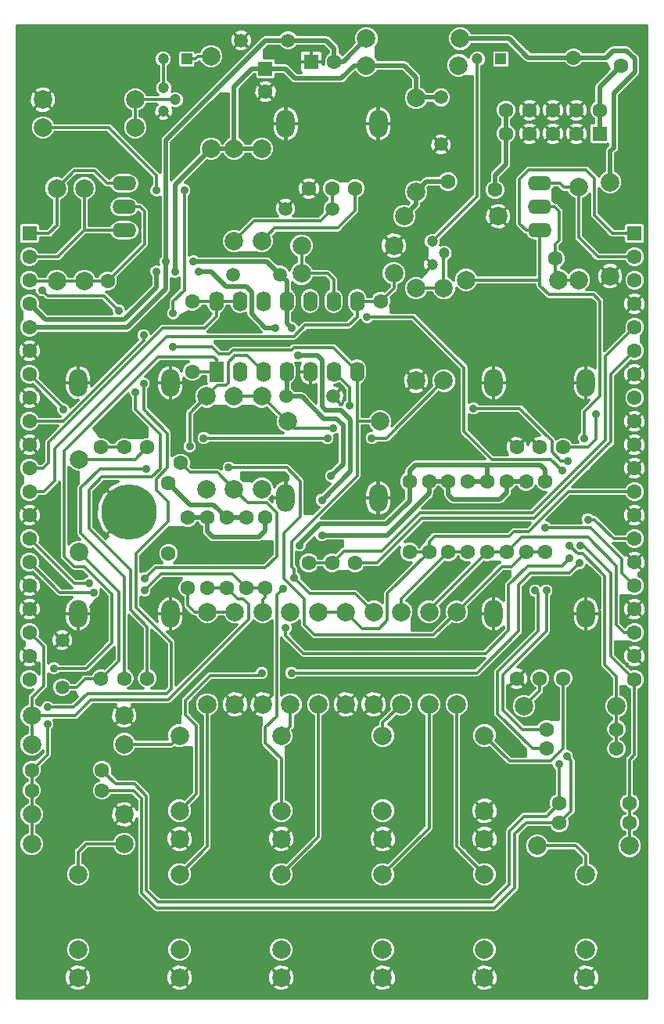
<source format=gtl>
G04 #@! TF.FileFunction,Copper,L1,Top,Signal*
%FSLAX46Y46*%
G04 Gerber Fmt 4.6, Leading zero omitted, Abs format (unit mm)*
G04 Created by KiCad (PCBNEW (2016-08-20 BZR 7083)-product) date Thu Jun  8 07:23:42 2017*
%MOMM*%
%LPD*%
G01*
G04 APERTURE LIST*
%ADD10C,0.100000*%
%ADD11C,1.500000*%
%ADD12R,1.600000X2.200000*%
%ADD13O,1.600000X2.200000*%
%ADD14C,2.000000*%
%ADD15O,2.000000X3.000000*%
%ADD16C,1.600000*%
%ADD17O,2.600000X1.600000*%
%ADD18C,1.200000*%
%ADD19R,1.200000X1.200000*%
%ADD20C,6.000000*%
%ADD21R,1.600000X1.600000*%
%ADD22C,0.900000*%
%ADD23C,0.300000*%
%ADD24C,0.500000*%
G04 APERTURE END LIST*
D10*
D11*
X34540000Y85800000D03*
X29460000Y85800000D03*
X46300000Y97840000D03*
X46300000Y92760000D03*
X24660000Y104000000D03*
X29740000Y104000000D03*
X29560000Y65500000D03*
X34640000Y65500000D03*
X23760000Y78700000D03*
X28840000Y78700000D03*
X5300000Y34060000D03*
X5300000Y39140000D03*
D12*
X21980000Y68190000D03*
D13*
X24520000Y68190000D03*
X27060000Y68190000D03*
X29600000Y68190000D03*
X32140000Y68190000D03*
X34680000Y68190000D03*
X37220000Y68190000D03*
X37220000Y75810000D03*
X34680000Y75810000D03*
X32140000Y75810000D03*
X29600000Y75810000D03*
X27060000Y75810000D03*
X24520000Y75810000D03*
X21980000Y75810000D03*
D14*
X43600000Y87620000D03*
X43600000Y97780000D03*
X48380000Y104200000D03*
X38220000Y104200000D03*
D15*
X39500000Y95000000D03*
X29500000Y95000000D03*
D16*
X37000000Y88000000D03*
X34500000Y88000000D03*
X32000000Y88000000D03*
D15*
X17000000Y67000000D03*
X7000000Y67000000D03*
D16*
X14500000Y60000000D03*
X12000000Y60000000D03*
X9500000Y60000000D03*
D15*
X62000000Y67000000D03*
X52000000Y67000000D03*
D16*
X59500000Y60000000D03*
X57000000Y60000000D03*
X54500000Y60000000D03*
D15*
X39500000Y54500000D03*
X29500000Y54500000D03*
D16*
X37000000Y47500000D03*
X34500000Y47500000D03*
X32000000Y47500000D03*
D15*
X17000000Y42000000D03*
X7000000Y42000000D03*
D16*
X14500000Y35000000D03*
X12000000Y35000000D03*
X9500000Y35000000D03*
D15*
X62000000Y42000000D03*
X52000000Y42000000D03*
D16*
X59500000Y35000000D03*
X57000000Y35000000D03*
X54500000Y35000000D03*
D17*
X12000000Y88540000D03*
X12000000Y83460000D03*
X12000000Y86000000D03*
X57000000Y88540000D03*
X57000000Y83460000D03*
X57000000Y86000000D03*
D16*
X19400000Y75800000D03*
X39800000Y75800000D03*
X19400000Y68200000D03*
X10200000Y78000000D03*
X58700000Y80400000D03*
X18100000Y58300000D03*
D18*
X16230000Y102000000D03*
D19*
X18770000Y102000000D03*
D18*
X50230000Y102000000D03*
D19*
X52770000Y102000000D03*
D14*
X42320000Y85000000D03*
X52480000Y85000000D03*
X64600000Y78520000D03*
X64600000Y88680000D03*
D16*
X21000000Y44800000D03*
X21000000Y52400000D03*
X27300000Y44800000D03*
X27300000Y52400000D03*
X23100000Y52400000D03*
X23100000Y44800000D03*
X25200000Y52400000D03*
X25200000Y44800000D03*
X65300000Y29500000D03*
X57700000Y29500000D03*
X57700000Y27400000D03*
X65300000Y27400000D03*
X55500000Y48700000D03*
X55500000Y56300000D03*
X57600000Y56300000D03*
X57600000Y48700000D03*
X53400000Y48700000D03*
X53400000Y56300000D03*
X51300000Y56300000D03*
X51300000Y48700000D03*
X66700000Y19400000D03*
X59100000Y19400000D03*
X59100000Y21500000D03*
X66700000Y21500000D03*
X18900000Y44800000D03*
X18900000Y52400000D03*
X45000000Y48700000D03*
X45000000Y56300000D03*
X2000000Y22900000D03*
X9600000Y22900000D03*
X47100000Y48700000D03*
X47100000Y56300000D03*
X16800000Y56100000D03*
X16800000Y48500000D03*
X42900000Y56300000D03*
X42900000Y48700000D03*
X9600000Y25100000D03*
X2000000Y25100000D03*
X49200000Y56300000D03*
X49200000Y48700000D03*
X52150000Y87850000D03*
X47050000Y88750000D03*
X65750000Y101250000D03*
X60650000Y102150000D03*
D18*
X17535000Y97600000D03*
X16265000Y96330000D03*
X16265000Y98870000D03*
X46635000Y81000000D03*
X45365000Y79730000D03*
X45365000Y82270000D03*
D20*
X12500000Y53000000D03*
D21*
X63480000Y93930000D03*
D16*
X63480000Y96470000D03*
X60940000Y93930000D03*
X60940000Y96470000D03*
X58400000Y93930000D03*
X58400000Y96470000D03*
X55860000Y93930000D03*
X55860000Y96470000D03*
X53320000Y93930000D03*
X53320000Y96470000D03*
D14*
X18000000Y20698000D03*
X18000000Y28826000D03*
X18000000Y17650000D03*
X29000000Y20698000D03*
X29000000Y28826000D03*
X29000000Y17650000D03*
X40000000Y20698000D03*
X40000000Y28826000D03*
X40000000Y17650000D03*
X51000000Y20698000D03*
X51000000Y28826000D03*
X51000000Y17650000D03*
X7000000Y5698000D03*
X7000000Y13826000D03*
X7000000Y2650000D03*
X18000000Y5698000D03*
X18000000Y13826000D03*
X18000000Y2650000D03*
X29000000Y5698000D03*
X29000000Y13826000D03*
X29000000Y2650000D03*
X40000000Y5698000D03*
X40000000Y13826000D03*
X40000000Y2650000D03*
X51000000Y5698000D03*
X51000000Y13826000D03*
X51000000Y2650000D03*
X62000000Y5698000D03*
X62000000Y13826000D03*
X62000000Y2650000D03*
D16*
X1750000Y37410000D03*
X1750000Y47570000D03*
X1750000Y45030000D03*
X1750000Y42490000D03*
X1750000Y39950000D03*
X1750000Y34870000D03*
X1750000Y50110000D03*
X1750000Y52650000D03*
X1750000Y55190000D03*
X1750000Y57730000D03*
X1750000Y60270000D03*
X1750000Y62810000D03*
X1750000Y65350000D03*
X1750000Y67890000D03*
X1750000Y70430000D03*
X1750000Y72970000D03*
X1750000Y75510000D03*
X1750000Y78050000D03*
D21*
X1750000Y83130000D03*
D16*
X1750000Y80590000D03*
X67250000Y37410000D03*
X67250000Y47570000D03*
X67250000Y45030000D03*
X67250000Y42490000D03*
X67250000Y39950000D03*
X67250000Y34870000D03*
X67250000Y50110000D03*
X67250000Y52650000D03*
X67250000Y55190000D03*
X67250000Y57730000D03*
X67250000Y60270000D03*
X67250000Y62810000D03*
X67250000Y65350000D03*
X67250000Y67890000D03*
X67250000Y70430000D03*
X67250000Y72970000D03*
X67250000Y75510000D03*
X67250000Y78050000D03*
D21*
X67250000Y83130000D03*
D16*
X67250000Y80590000D03*
D21*
X27300000Y100950000D03*
D16*
X27300000Y98450000D03*
D21*
X32250000Y101700000D03*
D16*
X34750000Y101700000D03*
D14*
X12000000Y27900000D03*
X2000000Y27900000D03*
X30000000Y32200000D03*
X30000000Y42200000D03*
X55300000Y32000000D03*
X65300000Y32000000D03*
X26900000Y82300000D03*
X26900000Y92300000D03*
X23900000Y82300000D03*
X23900000Y92300000D03*
X12000000Y31000000D03*
X2000000Y31000000D03*
X27000000Y32200000D03*
X27000000Y42200000D03*
X41200000Y81800000D03*
X31200000Y81800000D03*
X31200000Y78800000D03*
X41200000Y78800000D03*
X7100000Y58700000D03*
X7100000Y48700000D03*
X48000000Y42200000D03*
X48000000Y32200000D03*
X20900000Y65500000D03*
X20900000Y55500000D03*
X45000000Y42200000D03*
X45000000Y32200000D03*
X66700000Y16900000D03*
X56700000Y16900000D03*
X7700000Y88000000D03*
X7700000Y78000000D03*
X4700000Y88000000D03*
X4700000Y78000000D03*
X49000000Y78100000D03*
X59000000Y78100000D03*
X61200000Y88100000D03*
X61200000Y78100000D03*
X23900000Y55500000D03*
X23900000Y65500000D03*
X26900000Y65500000D03*
X26900000Y55500000D03*
X24000000Y32200000D03*
X24000000Y42200000D03*
X36000000Y32200000D03*
X36000000Y42200000D03*
X12000000Y20300000D03*
X2000000Y20300000D03*
X39000000Y32200000D03*
X39000000Y42200000D03*
X21000000Y42200000D03*
X21000000Y32200000D03*
X33000000Y42200000D03*
X33000000Y32200000D03*
X2000000Y17100000D03*
X12000000Y17100000D03*
X42000000Y42200000D03*
X42000000Y32200000D03*
X13200000Y94600000D03*
X3200000Y94600000D03*
X3200000Y97600000D03*
X13200000Y97600000D03*
X46600000Y77200000D03*
X46600000Y67200000D03*
X43600000Y67200000D03*
X43600000Y77200000D03*
X21400000Y102300000D03*
X21400000Y92300000D03*
X48200000Y101300000D03*
X38200000Y101300000D03*
X29700000Y62800000D03*
X39700000Y62800000D03*
D22*
X65200000Y81800000D03*
X62050000Y86450000D03*
X46100000Y54500000D03*
X56700000Y54700000D03*
X43900000Y50400000D03*
X53300000Y51300000D03*
X6300000Y32900000D03*
X3800000Y33300000D03*
X9700000Y43300000D03*
X16100000Y34500000D03*
X15500000Y39100000D03*
X21900000Y36200000D03*
X27000000Y36900000D03*
X27300000Y39500000D03*
X50200000Y36800000D03*
X42500000Y36600000D03*
X33300000Y36600000D03*
X29400000Y38500000D03*
X30700000Y39900000D03*
X42200000Y38700000D03*
X49300000Y39400000D03*
X14600000Y47600000D03*
X4900000Y21000000D03*
X7400000Y25500000D03*
X5200000Y29900000D03*
X55700000Y81300000D03*
X34700000Y59200000D03*
X28800000Y59400000D03*
X20600000Y59400000D03*
X3900000Y75300000D03*
X9600000Y75100000D03*
X11500000Y76900000D03*
X15200000Y83300000D03*
X14000000Y87300000D03*
X13200000Y90400000D03*
X5200000Y92100000D03*
X3100000Y84700000D03*
X4100000Y81800000D03*
X6300000Y86400000D03*
X8900000Y84700000D03*
X21200000Y81500000D03*
X20400000Y89200000D03*
X28700000Y89300000D03*
X12200000Y81800000D03*
X5400000Y79700000D03*
X33800000Y95000000D03*
X54400000Y105100000D03*
X57500000Y103300000D03*
X63400000Y104900000D03*
X68200000Y104200000D03*
X67800000Y99000000D03*
X66100000Y94900000D03*
X67500000Y89700000D03*
X65300000Y84500000D03*
X59600000Y86700000D03*
X60500000Y79700000D03*
X62000000Y75600000D03*
X41600000Y76000000D03*
X44100000Y75100000D03*
X52800000Y75400000D03*
X57000000Y69900000D03*
X60500000Y61600000D03*
X11900000Y71400000D03*
X17600000Y77600000D03*
X14700000Y73500000D03*
X27200000Y63300000D03*
X20900000Y62700000D03*
X12100000Y64700000D03*
X14000000Y61900000D03*
X9500000Y61900000D03*
X4400000Y49900000D03*
X5200000Y45300000D03*
X7000000Y46200000D03*
X6600000Y56600000D03*
X6400000Y50700000D03*
X19500000Y37100000D03*
X23200000Y40400000D03*
X32100000Y53300000D03*
X13200000Y36500000D03*
X12900000Y40800000D03*
X17200000Y32000000D03*
X15200000Y92100000D03*
X38900000Y65100000D03*
X37500000Y72300000D03*
X31500000Y71700000D03*
X31000000Y74100000D03*
X22800000Y71000000D03*
X25800000Y73000000D03*
X22200000Y72900000D03*
X20000000Y74200000D03*
X67800000Y23200000D03*
X68100000Y29200000D03*
X68100000Y33500000D03*
X66300000Y33600000D03*
X60700000Y27900000D03*
X28500000Y102600000D03*
X35800000Y103700000D03*
X41800000Y99600000D03*
X45800000Y104500000D03*
X40000000Y102900000D03*
X22700000Y97700000D03*
X19600000Y94800000D03*
X17600000Y90200000D03*
X1700000Y104100000D03*
X20400000Y99600000D03*
X17800000Y104300000D03*
X13600000Y104300000D03*
X8800000Y100000000D03*
X11500000Y95900000D03*
X63800000Y100900000D03*
X54300000Y101800000D03*
X49000000Y99300000D03*
X39300000Y86200000D03*
X33800000Y82200000D03*
X33300000Y77700000D03*
X39000000Y77700000D03*
X63000000Y90500000D03*
X47900000Y80000000D03*
X42700000Y72900000D03*
X46000000Y69500000D03*
X50000000Y62700000D03*
X49100000Y59400000D03*
X46400000Y65200000D03*
X43800000Y59600000D03*
X38400000Y59400000D03*
X35600000Y53000000D03*
X35200000Y49400000D03*
X62500000Y53900000D03*
X62400000Y56300000D03*
X55600000Y42900000D03*
X62800000Y27500000D03*
X63700000Y34300000D03*
X58800000Y42800000D03*
X59900000Y36600000D03*
X57300000Y31200000D03*
X67300000Y5800000D03*
X64600000Y21100000D03*
X61400000Y17600000D03*
X65900000Y13400000D03*
X27000000Y48900000D03*
X21500000Y48000000D03*
X18100000Y50700000D03*
X32200000Y45700000D03*
X38600000Y44300000D03*
X41700000Y47300000D03*
X47800000Y47000000D03*
X45100000Y44300000D03*
X48500000Y44300000D03*
X51000000Y46800000D03*
X29800000Y34300000D03*
X43800000Y34400000D03*
X51000000Y35100000D03*
X55200000Y27200000D03*
X49200000Y30500000D03*
X49500000Y26900000D03*
X57900000Y24800000D03*
X57100000Y21200000D03*
X46500000Y30800000D03*
X46500000Y19600000D03*
X42700000Y23300000D03*
X43200000Y30300000D03*
X40000000Y25700000D03*
X35100000Y26600000D03*
X35700000Y20400000D03*
X50800000Y12000000D03*
X45700000Y14300000D03*
X39900000Y11900000D03*
X34900000Y14200000D03*
X28900000Y11800000D03*
X20100000Y12400000D03*
X27300000Y22000000D03*
X22100000Y26600000D03*
X10500000Y37300000D03*
X18500000Y26800000D03*
X15600000Y21800000D03*
X4200000Y13200000D03*
X8400000Y15800000D03*
X13800000Y9200000D03*
X27000000Y9200000D03*
X47400000Y9200000D03*
X54000000Y10800000D03*
X56600000Y6100000D03*
X60700000Y15400000D03*
X56200000Y14800000D03*
X34400000Y6000000D03*
X12700000Y5800000D03*
X23500000Y5500000D03*
X45400000Y6000000D03*
X1000000Y15100000D03*
X1500000Y6100000D03*
X4400000Y36100000D03*
X59400000Y57500000D03*
X38300000Y74100000D03*
X60200000Y49400000D03*
X5400000Y64100000D03*
X63100000Y63600000D03*
X38800000Y61000000D03*
X34000000Y61000000D03*
X20600000Y61000000D03*
X61400000Y49400000D03*
X60000000Y58500000D03*
X49800000Y64200000D03*
X57600000Y51300000D03*
X23300000Y57800000D03*
X34600000Y62100000D03*
X36400000Y64500000D03*
X31000000Y49400000D03*
X56500000Y44500000D03*
X59100000Y25700000D03*
X34400000Y56900000D03*
X28400000Y72900000D03*
X20100000Y79000000D03*
X17500000Y79000000D03*
X15500000Y79000000D03*
X30800000Y69900000D03*
X57700000Y44500000D03*
X59900000Y26600000D03*
X30100000Y72900000D03*
X33400000Y54300000D03*
X16500000Y80100000D03*
X19500000Y80100000D03*
X33400000Y50500000D03*
X17300000Y70900000D03*
X15500000Y87800000D03*
X18500000Y87800000D03*
X17300000Y74500000D03*
X30400000Y45900000D03*
X29200000Y44700000D03*
X8700000Y44300000D03*
X14200000Y44500000D03*
X29500000Y40500000D03*
X60200000Y48000000D03*
X62200000Y52200000D03*
X3700000Y31900000D03*
X14100000Y66900000D03*
X14100000Y72100000D03*
X3700000Y30100000D03*
X30100000Y35600000D03*
X26900000Y35600000D03*
X61300000Y47500000D03*
X61800000Y61000000D03*
X3100000Y77000000D03*
X11400000Y74800000D03*
X13200000Y66000000D03*
X14400000Y57700000D03*
X19100000Y60100000D03*
X14200000Y45800000D03*
X8200000Y45300000D03*
D23*
X65200000Y81800000D02*
X62050000Y84950000D01*
X62050000Y84950000D02*
X62050000Y86450000D01*
X46100000Y54500000D02*
X47100000Y53500000D01*
X47100000Y53500000D02*
X55500000Y53500000D01*
X55500000Y53500000D02*
X56700000Y54700000D01*
X44800000Y51300000D02*
X43900000Y50400000D01*
X53300000Y51300000D02*
X44800000Y51300000D01*
X6300000Y32900000D02*
X4200000Y32900000D01*
X4200000Y32900000D02*
X3800000Y33300000D01*
X7000000Y42000000D02*
X8900000Y42000000D01*
X9700000Y42800000D02*
X9700000Y43300000D01*
X8900000Y42000000D02*
X9700000Y42800000D01*
X27000000Y36900000D02*
X26300000Y36200000D01*
X21900000Y36200000D02*
X26300000Y36200000D01*
X52000000Y42000000D02*
X52000000Y39800000D01*
X50000000Y36600000D02*
X50200000Y36800000D01*
X42500000Y36600000D02*
X50000000Y36600000D01*
X31300000Y36600000D02*
X33300000Y36600000D01*
X29400000Y38500000D02*
X31300000Y36600000D01*
X31900000Y38700000D02*
X30700000Y39900000D01*
X42200000Y38700000D02*
X31900000Y38700000D01*
X51600000Y39400000D02*
X49300000Y39400000D01*
X52000000Y39800000D02*
X51600000Y39400000D01*
X19500000Y37100000D02*
X19500000Y41000000D01*
X18500000Y42000000D02*
X17000000Y42000000D01*
X19500000Y41000000D02*
X18500000Y42000000D01*
X5200000Y27700000D02*
X7400000Y25500000D01*
X5200000Y29900000D02*
X5200000Y27700000D01*
X20600000Y59400000D02*
X28800000Y59400000D01*
X4100000Y75100000D02*
X3900000Y75300000D01*
X9600000Y75100000D02*
X4100000Y75100000D01*
X11500000Y76900000D02*
X15200000Y80600000D01*
X15200000Y80600000D02*
X15200000Y83300000D01*
X14000000Y87300000D02*
X14000000Y89600000D01*
X14000000Y89600000D02*
X13200000Y90400000D01*
X5200000Y92100000D02*
X1700000Y88600000D01*
X1700000Y88600000D02*
X1700000Y86100000D01*
X1700000Y86100000D02*
X3100000Y84700000D01*
X4100000Y81800000D02*
X6300000Y84000000D01*
X6300000Y84000000D02*
X6300000Y86400000D01*
X20500000Y89300000D02*
X20400000Y89200000D01*
X28700000Y89300000D02*
X20500000Y89300000D01*
X7500000Y81800000D02*
X12200000Y81800000D01*
X5400000Y79700000D02*
X7500000Y81800000D01*
X55700000Y105100000D02*
X54400000Y105100000D01*
X57500000Y103300000D02*
X55700000Y105100000D01*
X67500000Y104900000D02*
X63400000Y104900000D01*
X68200000Y104200000D02*
X67500000Y104900000D01*
X67800000Y96600000D02*
X67800000Y99000000D01*
X66100000Y94900000D02*
X67800000Y96600000D01*
X67500000Y86700000D02*
X67500000Y89700000D01*
X65300000Y84500000D02*
X67500000Y86700000D01*
X60500000Y85800000D02*
X59600000Y86700000D01*
X60500000Y79700000D02*
X60500000Y85800000D01*
X62000000Y75600000D02*
X62000000Y74900000D01*
X52500000Y75100000D02*
X44100000Y75100000D01*
X52800000Y75400000D02*
X52500000Y75100000D01*
X62000000Y74900000D02*
X57000000Y69900000D01*
X62000000Y67000000D02*
X62000000Y65100000D01*
X60500000Y63600000D02*
X60500000Y61600000D01*
X62000000Y65100000D02*
X60500000Y63600000D01*
X11900000Y71400000D02*
X14000000Y73500000D01*
X14000000Y73500000D02*
X14700000Y73500000D01*
X26600000Y62700000D02*
X27200000Y63300000D01*
X20900000Y62700000D02*
X26600000Y62700000D01*
X9500000Y61900000D02*
X14000000Y61900000D01*
X6600000Y46200000D02*
X4400000Y48400000D01*
X4400000Y48400000D02*
X4400000Y49900000D01*
X7000000Y46200000D02*
X6600000Y46200000D01*
X6400000Y56400000D02*
X6600000Y56600000D01*
X6400000Y50700000D02*
X6400000Y56400000D01*
X41500000Y65100000D02*
X38900000Y65100000D01*
X37500000Y72300000D02*
X32100000Y72300000D01*
X32100000Y72300000D02*
X31500000Y71700000D01*
X43600000Y67200000D02*
X41500000Y65100000D01*
X25800000Y73000000D02*
X25700000Y72900000D01*
X25700000Y72900000D02*
X22200000Y72900000D01*
X27000000Y32200000D02*
X27900000Y33100000D01*
X27900000Y33100000D02*
X27900000Y33700000D01*
X67800000Y23200000D02*
X68100000Y23500000D01*
X68100000Y23500000D02*
X68100000Y29200000D01*
X32250000Y101700000D02*
X29400000Y101700000D01*
X29400000Y101700000D02*
X28500000Y102600000D01*
X39500000Y97300000D02*
X41800000Y99600000D01*
X39500000Y95000000D02*
X39500000Y97300000D01*
X41600000Y104500000D02*
X45800000Y104500000D01*
X40000000Y102900000D02*
X41600000Y104500000D01*
X19600000Y92200000D02*
X19600000Y94800000D01*
X17600000Y90200000D02*
X19600000Y92200000D01*
X1700000Y99100000D02*
X1700000Y104100000D01*
X3200000Y97600000D02*
X1700000Y99100000D01*
X18100000Y99600000D02*
X20400000Y99600000D01*
X17400000Y100300000D02*
X18100000Y99600000D01*
X17400000Y103900000D02*
X17400000Y100300000D01*
X17800000Y104300000D02*
X17400000Y103900000D01*
X9300000Y100000000D02*
X13600000Y104300000D01*
X8800000Y100000000D02*
X9300000Y100000000D01*
X58400000Y96470000D02*
X62830000Y100900000D01*
X62830000Y100900000D02*
X63800000Y100900000D01*
X46300000Y92760000D02*
X49000000Y95460000D01*
X49000000Y95460000D02*
X49000000Y99300000D01*
X39500000Y86400000D02*
X39500000Y95000000D01*
X39300000Y86200000D02*
X39500000Y86400000D01*
X41200000Y81800000D02*
X40100000Y82900000D01*
X34500000Y82900000D02*
X33800000Y82200000D01*
X40100000Y82900000D02*
X34500000Y82900000D01*
X41200000Y81800000D02*
X39000000Y79600000D01*
X39000000Y79600000D02*
X39000000Y77700000D01*
X52480000Y85000000D02*
X47900000Y80420000D01*
X47900000Y80420000D02*
X47900000Y80000000D01*
X43600000Y67200000D02*
X45900000Y69500000D01*
X45900000Y69500000D02*
X46000000Y69500000D01*
X51800000Y62700000D02*
X50000000Y62700000D01*
X49100000Y59400000D02*
X46400000Y62100000D01*
X46400000Y62100000D02*
X46400000Y65200000D01*
X43800000Y59600000D02*
X43600000Y59400000D01*
X43600000Y59400000D02*
X38400000Y59400000D01*
X54500000Y60000000D02*
X51800000Y62700000D01*
X55600000Y42900000D02*
X55400000Y43100000D01*
X62800000Y27500000D02*
X62800000Y33400000D01*
X62800000Y33400000D02*
X63700000Y34300000D01*
X58800000Y37700000D02*
X58800000Y42800000D01*
X59900000Y36600000D02*
X58800000Y37700000D01*
X67300000Y5800000D02*
X67300000Y12000000D01*
X61400000Y17900000D02*
X64600000Y21100000D01*
X61400000Y17600000D02*
X61400000Y17900000D01*
X67300000Y12000000D02*
X65900000Y13400000D01*
X20800000Y48000000D02*
X21500000Y48000000D01*
X18100000Y50700000D02*
X20800000Y48000000D01*
X38700000Y44300000D02*
X38600000Y44300000D01*
X41700000Y47300000D02*
X38700000Y44300000D01*
X45100000Y44300000D02*
X47800000Y47000000D01*
X51000000Y46800000D02*
X48500000Y44300000D01*
X49200000Y30500000D02*
X51000000Y32300000D01*
X43700000Y34300000D02*
X29800000Y34300000D01*
X43800000Y34400000D02*
X43700000Y34300000D01*
X51000000Y32300000D02*
X51000000Y35100000D01*
X49200000Y27200000D02*
X49200000Y30500000D01*
X49500000Y26900000D02*
X49200000Y27200000D01*
X57100000Y24000000D02*
X57900000Y24800000D01*
X57100000Y21200000D02*
X57100000Y24000000D01*
X46500000Y19600000D02*
X46500000Y30800000D01*
X34900000Y14200000D02*
X34900000Y19600000D01*
X43200000Y23800000D02*
X42700000Y23300000D01*
X43200000Y30300000D02*
X43200000Y23800000D01*
X36000000Y25700000D02*
X40000000Y25700000D01*
X35100000Y26600000D02*
X36000000Y25700000D01*
X34900000Y19600000D02*
X35700000Y20400000D01*
X24000000Y32200000D02*
X22100000Y30300000D01*
X43300000Y11900000D02*
X45700000Y14300000D01*
X39900000Y11900000D02*
X43300000Y11900000D01*
X32500000Y11800000D02*
X34900000Y14200000D01*
X28900000Y11800000D02*
X32500000Y11800000D01*
X20100000Y14800000D02*
X20100000Y12400000D01*
X27300000Y22000000D02*
X20100000Y14800000D01*
X22100000Y30300000D02*
X22100000Y26600000D01*
X15600000Y23900000D02*
X18500000Y26800000D01*
X15600000Y21800000D02*
X15600000Y23900000D01*
X12000000Y20300000D02*
X10400000Y18700000D01*
X4200000Y15800000D02*
X4200000Y13200000D01*
X7100000Y18700000D02*
X4200000Y15800000D01*
X10400000Y18700000D02*
X7100000Y18700000D01*
X27000000Y9200000D02*
X13800000Y9200000D01*
X52400000Y9200000D02*
X47400000Y9200000D01*
X54000000Y10800000D02*
X52400000Y9200000D01*
X54450000Y6100000D02*
X56600000Y6100000D01*
X51000000Y2650000D02*
X54450000Y6100000D01*
X56800000Y15400000D02*
X60700000Y15400000D01*
X56200000Y14800000D02*
X56800000Y15400000D01*
X7000000Y2650000D02*
X3550000Y6100000D01*
X3550000Y6100000D02*
X1500000Y6100000D01*
D24*
X43600000Y87620000D02*
X43600000Y86280000D01*
X43600000Y86280000D02*
X42320000Y85000000D01*
X47050000Y88750000D02*
X44730000Y88750000D01*
X44730000Y88750000D02*
X43600000Y87620000D01*
X60650000Y102150000D02*
X64150000Y102150000D01*
X64600000Y92000000D02*
X64600000Y88680000D01*
X65000000Y92400000D02*
X64600000Y92000000D01*
X65000000Y98300000D02*
X65000000Y92400000D01*
X67300000Y100600000D02*
X65000000Y98300000D01*
X67300000Y102000000D02*
X67300000Y100600000D01*
X66400000Y102900000D02*
X67300000Y102000000D01*
X64900000Y102900000D02*
X66400000Y102900000D01*
X64150000Y102150000D02*
X64900000Y102900000D01*
X60650000Y102150000D02*
X55750000Y102150000D01*
X53700000Y104200000D02*
X48380000Y104200000D01*
X55750000Y102150000D02*
X53700000Y104200000D01*
D23*
X34540000Y85800000D02*
X33240000Y84500000D01*
X26100000Y84500000D02*
X23900000Y82300000D01*
X33240000Y84500000D02*
X26100000Y84500000D01*
X34500000Y88000000D02*
X34500000Y85840000D01*
X30400000Y72000000D02*
X31600000Y73200000D01*
X31600000Y73200000D02*
X36300000Y73200000D01*
X39800000Y75800000D02*
X41200000Y77200000D01*
X41200000Y77200000D02*
X41200000Y78800000D01*
X4500000Y59900000D02*
X16600000Y72000000D01*
X16600000Y72000000D02*
X30400000Y72000000D01*
X1750000Y55190000D02*
X3290000Y55190000D01*
X37220000Y74120000D02*
X37220000Y75810000D01*
X36300000Y73200000D02*
X37220000Y74120000D01*
X4500000Y56400000D02*
X4500000Y59900000D01*
X3290000Y55190000D02*
X4500000Y56400000D01*
X39800000Y75800000D02*
X37230000Y75800000D01*
X37230000Y75800000D02*
X37220000Y75810000D01*
D24*
X53320000Y93930000D02*
X53320000Y90620000D01*
X52150000Y89450000D02*
X52150000Y87850000D01*
X53320000Y90620000D02*
X52150000Y89450000D01*
X53320000Y93930000D02*
X53320000Y96470000D01*
X63480000Y96470000D02*
X63480000Y98980000D01*
X63480000Y98980000D02*
X65750000Y101250000D01*
X63480000Y93930000D02*
X63480000Y96470000D01*
D23*
X6600000Y47100000D02*
X7700000Y47100000D01*
X10700000Y44100000D02*
X10700000Y38900000D01*
X7700000Y47100000D02*
X10700000Y44100000D01*
X5500000Y59600000D02*
X15700000Y69800000D01*
X21980000Y69520000D02*
X21980000Y68190000D01*
X21700000Y69800000D02*
X21980000Y69520000D01*
X15700000Y69800000D02*
X21700000Y69800000D01*
X21970000Y68200000D02*
X19400000Y68200000D01*
X5500000Y48200000D02*
X5500000Y59600000D01*
X6600000Y47100000D02*
X5500000Y48200000D01*
X7900000Y36100000D02*
X10700000Y38900000D01*
X4400000Y36100000D02*
X7900000Y36100000D01*
X26900000Y82300000D02*
X28300000Y83700000D01*
X37000000Y85600000D02*
X37000000Y88000000D01*
X35100000Y83700000D02*
X37000000Y85600000D01*
X28300000Y83700000D02*
X35100000Y83700000D01*
X9500000Y35000000D02*
X11400000Y36900000D01*
X11400000Y44400000D02*
X7100000Y48700000D01*
X11400000Y36900000D02*
X11400000Y44400000D01*
X5300000Y34060000D02*
X6860000Y34060000D01*
X7800000Y35000000D02*
X9500000Y35000000D01*
X6860000Y34060000D02*
X7800000Y35000000D01*
X64000000Y45600000D02*
X64000000Y46100000D01*
X58199998Y58700002D02*
X59400000Y57500000D01*
X43300000Y74100000D02*
X38300000Y74100000D01*
X48800000Y68600000D02*
X43300000Y74100000D01*
X48800000Y61700000D02*
X48800000Y68600000D01*
X51799998Y58700002D02*
X48800000Y61700000D01*
X51799998Y58700002D02*
X58199998Y58700002D01*
X64000000Y36500000D02*
X64000000Y45600000D01*
X65300000Y35200000D02*
X64000000Y36500000D01*
X65300000Y35200000D02*
X65300000Y32000000D01*
X61100000Y48500000D02*
X60200000Y49400000D01*
X61600000Y48500000D02*
X61100000Y48500000D01*
X64000000Y46100000D02*
X61600000Y48500000D01*
X65300000Y29500000D02*
X65300000Y32000000D01*
X65300000Y27400000D02*
X65300000Y29500000D01*
X5400000Y64240000D02*
X1750000Y67890000D01*
X5400000Y64100000D02*
X5400000Y64240000D01*
X12000000Y60000000D02*
X9500000Y60000000D01*
X59500000Y60000000D02*
X62200000Y60000000D01*
X63100000Y60900000D02*
X63100000Y63600000D01*
X62200000Y60000000D02*
X63100000Y60900000D01*
X53726000Y26100000D02*
X58200000Y26100000D01*
X58200000Y26100000D02*
X59500000Y27400000D01*
X59500000Y27400000D02*
X59500000Y35000000D01*
X51000000Y28826000D02*
X53726000Y26100000D01*
X55300000Y32000000D02*
X57000000Y33700000D01*
X57000000Y33700000D02*
X57000000Y35000000D01*
X12000000Y27900000D02*
X17074000Y27900000D01*
X17074000Y27900000D02*
X18000000Y28826000D01*
X29000000Y28826000D02*
X30000000Y29826000D01*
X30000000Y29826000D02*
X30000000Y32200000D01*
X51000000Y13826000D02*
X48000000Y16826000D01*
X48000000Y16826000D02*
X48000000Y32200000D01*
X45000000Y32200000D02*
X45000000Y18826000D01*
X45000000Y18826000D02*
X40000000Y13826000D01*
X62000000Y13826000D02*
X62000000Y15800000D01*
X60900000Y16900000D02*
X56700000Y16900000D01*
X62000000Y15800000D02*
X60900000Y16900000D01*
X21000000Y32200000D02*
X21000000Y16826000D01*
X21000000Y16826000D02*
X18000000Y13826000D01*
X33000000Y32200000D02*
X33000000Y17826000D01*
X33000000Y17826000D02*
X29000000Y13826000D01*
X12000000Y17100000D02*
X7900000Y17100000D01*
X7000000Y16200000D02*
X7000000Y13826000D01*
X7900000Y17100000D02*
X7000000Y16200000D01*
X40000000Y28826000D02*
X40000000Y30200000D01*
X40000000Y30200000D02*
X42000000Y32200000D01*
X13200000Y97600000D02*
X13200000Y94600000D01*
X17535000Y97600000D02*
X13200000Y97600000D01*
X46600000Y77200000D02*
X43600000Y77200000D01*
X46600000Y77200000D02*
X46600000Y80965000D01*
X18770000Y102000000D02*
X19700000Y102000000D01*
X20000000Y102300000D02*
X21400000Y102300000D01*
X19700000Y102000000D02*
X20000000Y102300000D01*
X16265000Y98870000D02*
X16265000Y101965000D01*
X45365000Y82270000D02*
X50230000Y87135000D01*
X50230000Y87135000D02*
X50230000Y102000000D01*
X40400000Y61000000D02*
X46600000Y67200000D01*
X38800000Y61000000D02*
X40400000Y61000000D01*
X20600000Y61000000D02*
X34000000Y61000000D01*
X61400000Y49400000D02*
X61700000Y49400000D01*
X61700000Y49400000D02*
X64700000Y46400000D01*
X64700000Y37420000D02*
X67250000Y34870000D01*
X64700000Y37420000D02*
X64700000Y46400000D01*
X59300000Y58500000D02*
X58300000Y59500000D01*
X60000000Y58500000D02*
X59300000Y58500000D01*
X58300000Y59500000D02*
X58300000Y60700000D01*
X54800000Y64200000D02*
X49800000Y64200000D01*
X58300000Y60700000D02*
X54800000Y64200000D01*
X14500000Y60000000D02*
X13200000Y58700000D01*
X13200000Y58700000D02*
X7100000Y58700000D01*
X66700000Y19400000D02*
X66700000Y16900000D01*
X66700000Y21500000D02*
X66700000Y19400000D01*
X67250000Y34870000D02*
X67250000Y26750000D01*
X66700000Y26200000D02*
X66700000Y21500000D01*
X67250000Y26750000D02*
X66700000Y26200000D01*
X65900000Y47900000D02*
X62500000Y51300000D01*
X67250000Y45030000D02*
X65900000Y46380000D01*
X62500000Y51300000D02*
X57600000Y51300000D01*
X65900000Y46380000D02*
X65900000Y47900000D01*
X48000000Y42200000D02*
X45500000Y39700000D01*
X29600000Y57800000D02*
X23300000Y57800000D01*
X31100000Y56300000D02*
X29600000Y57800000D01*
X31100000Y52500000D02*
X31100000Y56300000D01*
X29300000Y50700000D02*
X31100000Y52500000D01*
X29300000Y45800000D02*
X29300000Y50700000D01*
X31500000Y43600000D02*
X29300000Y45800000D01*
X31500000Y40800000D02*
X31500000Y43600000D01*
X32600000Y39700000D02*
X31500000Y40800000D01*
X45500000Y39700000D02*
X32600000Y39700000D01*
X48000000Y42200000D02*
X52900000Y47100000D01*
X53900000Y47100000D02*
X55500000Y48700000D01*
X52900000Y47100000D02*
X53900000Y47100000D01*
X55500000Y48700000D02*
X57600000Y48700000D01*
X29700000Y62800000D02*
X30400000Y62100000D01*
X30400000Y62100000D02*
X34600000Y62100000D01*
X36400000Y64500000D02*
X36400000Y66470000D01*
X36400000Y66470000D02*
X34680000Y68190000D01*
X26900000Y65500000D02*
X29600000Y62800000D01*
X26900000Y65500000D02*
X23900000Y65500000D01*
X3800000Y60500000D02*
X16200000Y72900000D01*
X16200000Y72900000D02*
X20700000Y72900000D01*
X21980000Y75810000D02*
X19410000Y75810000D01*
X21980000Y75810000D02*
X24520000Y75810000D01*
X1750000Y57730000D02*
X3230000Y57730000D01*
X21980000Y74180000D02*
X21980000Y75810000D01*
X20700000Y72900000D02*
X21980000Y74180000D01*
X3800000Y58300000D02*
X3800000Y60500000D01*
X3230000Y57730000D02*
X3800000Y58300000D01*
D24*
X33200000Y51700000D02*
X31000000Y49500000D01*
X40400000Y51700000D02*
X42900000Y54200000D01*
X42900000Y56300000D02*
X42900000Y54200000D01*
X33200000Y51700000D02*
X40400000Y51700000D01*
D23*
X56800000Y40100000D02*
X52400000Y35700000D01*
X52400000Y31200000D02*
X52400000Y35700000D01*
X56200000Y27400000D02*
X52400000Y31200000D01*
X56200000Y27400000D02*
X57700000Y27400000D01*
X56800000Y44200000D02*
X56800000Y40100000D01*
X56500000Y44500000D02*
X56800000Y44200000D01*
X59100000Y21500000D02*
X59100000Y25700000D01*
D24*
X29560000Y65500000D02*
X31200000Y65500000D01*
X35700000Y62400000D02*
X35700000Y58200000D01*
X35000000Y63100000D02*
X35700000Y62400000D01*
X33600000Y63100000D02*
X35000000Y63100000D01*
X31200000Y65500000D02*
X33600000Y63100000D01*
X35700000Y58200000D02*
X34400000Y56900000D01*
X27300000Y72900000D02*
X28400000Y72900000D01*
X25800000Y74400000D02*
X27300000Y72900000D01*
X25800000Y76800000D02*
X25800000Y74400000D01*
X25200000Y77400000D02*
X25800000Y76800000D01*
X23000000Y77400000D02*
X25200000Y77400000D01*
X21400000Y79000000D02*
X23000000Y77400000D01*
X20100000Y79000000D02*
X21400000Y79000000D01*
D23*
X59100000Y21500000D02*
X57700000Y20100000D01*
X55300000Y20100000D02*
X53700000Y18500000D01*
X57700000Y20100000D02*
X55300000Y20100000D01*
D24*
X1750000Y75510000D02*
X3460000Y73800000D01*
X12000000Y73800000D02*
X3460000Y73800000D01*
X15500000Y77300000D02*
X12000000Y73800000D01*
X15500000Y79000000D02*
X15500000Y77300000D01*
X21400000Y92300000D02*
X17500000Y88400000D01*
X17500000Y88400000D02*
X17500000Y79000000D01*
X27300000Y100950000D02*
X25850000Y100950000D01*
X23900000Y99000000D02*
X23900000Y92300000D01*
X25850000Y100950000D02*
X23900000Y99000000D01*
X38200000Y101300000D02*
X36900000Y101300000D01*
X29450000Y100950000D02*
X27300000Y100950000D01*
X30500000Y99900000D02*
X29450000Y100950000D01*
X35500000Y99900000D02*
X30500000Y99900000D01*
X36900000Y101300000D02*
X35500000Y99900000D01*
X43600000Y97780000D02*
X43600000Y100000000D01*
X42300000Y101300000D02*
X38200000Y101300000D01*
X43600000Y100000000D02*
X42300000Y101300000D01*
X46300000Y97840000D02*
X43660000Y97840000D01*
D23*
X9600000Y25100000D02*
X11100000Y23600000D01*
X11100000Y23600000D02*
X13100000Y23600000D01*
X13100000Y23600000D02*
X14400002Y22299998D01*
X14400002Y22299998D02*
X14400002Y12099998D01*
X14400002Y12099998D02*
X15699998Y10800002D01*
X15699998Y10800002D02*
X51800002Y10800002D01*
X51800002Y10800002D02*
X53700000Y12700000D01*
X53700000Y12700000D02*
X53700000Y18500000D01*
D24*
X23900000Y92300000D02*
X26900000Y92300000D01*
X21400000Y92300000D02*
X23900000Y92300000D01*
X29600000Y68190000D02*
X29600000Y65540000D01*
X51300000Y56300000D02*
X51300000Y58100000D01*
X49200000Y56300000D02*
X51300000Y56300000D01*
X42900000Y56300000D02*
X42900000Y57500000D01*
X43500000Y58100000D02*
X51300000Y58100000D01*
X42900000Y57500000D02*
X43500000Y58100000D01*
X57600000Y57600000D02*
X57600000Y56300000D01*
X51300000Y58100000D02*
X57100000Y58100000D01*
X57100000Y58100000D02*
X57600000Y57600000D01*
X23100000Y52400000D02*
X21700000Y53800000D01*
X19100000Y53800000D02*
X16800000Y56100000D01*
X21700000Y53800000D02*
X19100000Y53800000D01*
X25200000Y52400000D02*
X23100000Y52400000D01*
X33400000Y64400000D02*
X33400000Y69400000D01*
X32900000Y69900000D02*
X30800000Y69900000D01*
X33400000Y69400000D02*
X32900000Y69900000D01*
D23*
X57700000Y40100000D02*
X53000000Y35400000D01*
X57700000Y44500000D02*
X57700000Y40100000D01*
X59100000Y19400000D02*
X60400000Y20700000D01*
X60400000Y26100000D02*
X59900000Y26600000D01*
X60400000Y20700000D02*
X60400000Y26100000D01*
X55100000Y29500000D02*
X53000000Y31600000D01*
X53000000Y31600000D02*
X53000000Y35400000D01*
X57700000Y29500000D02*
X55100000Y29500000D01*
D24*
X33400000Y64400000D02*
X33800000Y64000000D01*
X29600000Y73400000D02*
X30100000Y72900000D01*
X29600000Y75810000D02*
X29600000Y73400000D01*
X36500000Y57400000D02*
X33400000Y54300000D01*
X36500000Y63000000D02*
X36500000Y57400000D01*
X35500000Y64000000D02*
X36500000Y63000000D01*
X33800000Y64000000D02*
X35500000Y64000000D01*
D23*
X59100000Y19400000D02*
X55500000Y19400000D01*
X55500000Y19400000D02*
X54300000Y18200000D01*
D24*
X28840000Y78700000D02*
X27440000Y80100000D01*
X27440000Y80100000D02*
X19500000Y80100000D01*
X29600000Y75810000D02*
X29600000Y77940000D01*
X29600000Y77940000D02*
X28840000Y78700000D01*
X16500000Y77100000D02*
X12370000Y72970000D01*
X27300000Y104000000D02*
X16500000Y93200000D01*
X16500000Y93200000D02*
X16500000Y80100000D01*
X16500000Y80100000D02*
X16500000Y77100000D01*
X29740000Y104000000D02*
X27300000Y104000000D01*
X12370000Y72970000D02*
X1750000Y72970000D01*
X34750000Y101700000D02*
X34750000Y103150000D01*
X33900000Y104000000D02*
X29740000Y104000000D01*
X34750000Y103150000D02*
X33900000Y104000000D01*
X38220000Y104200000D02*
X35720000Y101700000D01*
X35720000Y101700000D02*
X34750000Y101700000D01*
D23*
X13000000Y22900000D02*
X13900000Y22000000D01*
X9600000Y22900000D02*
X13000000Y22900000D01*
X54300000Y12400000D02*
X54300000Y18200000D01*
X52100000Y10200000D02*
X54300000Y12400000D01*
X15500000Y10200000D02*
X52100000Y10200000D01*
X13900000Y11800000D02*
X15500000Y10200000D01*
X13900000Y22000000D02*
X13900000Y11800000D01*
D24*
X33400000Y50500000D02*
X40500000Y50500000D01*
X40500000Y50500000D02*
X45000000Y55000000D01*
X45000000Y55000000D02*
X45000000Y56300000D01*
X47100000Y56300000D02*
X45000000Y56300000D01*
X53400000Y56300000D02*
X53400000Y55100000D01*
X47100000Y54900000D02*
X47100000Y56300000D01*
X47600000Y54400000D02*
X47100000Y54900000D01*
X52700000Y54400000D02*
X47600000Y54400000D01*
X53400000Y55100000D02*
X52700000Y54400000D01*
X55500000Y56300000D02*
X53400000Y56300000D01*
X21000000Y52400000D02*
X21000000Y50900000D01*
X27300000Y51000000D02*
X27300000Y52400000D01*
X26600000Y50300000D02*
X27300000Y51000000D01*
X21600000Y50300000D02*
X26600000Y50300000D01*
X21000000Y50900000D02*
X21600000Y50300000D01*
X18900000Y52400000D02*
X21000000Y52400000D01*
D23*
X65300000Y40800000D02*
X65300000Y47200000D01*
X65300000Y40800000D02*
X66150000Y39950000D01*
X67250000Y39950000D02*
X66150000Y39950000D01*
X62200000Y50300000D02*
X55000000Y50300000D01*
X65300000Y47200000D02*
X62200000Y50300000D01*
X53400000Y48700000D02*
X55000000Y50300000D01*
X45000000Y42200000D02*
X45000000Y42400000D01*
X45000000Y42400000D02*
X51300000Y48700000D01*
X53400000Y48700000D02*
X51300000Y48700000D01*
X23400000Y70100000D02*
X23800000Y70500000D01*
X30100000Y70500000D02*
X30400000Y70800000D01*
X23800000Y70500000D02*
X30100000Y70500000D01*
X17300000Y70900000D02*
X21500000Y70900000D01*
X22300000Y70100000D02*
X23400000Y70100000D01*
X21500000Y70900000D02*
X22300000Y70100000D01*
X34610000Y70800000D02*
X37220000Y68190000D01*
X30400000Y70800000D02*
X34610000Y70800000D01*
X3200000Y94600000D02*
X10300000Y94600000D01*
X15500000Y89400000D02*
X10300000Y94600000D01*
X15500000Y87800000D02*
X15500000Y89400000D01*
X18500000Y77000000D02*
X18500000Y87800000D01*
X17300000Y74500000D02*
X17300000Y75800000D01*
X17300000Y75800000D02*
X18500000Y77000000D01*
X39700000Y62800000D02*
X37220000Y62800000D01*
X30400000Y45900000D02*
X32100000Y44200000D01*
X37000000Y44200000D02*
X39000000Y42200000D01*
X32100000Y44200000D02*
X37000000Y44200000D01*
X37220000Y56920000D02*
X30100000Y49800000D01*
X37220000Y68190000D02*
X37220000Y62800000D01*
X37220000Y62800000D02*
X37220000Y56920000D01*
X30400000Y46800000D02*
X30400000Y45900000D01*
X30100000Y47100000D02*
X30400000Y46800000D01*
X30100000Y49800000D02*
X30100000Y47100000D01*
X28500000Y30900000D02*
X28500000Y44000000D01*
X29000000Y20698000D02*
X29000000Y26300000D01*
X27300000Y28000000D02*
X27300000Y29700000D01*
X29000000Y26300000D02*
X27300000Y28000000D01*
X27300000Y29700000D02*
X28500000Y30900000D01*
X30400000Y45900000D02*
X30350000Y45850000D01*
X28500000Y44000000D02*
X29200000Y44700000D01*
X42000000Y42200000D02*
X42000000Y43600000D01*
X42000000Y43600000D02*
X47100000Y48700000D01*
X47100000Y48700000D02*
X49200000Y48700000D01*
X54200000Y50900000D02*
X53700000Y50400000D01*
X45600000Y50400000D02*
X45000000Y49800000D01*
X53700000Y50400000D02*
X45600000Y50400000D01*
X36000000Y42200000D02*
X37800000Y40400000D01*
X40500000Y44200000D02*
X45000000Y48700000D01*
X40500000Y41300000D02*
X40500000Y44200000D01*
X39600000Y40400000D02*
X40500000Y41300000D01*
X37800000Y40400000D02*
X39600000Y40400000D01*
X45000000Y48700000D02*
X45000000Y49800000D01*
X54200000Y50900000D02*
X55800000Y50900000D01*
X55800000Y50900000D02*
X60090000Y55190000D01*
X60090000Y55190000D02*
X67250000Y55190000D01*
X42900000Y48700000D02*
X45000000Y48700000D01*
X33000000Y42200000D02*
X36000000Y42200000D01*
X5020000Y44300000D02*
X8700000Y44300000D01*
X1750000Y47570000D02*
X5020000Y44300000D01*
X14200000Y44500000D02*
X16000000Y46300000D01*
X16000000Y46300000D02*
X23700000Y46300000D01*
X25200000Y44800000D02*
X23700000Y46300000D01*
X27300000Y44800000D02*
X27300000Y43800000D01*
X27000000Y43500000D02*
X27000000Y42200000D01*
X27300000Y43800000D02*
X27000000Y43500000D01*
X25200000Y44800000D02*
X27300000Y44800000D01*
X37000000Y47500000D02*
X39400000Y47500000D01*
X39400000Y47500000D02*
X44200000Y52300000D01*
X64700000Y60600000D02*
X56400000Y52300000D01*
X56400000Y52300000D02*
X44200000Y52300000D01*
X64700000Y67880000D02*
X67250000Y70430000D01*
X64700000Y60600000D02*
X64700000Y67880000D01*
X35800000Y48800000D02*
X39900000Y48800000D01*
X39900000Y48800000D02*
X44000000Y52900000D01*
X34500000Y47500000D02*
X32000000Y47500000D01*
X67250000Y72970000D02*
X64100000Y69820000D01*
X56200000Y52900000D02*
X44000000Y52900000D01*
X64100000Y60800000D02*
X56200000Y52900000D01*
X64100000Y69820000D02*
X64100000Y60800000D01*
X35800000Y48800000D02*
X34500000Y47500000D01*
X29500000Y40500000D02*
X29500000Y39600000D01*
X29500000Y39600000D02*
X31400000Y37700000D01*
X31400000Y37700000D02*
X51100000Y37700000D01*
X51100000Y37700000D02*
X53600000Y40200000D01*
X53600000Y40200000D02*
X53600000Y45100000D01*
X53600000Y45100000D02*
X55700000Y47200000D01*
X55700000Y47200000D02*
X59400000Y47200000D01*
X59400000Y47200000D02*
X60200000Y48000000D01*
X64990000Y50110000D02*
X67250000Y50110000D01*
X62900000Y52200000D02*
X64990000Y50110000D01*
X62200000Y52200000D02*
X62900000Y52200000D01*
X18900000Y44800000D02*
X18900000Y42900000D01*
X19600000Y42200000D02*
X21000000Y42200000D01*
X18900000Y42900000D02*
X19600000Y42200000D01*
X21000000Y42200000D02*
X24000000Y42200000D01*
X17100000Y33900000D02*
X17100000Y38900000D01*
X17100000Y38900000D02*
X13300000Y42700000D01*
X6500000Y31900000D02*
X3700000Y31900000D01*
X13300000Y48500000D02*
X13300000Y42700000D01*
X1750000Y62810000D02*
X5402890Y62810000D01*
X16800000Y52000000D02*
X13300000Y48500000D01*
X16800000Y54100000D02*
X16800000Y52000000D01*
X15500000Y55400000D02*
X16800000Y54100000D01*
X15500000Y56592890D02*
X15500000Y55400000D01*
X16700000Y57792890D02*
X15500000Y56592890D01*
X16700000Y61500000D02*
X16700000Y57792890D01*
X14100000Y64100000D02*
X16700000Y61500000D01*
X14100000Y66900000D02*
X14100000Y64100000D01*
X14100000Y71507110D02*
X14100000Y72100000D01*
X5402890Y62810000D02*
X14100000Y71507110D01*
X16600000Y33400000D02*
X8000000Y33400000D01*
X17100000Y33900000D02*
X16600000Y33400000D01*
X8000000Y33400000D02*
X6500000Y31900000D01*
X3700000Y26800000D02*
X2000000Y25100000D01*
X3700000Y30100000D02*
X3700000Y26800000D01*
X2000000Y22900000D02*
X2000000Y25100000D01*
X2000000Y20300000D02*
X2000000Y22900000D01*
X2000000Y20300000D02*
X2000000Y17100000D01*
X25500000Y41400000D02*
X16800000Y32700000D01*
X23100000Y44800000D02*
X24300000Y43600000D01*
X24300000Y43600000D02*
X24900000Y43600000D01*
X24900000Y43600000D02*
X25500000Y43000000D01*
X25500000Y41400000D02*
X25500000Y43000000D01*
X16800000Y32700000D02*
X8400000Y32700000D01*
X8400000Y32700000D02*
X6700000Y31000000D01*
X2000000Y31000000D02*
X6700000Y31000000D01*
X1750000Y39950000D02*
X3300000Y38400000D01*
X3300000Y38400000D02*
X3300000Y34200000D01*
X3300000Y34200000D02*
X2000000Y32900000D01*
X2000000Y32900000D02*
X2000000Y31000000D01*
X2000000Y27900000D02*
X2000000Y31000000D01*
X21000000Y44800000D02*
X23100000Y44800000D01*
X57000000Y86000000D02*
X58600000Y86000000D01*
X58700000Y82000000D02*
X58700000Y80400000D01*
X59100000Y82400000D02*
X58700000Y82000000D01*
X59100000Y85500000D02*
X59100000Y82400000D01*
X58600000Y86000000D02*
X59100000Y85500000D01*
X59000000Y78100000D02*
X61200000Y78100000D01*
X58700000Y80400000D02*
X58700000Y78400000D01*
X58700000Y78400000D02*
X59000000Y78100000D01*
X1800000Y78000000D02*
X4700000Y78000000D01*
X10200000Y78000000D02*
X14200000Y82000000D01*
X13700000Y86000000D02*
X12000000Y86000000D01*
X14200000Y85500000D02*
X13700000Y86000000D01*
X14200000Y82000000D02*
X14200000Y85500000D01*
X7700000Y78000000D02*
X10200000Y78000000D01*
X4700000Y78000000D02*
X7700000Y78000000D01*
X56000000Y46400000D02*
X60200000Y46400000D01*
X50200000Y35600000D02*
X30100000Y35600000D01*
X54700000Y40100000D02*
X50200000Y35600000D01*
X54700000Y45100000D02*
X54700000Y40100000D01*
X56000000Y46400000D02*
X54700000Y45100000D01*
X60200000Y46400000D02*
X61300000Y47500000D01*
X57000000Y83460000D02*
X55540000Y83460000D01*
X55540000Y83460000D02*
X54800000Y84200000D01*
X49000000Y78100000D02*
X57000000Y78100000D01*
X57000000Y83460000D02*
X57000000Y78100000D01*
X57000000Y78100000D02*
X57000000Y77500000D01*
X61800000Y63800000D02*
X61800000Y61000000D01*
X63500000Y65500000D02*
X61800000Y63800000D01*
X63500000Y75800000D02*
X63500000Y65500000D01*
X62800000Y76500000D02*
X63500000Y75800000D01*
X58000000Y76500000D02*
X62800000Y76500000D01*
X57000000Y77500000D02*
X58000000Y76500000D01*
X26900000Y35600000D02*
X26600000Y35300000D01*
X26600000Y35300000D02*
X21300000Y35300000D01*
X19800000Y29900000D02*
X19800000Y22498000D01*
X18600000Y31100000D02*
X19800000Y29900000D01*
X19800000Y22498000D02*
X18000000Y20698000D01*
X18600000Y32600000D02*
X18600000Y31100000D01*
X21300000Y35300000D02*
X18600000Y32600000D01*
X26900000Y35600000D02*
X26600000Y35300000D01*
X67250000Y83130000D02*
X64870000Y83130000D01*
X54800000Y89000000D02*
X54800000Y84200000D01*
X55800000Y90000000D02*
X54800000Y89000000D01*
X62000000Y90000000D02*
X55800000Y90000000D01*
X62900000Y89100000D02*
X62000000Y90000000D01*
X62900000Y85100000D02*
X62900000Y89100000D01*
X64870000Y83130000D02*
X62900000Y85100000D01*
X14500000Y35000000D02*
X14500000Y40600000D01*
X1750000Y83130000D02*
X3830000Y83130000D01*
X3830000Y83130000D02*
X4700000Y84000000D01*
X4700000Y84000000D02*
X4700000Y88000000D01*
X3700000Y76400000D02*
X3100000Y77000000D01*
X9800000Y76400000D02*
X3700000Y76400000D01*
X11400000Y74800000D02*
X9800000Y76400000D01*
X13200000Y64100000D02*
X13200000Y66000000D01*
X15900000Y61400000D02*
X13200000Y64100000D01*
X15900000Y57700000D02*
X15900000Y61400000D01*
X15000000Y56800000D02*
X15900000Y57700000D01*
X9600000Y56800000D02*
X15000000Y56800000D01*
X8200000Y55400000D02*
X9600000Y56800000D01*
X8200000Y51200000D02*
X8200000Y55400000D01*
X12700000Y46700000D02*
X8200000Y51200000D01*
X12700000Y42400000D02*
X12700000Y46700000D01*
X14500000Y40600000D02*
X12700000Y42400000D01*
X12000000Y88540000D02*
X10160000Y88540000D01*
X10160000Y88540000D02*
X8800000Y89900000D01*
X8800000Y89900000D02*
X6600000Y89900000D01*
X6600000Y89900000D02*
X4700000Y88000000D01*
X9400000Y57700000D02*
X14400000Y57700000D01*
X12000000Y46000000D02*
X7300000Y50700000D01*
X7300000Y50700000D02*
X7300000Y55600000D01*
X12000000Y35000000D02*
X12000000Y46000000D01*
X9400000Y57700000D02*
X7300000Y55600000D01*
X19100000Y63700000D02*
X20900000Y65500000D01*
X19100000Y60100000D02*
X19100000Y63700000D01*
X20900000Y65500000D02*
X22100000Y66700000D01*
X25350000Y69900000D02*
X27060000Y68190000D01*
X24000000Y69900000D02*
X25350000Y69900000D01*
X23300000Y69200000D02*
X24000000Y69900000D01*
X23300000Y67000000D02*
X23300000Y69200000D01*
X23000000Y66700000D02*
X23300000Y67000000D01*
X22100000Y66700000D02*
X23000000Y66700000D01*
X31200000Y78800000D02*
X31200000Y81800000D01*
X34680000Y75810000D02*
X34680000Y78120000D01*
X34000000Y78800000D02*
X31200000Y78800000D01*
X34680000Y78120000D02*
X34000000Y78800000D01*
X23900000Y55500000D02*
X22100000Y57300000D01*
X19100000Y57300000D02*
X18100000Y58300000D01*
X22100000Y57300000D02*
X19100000Y57300000D01*
X28500000Y48200000D02*
X27300000Y47000000D01*
X15400000Y47000000D02*
X27300000Y47000000D01*
X14200000Y45800000D02*
X15400000Y47000000D01*
X1750000Y50110000D02*
X6560000Y45300000D01*
X6560000Y45300000D02*
X8200000Y45300000D01*
X27400000Y54000000D02*
X25400000Y54000000D01*
X28500000Y48200000D02*
X28500000Y52900000D01*
X28500000Y52900000D02*
X27400000Y54000000D01*
X25400000Y54000000D02*
X23900000Y55500000D01*
X1750000Y80590000D02*
X4790000Y80590000D01*
X4790000Y80590000D02*
X7660000Y83460000D01*
X7700000Y88000000D02*
X7700000Y83460000D01*
X7700000Y83460000D02*
X12000000Y83460000D01*
X67250000Y80590000D02*
X63310000Y80590000D01*
X61200000Y82700000D02*
X61200000Y88100000D01*
X63310000Y80590000D02*
X61200000Y82700000D01*
X57000000Y88540000D02*
X59160000Y88540000D01*
X59600000Y88100000D02*
X61200000Y88100000D01*
X59160000Y88540000D02*
X59600000Y88100000D01*
G36*
X68580000Y420000D02*
X420000Y420000D01*
X420000Y1668019D01*
X6030747Y1668019D01*
X6127524Y1433827D01*
X6659346Y1192521D01*
X7243030Y1173102D01*
X7789715Y1378529D01*
X7872476Y1433827D01*
X7969253Y1668019D01*
X17030747Y1668019D01*
X17127524Y1433827D01*
X17659346Y1192521D01*
X18243030Y1173102D01*
X18789715Y1378529D01*
X18872476Y1433827D01*
X18969253Y1668019D01*
X28030747Y1668019D01*
X28127524Y1433827D01*
X28659346Y1192521D01*
X29243030Y1173102D01*
X29789715Y1378529D01*
X29872476Y1433827D01*
X29969253Y1668019D01*
X39030747Y1668019D01*
X39127524Y1433827D01*
X39659346Y1192521D01*
X40243030Y1173102D01*
X40789715Y1378529D01*
X40872476Y1433827D01*
X40969253Y1668019D01*
X50030747Y1668019D01*
X50127524Y1433827D01*
X50659346Y1192521D01*
X51243030Y1173102D01*
X51789715Y1378529D01*
X51872476Y1433827D01*
X51969253Y1668019D01*
X61030747Y1668019D01*
X61127524Y1433827D01*
X61659346Y1192521D01*
X62243030Y1173102D01*
X62789715Y1378529D01*
X62872476Y1433827D01*
X62969253Y1668019D01*
X62000000Y2637272D01*
X61030747Y1668019D01*
X51969253Y1668019D01*
X51000000Y2637272D01*
X50030747Y1668019D01*
X40969253Y1668019D01*
X40000000Y2637272D01*
X39030747Y1668019D01*
X29969253Y1668019D01*
X29000000Y2637272D01*
X28030747Y1668019D01*
X18969253Y1668019D01*
X18000000Y2637272D01*
X17030747Y1668019D01*
X7969253Y1668019D01*
X7000000Y2637272D01*
X6030747Y1668019D01*
X420000Y1668019D01*
X420000Y2406970D01*
X5523102Y2406970D01*
X5728529Y1860285D01*
X5783827Y1777524D01*
X6018019Y1680747D01*
X6987272Y2650000D01*
X7012728Y2650000D01*
X7981981Y1680747D01*
X8216173Y1777524D01*
X8457479Y2309346D01*
X8460726Y2406970D01*
X16523102Y2406970D01*
X16728529Y1860285D01*
X16783827Y1777524D01*
X17018019Y1680747D01*
X17987272Y2650000D01*
X18012728Y2650000D01*
X18981981Y1680747D01*
X19216173Y1777524D01*
X19457479Y2309346D01*
X19460726Y2406970D01*
X27523102Y2406970D01*
X27728529Y1860285D01*
X27783827Y1777524D01*
X28018019Y1680747D01*
X28987272Y2650000D01*
X29012728Y2650000D01*
X29981981Y1680747D01*
X30216173Y1777524D01*
X30457479Y2309346D01*
X30460726Y2406970D01*
X38523102Y2406970D01*
X38728529Y1860285D01*
X38783827Y1777524D01*
X39018019Y1680747D01*
X39987272Y2650000D01*
X40012728Y2650000D01*
X40981981Y1680747D01*
X41216173Y1777524D01*
X41457479Y2309346D01*
X41460726Y2406970D01*
X49523102Y2406970D01*
X49728529Y1860285D01*
X49783827Y1777524D01*
X50018019Y1680747D01*
X50987272Y2650000D01*
X51012728Y2650000D01*
X51981981Y1680747D01*
X52216173Y1777524D01*
X52457479Y2309346D01*
X52460726Y2406970D01*
X60523102Y2406970D01*
X60728529Y1860285D01*
X60783827Y1777524D01*
X61018019Y1680747D01*
X61987272Y2650000D01*
X62012728Y2650000D01*
X62981981Y1680747D01*
X63216173Y1777524D01*
X63457479Y2309346D01*
X63476898Y2893030D01*
X63271471Y3439715D01*
X63216173Y3522476D01*
X62981981Y3619253D01*
X62012728Y2650000D01*
X61987272Y2650000D01*
X61018019Y3619253D01*
X60783827Y3522476D01*
X60542521Y2990654D01*
X60523102Y2406970D01*
X52460726Y2406970D01*
X52476898Y2893030D01*
X52271471Y3439715D01*
X52216173Y3522476D01*
X51981981Y3619253D01*
X51012728Y2650000D01*
X50987272Y2650000D01*
X50018019Y3619253D01*
X49783827Y3522476D01*
X49542521Y2990654D01*
X49523102Y2406970D01*
X41460726Y2406970D01*
X41476898Y2893030D01*
X41271471Y3439715D01*
X41216173Y3522476D01*
X40981981Y3619253D01*
X40012728Y2650000D01*
X39987272Y2650000D01*
X39018019Y3619253D01*
X38783827Y3522476D01*
X38542521Y2990654D01*
X38523102Y2406970D01*
X30460726Y2406970D01*
X30476898Y2893030D01*
X30271471Y3439715D01*
X30216173Y3522476D01*
X29981981Y3619253D01*
X29012728Y2650000D01*
X28987272Y2650000D01*
X28018019Y3619253D01*
X27783827Y3522476D01*
X27542521Y2990654D01*
X27523102Y2406970D01*
X19460726Y2406970D01*
X19476898Y2893030D01*
X19271471Y3439715D01*
X19216173Y3522476D01*
X18981981Y3619253D01*
X18012728Y2650000D01*
X17987272Y2650000D01*
X17018019Y3619253D01*
X16783827Y3522476D01*
X16542521Y2990654D01*
X16523102Y2406970D01*
X8460726Y2406970D01*
X8476898Y2893030D01*
X8271471Y3439715D01*
X8216173Y3522476D01*
X7981981Y3619253D01*
X7012728Y2650000D01*
X6987272Y2650000D01*
X6018019Y3619253D01*
X5783827Y3522476D01*
X5542521Y2990654D01*
X5523102Y2406970D01*
X420000Y2406970D01*
X420000Y3631981D01*
X6030747Y3631981D01*
X7000000Y2662728D01*
X7969253Y3631981D01*
X17030747Y3631981D01*
X18000000Y2662728D01*
X18969253Y3631981D01*
X28030747Y3631981D01*
X29000000Y2662728D01*
X29969253Y3631981D01*
X39030747Y3631981D01*
X40000000Y2662728D01*
X40969253Y3631981D01*
X50030747Y3631981D01*
X51000000Y2662728D01*
X51969253Y3631981D01*
X61030747Y3631981D01*
X62000000Y2662728D01*
X62969253Y3631981D01*
X62872476Y3866173D01*
X62340654Y4107479D01*
X61756970Y4126898D01*
X61210285Y3921471D01*
X61127524Y3866173D01*
X61030747Y3631981D01*
X51969253Y3631981D01*
X51872476Y3866173D01*
X51340654Y4107479D01*
X50756970Y4126898D01*
X50210285Y3921471D01*
X50127524Y3866173D01*
X50030747Y3631981D01*
X40969253Y3631981D01*
X40872476Y3866173D01*
X40340654Y4107479D01*
X39756970Y4126898D01*
X39210285Y3921471D01*
X39127524Y3866173D01*
X39030747Y3631981D01*
X29969253Y3631981D01*
X29872476Y3866173D01*
X29340654Y4107479D01*
X28756970Y4126898D01*
X28210285Y3921471D01*
X28127524Y3866173D01*
X28030747Y3631981D01*
X18969253Y3631981D01*
X18872476Y3866173D01*
X18340654Y4107479D01*
X17756970Y4126898D01*
X17210285Y3921471D01*
X17127524Y3866173D01*
X17030747Y3631981D01*
X7969253Y3631981D01*
X7872476Y3866173D01*
X7340654Y4107479D01*
X6756970Y4126898D01*
X6210285Y3921471D01*
X6127524Y3866173D01*
X6030747Y3631981D01*
X420000Y3631981D01*
X420000Y5426686D01*
X5629763Y5426686D01*
X5837893Y4922971D01*
X6222944Y4537248D01*
X6726295Y4328238D01*
X7271314Y4327763D01*
X7775029Y4535893D01*
X8160752Y4920944D01*
X8369762Y5424295D01*
X8369764Y5426686D01*
X16629763Y5426686D01*
X16837893Y4922971D01*
X17222944Y4537248D01*
X17726295Y4328238D01*
X18271314Y4327763D01*
X18775029Y4535893D01*
X19160752Y4920944D01*
X19369762Y5424295D01*
X19369764Y5426686D01*
X27629763Y5426686D01*
X27837893Y4922971D01*
X28222944Y4537248D01*
X28726295Y4328238D01*
X29271314Y4327763D01*
X29775029Y4535893D01*
X30160752Y4920944D01*
X30369762Y5424295D01*
X30369764Y5426686D01*
X38629763Y5426686D01*
X38837893Y4922971D01*
X39222944Y4537248D01*
X39726295Y4328238D01*
X40271314Y4327763D01*
X40775029Y4535893D01*
X41160752Y4920944D01*
X41369762Y5424295D01*
X41369764Y5426686D01*
X49629763Y5426686D01*
X49837893Y4922971D01*
X50222944Y4537248D01*
X50726295Y4328238D01*
X51271314Y4327763D01*
X51775029Y4535893D01*
X52160752Y4920944D01*
X52369762Y5424295D01*
X52369764Y5426686D01*
X60629763Y5426686D01*
X60837893Y4922971D01*
X61222944Y4537248D01*
X61726295Y4328238D01*
X62271314Y4327763D01*
X62775029Y4535893D01*
X63160752Y4920944D01*
X63369762Y5424295D01*
X63370237Y5969314D01*
X63162107Y6473029D01*
X62777056Y6858752D01*
X62273705Y7067762D01*
X61728686Y7068237D01*
X61224971Y6860107D01*
X60839248Y6475056D01*
X60630238Y5971705D01*
X60629763Y5426686D01*
X52369764Y5426686D01*
X52370237Y5969314D01*
X52162107Y6473029D01*
X51777056Y6858752D01*
X51273705Y7067762D01*
X50728686Y7068237D01*
X50224971Y6860107D01*
X49839248Y6475056D01*
X49630238Y5971705D01*
X49629763Y5426686D01*
X41369764Y5426686D01*
X41370237Y5969314D01*
X41162107Y6473029D01*
X40777056Y6858752D01*
X40273705Y7067762D01*
X39728686Y7068237D01*
X39224971Y6860107D01*
X38839248Y6475056D01*
X38630238Y5971705D01*
X38629763Y5426686D01*
X30369764Y5426686D01*
X30370237Y5969314D01*
X30162107Y6473029D01*
X29777056Y6858752D01*
X29273705Y7067762D01*
X28728686Y7068237D01*
X28224971Y6860107D01*
X27839248Y6475056D01*
X27630238Y5971705D01*
X27629763Y5426686D01*
X19369764Y5426686D01*
X19370237Y5969314D01*
X19162107Y6473029D01*
X18777056Y6858752D01*
X18273705Y7067762D01*
X17728686Y7068237D01*
X17224971Y6860107D01*
X16839248Y6475056D01*
X16630238Y5971705D01*
X16629763Y5426686D01*
X8369764Y5426686D01*
X8370237Y5969314D01*
X8162107Y6473029D01*
X7777056Y6858752D01*
X7273705Y7067762D01*
X6728686Y7068237D01*
X6224971Y6860107D01*
X5839248Y6475056D01*
X5630238Y5971705D01*
X5629763Y5426686D01*
X420000Y5426686D01*
X420000Y13554686D01*
X5629763Y13554686D01*
X5837893Y13050971D01*
X6222944Y12665248D01*
X6726295Y12456238D01*
X7271314Y12455763D01*
X7775029Y12663893D01*
X8160752Y13048944D01*
X8369762Y13552295D01*
X8370237Y14097314D01*
X8162107Y14601029D01*
X7777056Y14986752D01*
X7520000Y15093491D01*
X7520000Y15984608D01*
X8115391Y16580000D01*
X10732518Y16580000D01*
X10837893Y16324971D01*
X11222944Y15939248D01*
X11726295Y15730238D01*
X12271314Y15729763D01*
X12775029Y15937893D01*
X13160752Y16322944D01*
X13369762Y16826295D01*
X13370237Y17371314D01*
X13162107Y17875029D01*
X12777056Y18260752D01*
X12273705Y18469762D01*
X11728686Y18470237D01*
X11224971Y18262107D01*
X10839248Y17877056D01*
X10732509Y17620000D01*
X7900005Y17620000D01*
X7900000Y17620001D01*
X7701004Y17580417D01*
X7633433Y17535267D01*
X7532304Y17467696D01*
X7532302Y17467693D01*
X6632304Y16567696D01*
X6519583Y16398995D01*
X6479999Y16200000D01*
X6480000Y16199995D01*
X6480000Y15093482D01*
X6224971Y14988107D01*
X5839248Y14603056D01*
X5630238Y14099705D01*
X5629763Y13554686D01*
X420000Y13554686D01*
X420000Y36572214D01*
X924942Y36572214D01*
X997386Y36358804D01*
X1456950Y36150809D01*
X1961129Y36134514D01*
X2433164Y36312401D01*
X2502614Y36358804D01*
X2575058Y36572214D01*
X1750000Y37397272D01*
X924942Y36572214D01*
X420000Y36572214D01*
X420000Y37198871D01*
X474514Y37198871D01*
X652401Y36726836D01*
X698804Y36657386D01*
X912214Y36584942D01*
X1737272Y37410000D01*
X912214Y38235058D01*
X698804Y38162614D01*
X490809Y37703050D01*
X474514Y37198871D01*
X420000Y37198871D01*
X420000Y41652214D01*
X924942Y41652214D01*
X997386Y41438804D01*
X1456950Y41230809D01*
X1961129Y41214514D01*
X2433164Y41392401D01*
X2502614Y41438804D01*
X2575058Y41652214D01*
X1750000Y42477272D01*
X924942Y41652214D01*
X420000Y41652214D01*
X420000Y42278871D01*
X474514Y42278871D01*
X652401Y41806836D01*
X698804Y41737386D01*
X912214Y41664942D01*
X1737272Y42490000D01*
X1762728Y42490000D01*
X2587786Y41664942D01*
X2801196Y41737386D01*
X2915979Y41991000D01*
X5532000Y41991000D01*
X5532000Y41491000D01*
X5647189Y40929906D01*
X5968331Y40455603D01*
X6446536Y40140300D01*
X6761469Y40051509D01*
X6991000Y40149030D01*
X6991000Y41991000D01*
X7009000Y41991000D01*
X7009000Y40149030D01*
X7238531Y40051509D01*
X7553464Y40140300D01*
X8031669Y40455603D01*
X8352811Y40929906D01*
X8468000Y41491000D01*
X8468000Y41991000D01*
X7009000Y41991000D01*
X6991000Y41991000D01*
X5532000Y41991000D01*
X2915979Y41991000D01*
X3009191Y42196950D01*
X3025486Y42701129D01*
X2847599Y43173164D01*
X2801196Y43242614D01*
X2587786Y43315058D01*
X1762728Y42490000D01*
X1737272Y42490000D01*
X912214Y43315058D01*
X698804Y43242614D01*
X490809Y42783050D01*
X474514Y42278871D01*
X420000Y42278871D01*
X420000Y43327786D01*
X924942Y43327786D01*
X1750000Y42502728D01*
X2575058Y43327786D01*
X2502614Y43541196D01*
X2043050Y43749191D01*
X1538871Y43765486D01*
X1066836Y43587599D01*
X997386Y43541196D01*
X924942Y43327786D01*
X420000Y43327786D01*
X420000Y44192214D01*
X924942Y44192214D01*
X997386Y43978804D01*
X1456950Y43770809D01*
X1961129Y43754514D01*
X2433164Y43932401D01*
X2502614Y43978804D01*
X2575058Y44192214D01*
X1750000Y45017272D01*
X924942Y44192214D01*
X420000Y44192214D01*
X420000Y44818871D01*
X474514Y44818871D01*
X652401Y44346836D01*
X698804Y44277386D01*
X912214Y44204942D01*
X1737272Y45030000D01*
X912214Y45855058D01*
X698804Y45782614D01*
X490809Y45323050D01*
X474514Y44818871D01*
X420000Y44818871D01*
X420000Y51812214D01*
X924942Y51812214D01*
X997386Y51598804D01*
X1456950Y51390809D01*
X1961129Y51374514D01*
X2433164Y51552401D01*
X2502614Y51598804D01*
X2575058Y51812214D01*
X1750000Y52637272D01*
X924942Y51812214D01*
X420000Y51812214D01*
X420000Y52438871D01*
X474514Y52438871D01*
X652401Y51966836D01*
X698804Y51897386D01*
X912214Y51824942D01*
X1737272Y52650000D01*
X1762728Y52650000D01*
X2587786Y51824942D01*
X2801196Y51897386D01*
X3009191Y52356950D01*
X3025486Y52861129D01*
X2847599Y53333164D01*
X2801196Y53402614D01*
X2587786Y53475058D01*
X1762728Y52650000D01*
X1737272Y52650000D01*
X912214Y53475058D01*
X698804Y53402614D01*
X490809Y52943050D01*
X474514Y52438871D01*
X420000Y52438871D01*
X420000Y53487786D01*
X924942Y53487786D01*
X1750000Y52662728D01*
X2575058Y53487786D01*
X2502614Y53701196D01*
X2043050Y53909191D01*
X1538871Y53925486D01*
X1066836Y53747599D01*
X997386Y53701196D01*
X924942Y53487786D01*
X420000Y53487786D01*
X420000Y59432214D01*
X924942Y59432214D01*
X997386Y59218804D01*
X1456950Y59010809D01*
X1961129Y58994514D01*
X2433164Y59172401D01*
X2502614Y59218804D01*
X2575058Y59432214D01*
X1750000Y60257272D01*
X924942Y59432214D01*
X420000Y59432214D01*
X420000Y60058871D01*
X474514Y60058871D01*
X652401Y59586836D01*
X698804Y59517386D01*
X912214Y59444942D01*
X1737272Y60270000D01*
X1762728Y60270000D01*
X2587786Y59444942D01*
X2801196Y59517386D01*
X3009191Y59976950D01*
X3025486Y60481129D01*
X2847599Y60953164D01*
X2801196Y61022614D01*
X2587786Y61095058D01*
X1762728Y60270000D01*
X1737272Y60270000D01*
X912214Y61095058D01*
X698804Y61022614D01*
X490809Y60563050D01*
X474514Y60058871D01*
X420000Y60058871D01*
X420000Y61107786D01*
X924942Y61107786D01*
X1750000Y60282728D01*
X2575058Y61107786D01*
X2502614Y61321196D01*
X2043050Y61529191D01*
X1538871Y61545486D01*
X1066836Y61367599D01*
X997386Y61321196D01*
X924942Y61107786D01*
X420000Y61107786D01*
X420000Y64512214D01*
X924942Y64512214D01*
X997386Y64298804D01*
X1456950Y64090809D01*
X1961129Y64074514D01*
X2433164Y64252401D01*
X2502614Y64298804D01*
X2575058Y64512214D01*
X1750000Y65337272D01*
X924942Y64512214D01*
X420000Y64512214D01*
X420000Y65138871D01*
X474514Y65138871D01*
X652401Y64666836D01*
X698804Y64597386D01*
X912214Y64524942D01*
X1737272Y65350000D01*
X912214Y66175058D01*
X698804Y66102614D01*
X490809Y65643050D01*
X474514Y65138871D01*
X420000Y65138871D01*
X420000Y69592214D01*
X924942Y69592214D01*
X997386Y69378804D01*
X1456950Y69170809D01*
X1961129Y69154514D01*
X2433164Y69332401D01*
X2502614Y69378804D01*
X2575058Y69592214D01*
X1750000Y70417272D01*
X924942Y69592214D01*
X420000Y69592214D01*
X420000Y70218871D01*
X474514Y70218871D01*
X652401Y69746836D01*
X698804Y69677386D01*
X912214Y69604942D01*
X1737272Y70430000D01*
X1762728Y70430000D01*
X2587786Y69604942D01*
X2801196Y69677386D01*
X3009191Y70136950D01*
X3025486Y70641129D01*
X2847599Y71113164D01*
X2801196Y71182614D01*
X2587786Y71255058D01*
X1762728Y70430000D01*
X1737272Y70430000D01*
X912214Y71255058D01*
X698804Y71182614D01*
X490809Y70723050D01*
X474514Y70218871D01*
X420000Y70218871D01*
X420000Y71267786D01*
X924942Y71267786D01*
X1750000Y70442728D01*
X2575058Y71267786D01*
X2502614Y71481196D01*
X2043050Y71689191D01*
X1538871Y71705486D01*
X1066836Y71527599D01*
X997386Y71481196D01*
X924942Y71267786D01*
X420000Y71267786D01*
X420000Y80358294D01*
X579797Y80358294D01*
X757544Y79928114D01*
X1086383Y79598700D01*
X1516252Y79420203D01*
X1981706Y79419797D01*
X2411886Y79597544D01*
X2741300Y79926383D01*
X2800935Y80070000D01*
X4789995Y80070000D01*
X4790000Y80069999D01*
X4988995Y80109583D01*
X5157696Y80222304D01*
X7875391Y82940000D01*
X10434627Y82940000D01*
X10639968Y82632685D01*
X11019543Y82379061D01*
X11467283Y82290000D01*
X12532717Y82290000D01*
X12980457Y82379061D01*
X13360032Y82632685D01*
X13613656Y83012260D01*
X13680000Y83345794D01*
X13680000Y82215391D01*
X10575532Y79110923D01*
X10433748Y79169797D01*
X9968294Y79170203D01*
X9538114Y78992456D01*
X9208700Y78663617D01*
X9149065Y78520000D01*
X8967482Y78520000D01*
X8862107Y78775029D01*
X8477056Y79160752D01*
X7973705Y79369762D01*
X7428686Y79370237D01*
X6924971Y79162107D01*
X6539248Y78777056D01*
X6432509Y78520000D01*
X5967482Y78520000D01*
X5862107Y78775029D01*
X5477056Y79160752D01*
X4973705Y79369762D01*
X4428686Y79370237D01*
X3924971Y79162107D01*
X3539248Y78777056D01*
X3432509Y78520000D01*
X2821742Y78520000D01*
X2742456Y78711886D01*
X2413617Y79041300D01*
X1983748Y79219797D01*
X1518294Y79220203D01*
X1088114Y79042456D01*
X758700Y78713617D01*
X580203Y78283748D01*
X579797Y77818294D01*
X757544Y77388114D01*
X1086383Y77058700D01*
X1516252Y76880203D01*
X1981706Y76879797D01*
X2280002Y77003051D01*
X2279858Y76837607D01*
X2404432Y76536114D01*
X2634901Y76305243D01*
X2936176Y76180142D01*
X3184683Y76179926D01*
X3332302Y76032307D01*
X3332304Y76032304D01*
X3410585Y75979999D01*
X3501004Y75919583D01*
X3700000Y75879999D01*
X3700005Y75880000D01*
X9584608Y75880000D01*
X10580073Y74884536D01*
X10579858Y74637607D01*
X10669771Y74420000D01*
X3716812Y74420000D01*
X2902417Y75234395D01*
X2919797Y75276252D01*
X2920203Y75741706D01*
X2742456Y76171886D01*
X2413617Y76501300D01*
X1983748Y76679797D01*
X1518294Y76680203D01*
X1088114Y76502456D01*
X758700Y76173617D01*
X580203Y75743748D01*
X579797Y75278294D01*
X757544Y74848114D01*
X950000Y74655321D01*
X950000Y73824583D01*
X758700Y73633617D01*
X580203Y73203748D01*
X579797Y72738294D01*
X757544Y72308114D01*
X1086383Y71978700D01*
X1516252Y71800203D01*
X1981706Y71799797D01*
X2411886Y71977544D01*
X2741300Y72306383D01*
X2759411Y72350000D01*
X12370000Y72350000D01*
X12607264Y72397195D01*
X12808406Y72531594D01*
X16938406Y76661594D01*
X16950569Y76679797D01*
X17072805Y76862736D01*
X17120000Y77100000D01*
X17120000Y78269907D01*
X17336176Y78180142D01*
X17662393Y78179858D01*
X17963886Y78304432D01*
X17980000Y78320518D01*
X17980000Y77215391D01*
X16932304Y76167696D01*
X16819583Y75998995D01*
X16779999Y75800000D01*
X16780000Y75799995D01*
X16780000Y75139552D01*
X16605243Y74965099D01*
X16480142Y74663824D01*
X16479858Y74337607D01*
X16604432Y74036114D01*
X16834901Y73805243D01*
X17136176Y73680142D01*
X17462393Y73679858D01*
X17763886Y73804432D01*
X17994757Y74034901D01*
X18092245Y74269676D01*
X19012086Y74694218D01*
X19166252Y74630203D01*
X19631706Y74629797D01*
X20061886Y74807544D01*
X20391300Y75136383D01*
X20455087Y75290000D01*
X20848032Y75290000D01*
X20899061Y75033461D01*
X21152685Y74653886D01*
X21460000Y74448545D01*
X21460000Y74395391D01*
X20484608Y73420000D01*
X16200005Y73420000D01*
X16200000Y73420001D01*
X16001004Y73380417D01*
X15938130Y73338406D01*
X15832304Y73267696D01*
X15832302Y73267693D01*
X14892910Y72328301D01*
X14795568Y72563886D01*
X14565099Y72794757D01*
X14263824Y72919858D01*
X13937607Y72920142D01*
X13636114Y72795568D01*
X13405243Y72565099D01*
X13280142Y72263824D01*
X13279858Y71937607D01*
X13404432Y71636114D01*
X13448984Y71591485D01*
X8468000Y66610502D01*
X8468000Y66991000D01*
X7009000Y66991000D01*
X7009000Y66971000D01*
X6991000Y66971000D01*
X6991000Y66991000D01*
X5532000Y66991000D01*
X5532000Y66491000D01*
X5647189Y65929906D01*
X5968331Y65455603D01*
X6446536Y65140300D01*
X6761469Y65051509D01*
X6990998Y65149029D01*
X6990998Y65133500D01*
X6190831Y64333332D01*
X6095568Y64563886D01*
X5865099Y64794757D01*
X5563824Y64919858D01*
X5455439Y64919952D01*
X2866391Y67509000D01*
X5532000Y67509000D01*
X5532000Y67009000D01*
X6991000Y67009000D01*
X6991000Y68850970D01*
X7009000Y68850970D01*
X7009000Y67009000D01*
X8468000Y67009000D01*
X8468000Y67509000D01*
X8352811Y68070094D01*
X8031669Y68544397D01*
X7553464Y68859700D01*
X7238531Y68948491D01*
X7009000Y68850970D01*
X6991000Y68850970D01*
X6761469Y68948491D01*
X6446536Y68859700D01*
X5968331Y68544397D01*
X5647189Y68070094D01*
X5532000Y67509000D01*
X2866391Y67509000D01*
X2860923Y67514468D01*
X2919797Y67656252D01*
X2920203Y68121706D01*
X2742456Y68551886D01*
X2413617Y68881300D01*
X1983748Y69059797D01*
X1518294Y69060203D01*
X1088114Y68882456D01*
X758700Y68553617D01*
X580203Y68123748D01*
X579797Y67658294D01*
X757544Y67228114D01*
X1086383Y66898700D01*
X1516252Y66720203D01*
X1981706Y66719797D01*
X2125427Y66779181D01*
X2645939Y66258670D01*
X2575057Y66187788D01*
X2502614Y66401196D01*
X2043050Y66609191D01*
X1538871Y66625486D01*
X1066836Y66447599D01*
X997386Y66401196D01*
X924942Y66187786D01*
X1750000Y65362728D01*
X1764142Y65376870D01*
X1776870Y65364142D01*
X1762728Y65350000D01*
X2587786Y64524942D01*
X2801196Y64597386D01*
X3009191Y65056950D01*
X3025486Y65561129D01*
X2847599Y66033164D01*
X2801196Y66102614D01*
X2587788Y66175057D01*
X2658670Y66245939D01*
X4597935Y64306674D01*
X4580142Y64263824D01*
X4579858Y63937607D01*
X4704432Y63636114D01*
X4934901Y63405243D01*
X5116105Y63330000D01*
X2801082Y63330000D01*
X2742456Y63471886D01*
X2413617Y63801300D01*
X1983748Y63979797D01*
X1518294Y63980203D01*
X1088114Y63802456D01*
X758700Y63473617D01*
X580203Y63043748D01*
X579797Y62578294D01*
X757544Y62148114D01*
X1086383Y61818700D01*
X1516252Y61640203D01*
X1981706Y61639797D01*
X2411886Y61817544D01*
X2741300Y62146383D01*
X2800935Y62290000D01*
X4854608Y62290000D01*
X3432304Y60867696D01*
X3319583Y60698995D01*
X3279999Y60500000D01*
X3280000Y60499995D01*
X3280000Y58515391D01*
X3014608Y58250000D01*
X2801082Y58250000D01*
X2742456Y58391886D01*
X2413617Y58721300D01*
X1983748Y58899797D01*
X1518294Y58900203D01*
X1088114Y58722456D01*
X758700Y58393617D01*
X580203Y57963748D01*
X579797Y57498294D01*
X757544Y57068114D01*
X1050000Y56775147D01*
X1050000Y56144409D01*
X758700Y55853617D01*
X580203Y55423748D01*
X579797Y54958294D01*
X757544Y54528114D01*
X1086383Y54198700D01*
X1516252Y54020203D01*
X1981706Y54019797D01*
X2411886Y54197544D01*
X2741300Y54526383D01*
X2800935Y54670000D01*
X3289995Y54670000D01*
X3290000Y54669999D01*
X3488995Y54709583D01*
X3657696Y54822304D01*
X4867693Y56032302D01*
X4867696Y56032304D01*
X4967251Y56181300D01*
X4980000Y56200380D01*
X4980000Y48200005D01*
X4979999Y48200000D01*
X5019583Y48001005D01*
X5132304Y47832304D01*
X6232302Y46732307D01*
X6232304Y46732304D01*
X6400168Y46620142D01*
X6401005Y46619583D01*
X6600000Y46579999D01*
X6600005Y46580000D01*
X7484608Y46580000D01*
X7971699Y46092909D01*
X7736114Y45995568D01*
X7560240Y45820000D01*
X6775391Y45820000D01*
X2860923Y49734468D01*
X2919797Y49876252D01*
X2920203Y50341706D01*
X2742456Y50771886D01*
X2413617Y51101300D01*
X1983748Y51279797D01*
X1518294Y51280203D01*
X1088114Y51102456D01*
X758700Y50773617D01*
X580203Y50343748D01*
X579797Y49878294D01*
X757544Y49448114D01*
X1086383Y49118700D01*
X1516252Y48940203D01*
X1981706Y48939797D01*
X2125427Y48999181D01*
X6192302Y44932307D01*
X6192304Y44932304D01*
X6288998Y44867696D01*
X6360380Y44820000D01*
X5235391Y44820000D01*
X2860923Y47194468D01*
X2919797Y47336252D01*
X2920203Y47801706D01*
X2742456Y48231886D01*
X2413617Y48561300D01*
X1983748Y48739797D01*
X1518294Y48740203D01*
X1088114Y48562456D01*
X758700Y48233617D01*
X580203Y47803748D01*
X579797Y47338294D01*
X757544Y46908114D01*
X1086383Y46578700D01*
X1516252Y46400203D01*
X1981706Y46399797D01*
X2125427Y46459181D01*
X2645939Y45938670D01*
X2575057Y45867788D01*
X2502614Y46081196D01*
X2043050Y46289191D01*
X1538871Y46305486D01*
X1066836Y46127599D01*
X997386Y46081196D01*
X924942Y45867786D01*
X1750000Y45042728D01*
X1764142Y45056870D01*
X1776870Y45044142D01*
X1762728Y45030000D01*
X2587786Y44204942D01*
X2801196Y44277386D01*
X3009191Y44736950D01*
X3025486Y45241129D01*
X2847599Y45713164D01*
X2801196Y45782614D01*
X2587788Y45855057D01*
X2658670Y45925939D01*
X4652302Y43932307D01*
X4652304Y43932304D01*
X4730796Y43879858D01*
X4821004Y43819583D01*
X5020000Y43780000D01*
X6325659Y43780000D01*
X5968331Y43544397D01*
X5647189Y43070094D01*
X5532000Y42509000D01*
X5532000Y42009000D01*
X6991000Y42009000D01*
X6991000Y42029000D01*
X7009000Y42029000D01*
X7009000Y42009000D01*
X8468000Y42009000D01*
X8468000Y42509000D01*
X8408785Y42797442D01*
X8412887Y42801224D01*
X9088404Y43573244D01*
X9163886Y43604432D01*
X9394757Y43834901D01*
X9519858Y44136176D01*
X9520142Y44462393D01*
X9462351Y44602257D01*
X10180000Y43884609D01*
X10180000Y39115392D01*
X7684608Y36620000D01*
X5039552Y36620000D01*
X4865099Y36794757D01*
X4563824Y36919858D01*
X4237607Y36920142D01*
X3936114Y36795568D01*
X3820000Y36679656D01*
X3820000Y38338264D01*
X4510992Y38338264D01*
X4577352Y38130049D01*
X5018852Y37930381D01*
X5503154Y37914867D01*
X5956527Y38085869D01*
X6022648Y38130049D01*
X6089008Y38338264D01*
X5300000Y39127272D01*
X4510992Y38338264D01*
X3820000Y38338264D01*
X3820000Y38399995D01*
X3820001Y38400000D01*
X3780417Y38598995D01*
X3667696Y38767696D01*
X3498546Y38936846D01*
X4074867Y38936846D01*
X4245869Y38483473D01*
X4290049Y38417352D01*
X4498264Y38350992D01*
X5287272Y39140000D01*
X5312728Y39140000D01*
X6101736Y38350992D01*
X6309951Y38417352D01*
X6509619Y38858852D01*
X6525133Y39343154D01*
X6354131Y39796527D01*
X6309951Y39862648D01*
X6101736Y39929008D01*
X5312728Y39140000D01*
X5287272Y39140000D01*
X4498264Y39929008D01*
X4290049Y39862648D01*
X4090381Y39421148D01*
X4074867Y38936846D01*
X3498546Y38936846D01*
X2860923Y39574469D01*
X2919797Y39716252D01*
X2919993Y39941736D01*
X4510992Y39941736D01*
X5300000Y39152728D01*
X6089008Y39941736D01*
X6022648Y40149951D01*
X5581148Y40349619D01*
X5096846Y40365133D01*
X4643473Y40194131D01*
X4577352Y40149951D01*
X4510992Y39941736D01*
X2919993Y39941736D01*
X2920203Y40181706D01*
X2742456Y40611886D01*
X2413617Y40941300D01*
X1983748Y41119797D01*
X1518294Y41120203D01*
X1088114Y40942456D01*
X758700Y40613617D01*
X580203Y40183748D01*
X579797Y39718294D01*
X757544Y39288114D01*
X1086383Y38958700D01*
X1150000Y38932284D01*
X1150000Y38538939D01*
X1066836Y38507599D01*
X997386Y38461196D01*
X924942Y38247786D01*
X1750000Y37422728D01*
X1764142Y37436870D01*
X1776870Y37424142D01*
X1762728Y37410000D01*
X2587786Y36584942D01*
X2780000Y36650191D01*
X2780000Y35441023D01*
X2742456Y35531886D01*
X2413617Y35861300D01*
X1983748Y36039797D01*
X1518294Y36040203D01*
X1088114Y35862456D01*
X758700Y35533617D01*
X580203Y35103748D01*
X579797Y34638294D01*
X757544Y34208114D01*
X1086383Y33878700D01*
X1516252Y33700203D01*
X1981706Y33699797D01*
X2122637Y33758029D01*
X1632304Y33267696D01*
X1519583Y33098995D01*
X1479999Y32900000D01*
X1480000Y32899995D01*
X1480000Y32267482D01*
X1224971Y32162107D01*
X839248Y31777056D01*
X630238Y31273705D01*
X629763Y30728686D01*
X837893Y30224971D01*
X1222944Y29839248D01*
X1480000Y29732509D01*
X1480000Y29167482D01*
X1224971Y29062107D01*
X839248Y28677056D01*
X630238Y28173705D01*
X629763Y27628686D01*
X837893Y27124971D01*
X1222944Y26739248D01*
X1726295Y26530238D01*
X2271314Y26529763D01*
X2775029Y26737893D01*
X3160752Y27122944D01*
X3180000Y27169298D01*
X3180000Y27015391D01*
X2375532Y26210923D01*
X2233748Y26269797D01*
X1768294Y26270203D01*
X1338114Y26092456D01*
X1008700Y25763617D01*
X830203Y25333748D01*
X829797Y24868294D01*
X1007544Y24438114D01*
X1336383Y24108700D01*
X1480000Y24049065D01*
X1480000Y23951082D01*
X1338114Y23892456D01*
X1008700Y23563617D01*
X830203Y23133748D01*
X829797Y22668294D01*
X1007544Y22238114D01*
X1336383Y21908700D01*
X1480000Y21849065D01*
X1480000Y21567482D01*
X1224971Y21462107D01*
X839248Y21077056D01*
X630238Y20573705D01*
X629763Y20028686D01*
X837893Y19524971D01*
X1222944Y19139248D01*
X1480000Y19032509D01*
X1480000Y18367482D01*
X1224971Y18262107D01*
X839248Y17877056D01*
X630238Y17373705D01*
X629763Y16828686D01*
X837893Y16324971D01*
X1222944Y15939248D01*
X1726295Y15730238D01*
X2271314Y15729763D01*
X2775029Y15937893D01*
X3160752Y16322944D01*
X3369762Y16826295D01*
X3370237Y17371314D01*
X3162107Y17875029D01*
X2777056Y18260752D01*
X2520000Y18367491D01*
X2520000Y19032518D01*
X2775029Y19137893D01*
X2955469Y19318019D01*
X11030747Y19318019D01*
X11127524Y19083827D01*
X11659346Y18842521D01*
X12243030Y18823102D01*
X12789715Y19028529D01*
X12872476Y19083827D01*
X12969253Y19318019D01*
X12000000Y20287272D01*
X11030747Y19318019D01*
X2955469Y19318019D01*
X3160752Y19522944D01*
X3369762Y20026295D01*
X3369788Y20056970D01*
X10523102Y20056970D01*
X10728529Y19510285D01*
X10783827Y19427524D01*
X11018019Y19330747D01*
X11987272Y20300000D01*
X11018019Y21269253D01*
X10783827Y21172476D01*
X10542521Y20640654D01*
X10523102Y20056970D01*
X3369788Y20056970D01*
X3370237Y20571314D01*
X3162107Y21075029D01*
X2955516Y21281981D01*
X11030747Y21281981D01*
X12000000Y20312728D01*
X12969253Y21281981D01*
X12872476Y21516173D01*
X12340654Y21757479D01*
X11756970Y21776898D01*
X11210285Y21571471D01*
X11127524Y21516173D01*
X11030747Y21281981D01*
X2955516Y21281981D01*
X2777056Y21460752D01*
X2520000Y21567491D01*
X2520000Y21848918D01*
X2661886Y21907544D01*
X2991300Y22236383D01*
X3169797Y22666252D01*
X3170203Y23131706D01*
X2992456Y23561886D01*
X2663617Y23891300D01*
X2520000Y23950935D01*
X2520000Y24048918D01*
X2661886Y24107544D01*
X2991300Y24436383D01*
X3169797Y24866252D01*
X3169798Y24868294D01*
X8429797Y24868294D01*
X8607544Y24438114D01*
X8936383Y24108700D01*
X9198276Y23999953D01*
X8938114Y23892456D01*
X8608700Y23563617D01*
X8430203Y23133748D01*
X8429797Y22668294D01*
X8607544Y22238114D01*
X8936383Y21908700D01*
X9366252Y21730203D01*
X9831706Y21729797D01*
X10261886Y21907544D01*
X10591300Y22236383D01*
X10650935Y22380000D01*
X12784608Y22380000D01*
X13380000Y21784609D01*
X13380000Y20800896D01*
X13271471Y21089715D01*
X13216173Y21172476D01*
X12981981Y21269253D01*
X12012728Y20300000D01*
X12981981Y19330747D01*
X13216173Y19427524D01*
X13380000Y19788588D01*
X13380000Y11800005D01*
X13379999Y11800000D01*
X13419583Y11601005D01*
X13532304Y11432304D01*
X15132302Y9832307D01*
X15132304Y9832304D01*
X15301005Y9719583D01*
X15500000Y9679999D01*
X15500005Y9680000D01*
X52099995Y9680000D01*
X52100000Y9679999D01*
X52298995Y9719583D01*
X52467696Y9832304D01*
X54667693Y12032302D01*
X54667696Y12032304D01*
X54780417Y12201005D01*
X54820001Y12400000D01*
X54820000Y12400005D01*
X54820000Y16628686D01*
X55329763Y16628686D01*
X55537893Y16124971D01*
X55922944Y15739248D01*
X56426295Y15530238D01*
X56971314Y15529763D01*
X57475029Y15737893D01*
X57860752Y16122944D01*
X57967491Y16380000D01*
X60684608Y16380000D01*
X61480000Y15584609D01*
X61480000Y15093482D01*
X61224971Y14988107D01*
X60839248Y14603056D01*
X60630238Y14099705D01*
X60629763Y13554686D01*
X60837893Y13050971D01*
X61222944Y12665248D01*
X61726295Y12456238D01*
X62271314Y12455763D01*
X62775029Y12663893D01*
X63160752Y13048944D01*
X63369762Y13552295D01*
X63370237Y14097314D01*
X63162107Y14601029D01*
X62777056Y14986752D01*
X62520000Y15093491D01*
X62520000Y15799995D01*
X62520001Y15800000D01*
X62480417Y15998995D01*
X62479074Y16001005D01*
X62367696Y16167696D01*
X62367693Y16167698D01*
X61267696Y17267696D01*
X61098995Y17380417D01*
X60900000Y17420001D01*
X60899995Y17420000D01*
X57967482Y17420000D01*
X57862107Y17675029D01*
X57477056Y18060752D01*
X56973705Y18269762D01*
X56428686Y18270237D01*
X55924971Y18062107D01*
X55539248Y17677056D01*
X55330238Y17173705D01*
X55329763Y16628686D01*
X54820000Y16628686D01*
X54820000Y17984608D01*
X55715391Y18880000D01*
X58048918Y18880000D01*
X58107544Y18738114D01*
X58436383Y18408700D01*
X58866252Y18230203D01*
X59331706Y18229797D01*
X59761886Y18407544D01*
X60091300Y18736383D01*
X60269797Y19166252D01*
X60270203Y19631706D01*
X60210819Y19775427D01*
X60767693Y20332302D01*
X60767696Y20332304D01*
X60880417Y20501005D01*
X60881948Y20508700D01*
X60920001Y20700000D01*
X60920000Y20700005D01*
X60920000Y26099995D01*
X60920001Y26100000D01*
X60880417Y26298995D01*
X60824752Y26382304D01*
X60767696Y26467696D01*
X60767693Y26467698D01*
X60719927Y26515464D01*
X60720142Y26762393D01*
X60595568Y27063886D01*
X60365099Y27294757D01*
X60063824Y27419858D01*
X60020000Y27419896D01*
X60020000Y33948918D01*
X60161886Y34007544D01*
X60491300Y34336383D01*
X60669797Y34766252D01*
X60670203Y35231706D01*
X60492456Y35661886D01*
X60163617Y35991300D01*
X59733748Y36169797D01*
X59268294Y36170203D01*
X58838114Y35992456D01*
X58508700Y35663617D01*
X58330203Y35233748D01*
X58329797Y34768294D01*
X58507544Y34338114D01*
X58836383Y34008700D01*
X58980000Y33949065D01*
X58980000Y30550000D01*
X58300000Y30550000D01*
X58247433Y30539544D01*
X57933748Y30669797D01*
X57468294Y30670203D01*
X57038114Y30492456D01*
X56708700Y30163617D01*
X56649065Y30020000D01*
X55315391Y30020000D01*
X53606706Y31728686D01*
X53929763Y31728686D01*
X54137893Y31224971D01*
X54522944Y30839248D01*
X55026295Y30630238D01*
X55571314Y30629763D01*
X56075029Y30837893D01*
X56460752Y31222944D01*
X56669762Y31726295D01*
X56670237Y32271314D01*
X56563947Y32528556D01*
X57367693Y33332302D01*
X57367696Y33332304D01*
X57480417Y33501005D01*
X57486643Y33532305D01*
X57520001Y33700000D01*
X57520000Y33700005D01*
X57520000Y33948918D01*
X57661886Y34007544D01*
X57991300Y34336383D01*
X58169797Y34766252D01*
X58170203Y35231706D01*
X57992456Y35661886D01*
X57663617Y35991300D01*
X57233748Y36169797D01*
X56768294Y36170203D01*
X56338114Y35992456D01*
X56008700Y35663617D01*
X55830203Y35233748D01*
X55829797Y34768294D01*
X56007544Y34338114D01*
X56336383Y34008700D01*
X56480000Y33949065D01*
X56480000Y33915391D01*
X55828550Y33263941D01*
X55573705Y33369762D01*
X55028686Y33370237D01*
X54524971Y33162107D01*
X54139248Y32777056D01*
X53930238Y32273705D01*
X53929763Y31728686D01*
X53606706Y31728686D01*
X53520000Y31815392D01*
X53520000Y34162214D01*
X53674942Y34162214D01*
X53747386Y33948804D01*
X54206950Y33740809D01*
X54711129Y33724514D01*
X55183164Y33902401D01*
X55252614Y33948804D01*
X55325058Y34162214D01*
X54500000Y34987272D01*
X53674942Y34162214D01*
X53520000Y34162214D01*
X53520000Y34223218D01*
X53662214Y34174942D01*
X54487272Y35000000D01*
X54512728Y35000000D01*
X55337786Y34174942D01*
X55551196Y34247386D01*
X55759191Y34706950D01*
X55775486Y35211129D01*
X55597599Y35683164D01*
X55551196Y35752614D01*
X55337786Y35825058D01*
X54512728Y35000000D01*
X54487272Y35000000D01*
X54473130Y35014142D01*
X54485858Y35026870D01*
X54500000Y35012728D01*
X55325058Y35837786D01*
X55252614Y36051196D01*
X54793050Y36259191D01*
X54600796Y36265405D01*
X58067693Y39732302D01*
X58067696Y39732304D01*
X58180417Y39901005D01*
X58220001Y40100000D01*
X58220000Y40100005D01*
X58220000Y41991000D01*
X60532000Y41991000D01*
X60532000Y41491000D01*
X60647189Y40929906D01*
X60968331Y40455603D01*
X61446536Y40140300D01*
X61761469Y40051509D01*
X61991000Y40149030D01*
X61991000Y41991000D01*
X62009000Y41991000D01*
X62009000Y40149030D01*
X62238531Y40051509D01*
X62553464Y40140300D01*
X63031669Y40455603D01*
X63352811Y40929906D01*
X63468000Y41491000D01*
X63468000Y41991000D01*
X62009000Y41991000D01*
X61991000Y41991000D01*
X60532000Y41991000D01*
X58220000Y41991000D01*
X58220000Y43860448D01*
X58394757Y44034901D01*
X58519858Y44336176D01*
X58520142Y44662393D01*
X58395568Y44963886D01*
X58165099Y45194757D01*
X57863824Y45319858D01*
X57537607Y45320142D01*
X57236114Y45195568D01*
X57099965Y45059656D01*
X56965099Y45194757D01*
X56663824Y45319858D01*
X56337607Y45320142D01*
X56036114Y45195568D01*
X55805243Y44965099D01*
X55680142Y44663824D01*
X55679858Y44337607D01*
X55804432Y44036114D01*
X56034901Y43805243D01*
X56280000Y43703468D01*
X56280000Y40315391D01*
X52032304Y36067696D01*
X51919583Y35898995D01*
X51879999Y35700000D01*
X51880000Y35699995D01*
X51880000Y31200005D01*
X51879999Y31200000D01*
X51919583Y31001005D01*
X52032304Y30832304D01*
X55479292Y27385317D01*
X55457698Y27347434D01*
X55450000Y27300000D01*
X55450000Y26620000D01*
X53941391Y26620000D01*
X52263941Y28297451D01*
X52369762Y28552295D01*
X52370237Y29097314D01*
X52162107Y29601029D01*
X51777056Y29986752D01*
X51273705Y30195762D01*
X50728686Y30196237D01*
X50224971Y29988107D01*
X49839248Y29603056D01*
X49630238Y29099705D01*
X49629763Y28554686D01*
X49837893Y28050971D01*
X50222944Y27665248D01*
X50726295Y27456238D01*
X51271314Y27455763D01*
X51528556Y27562053D01*
X53358302Y25732307D01*
X53358304Y25732304D01*
X53436585Y25679999D01*
X53527004Y25619583D01*
X53726000Y25579999D01*
X53726005Y25580000D01*
X58199995Y25580000D01*
X58200000Y25579999D01*
X58279909Y25595894D01*
X58279858Y25537607D01*
X58404432Y25236114D01*
X58580000Y25060240D01*
X58580000Y22551082D01*
X58438114Y22492456D01*
X58108700Y22163617D01*
X57930203Y21733748D01*
X57929797Y21268294D01*
X57989181Y21124573D01*
X57484608Y20620000D01*
X55300005Y20620000D01*
X55300000Y20620001D01*
X55101005Y20580417D01*
X54932304Y20467696D01*
X54932302Y20467693D01*
X53332304Y18867696D01*
X53219583Y18698995D01*
X53179999Y18500000D01*
X53180000Y18499995D01*
X53180000Y12915391D01*
X51584610Y11320002D01*
X15915390Y11320002D01*
X14920002Y12315390D01*
X14920002Y13554686D01*
X16629763Y13554686D01*
X16837893Y13050971D01*
X17222944Y12665248D01*
X17726295Y12456238D01*
X18271314Y12455763D01*
X18775029Y12663893D01*
X19160752Y13048944D01*
X19369762Y13552295D01*
X19369764Y13554686D01*
X27629763Y13554686D01*
X27837893Y13050971D01*
X28222944Y12665248D01*
X28726295Y12456238D01*
X29271314Y12455763D01*
X29775029Y12663893D01*
X30160752Y13048944D01*
X30369762Y13552295D01*
X30369764Y13554686D01*
X38629763Y13554686D01*
X38837893Y13050971D01*
X39222944Y12665248D01*
X39726295Y12456238D01*
X40271314Y12455763D01*
X40775029Y12663893D01*
X41160752Y13048944D01*
X41369762Y13552295D01*
X41370237Y14097314D01*
X41263947Y14354556D01*
X45367693Y18458302D01*
X45367696Y18458304D01*
X45480417Y18627005D01*
X45481407Y18631981D01*
X45520001Y18826000D01*
X45520000Y18826005D01*
X45520000Y30932518D01*
X45775029Y31037893D01*
X46160752Y31422944D01*
X46369762Y31926295D01*
X46369764Y31928686D01*
X46629763Y31928686D01*
X46837893Y31424971D01*
X47222944Y31039248D01*
X47480000Y30932509D01*
X47480000Y16826005D01*
X47479999Y16826000D01*
X47519583Y16627005D01*
X47632304Y16458304D01*
X49736059Y14354550D01*
X49630238Y14099705D01*
X49629763Y13554686D01*
X49837893Y13050971D01*
X50222944Y12665248D01*
X50726295Y12456238D01*
X51271314Y12455763D01*
X51775029Y12663893D01*
X52160752Y13048944D01*
X52369762Y13552295D01*
X52370237Y14097314D01*
X52162107Y14601029D01*
X51777056Y14986752D01*
X51273705Y15195762D01*
X50728686Y15196237D01*
X50471444Y15089947D01*
X48893373Y16668019D01*
X50030747Y16668019D01*
X50127524Y16433827D01*
X50659346Y16192521D01*
X51243030Y16173102D01*
X51789715Y16378529D01*
X51872476Y16433827D01*
X51969253Y16668019D01*
X51000000Y17637272D01*
X50030747Y16668019D01*
X48893373Y16668019D01*
X48520000Y17041392D01*
X48520000Y17406970D01*
X49523102Y17406970D01*
X49728529Y16860285D01*
X49783827Y16777524D01*
X50018019Y16680747D01*
X50987272Y17650000D01*
X51012728Y17650000D01*
X51981981Y16680747D01*
X52216173Y16777524D01*
X52457479Y17309346D01*
X52476898Y17893030D01*
X52271471Y18439715D01*
X52216173Y18522476D01*
X51981981Y18619253D01*
X51012728Y17650000D01*
X50987272Y17650000D01*
X50018019Y18619253D01*
X49783827Y18522476D01*
X49542521Y17990654D01*
X49523102Y17406970D01*
X48520000Y17406970D01*
X48520000Y18631981D01*
X50030747Y18631981D01*
X51000000Y17662728D01*
X51969253Y18631981D01*
X51872476Y18866173D01*
X51340654Y19107479D01*
X50756970Y19126898D01*
X50210285Y18921471D01*
X50127524Y18866173D01*
X50030747Y18631981D01*
X48520000Y18631981D01*
X48520000Y19716019D01*
X50030747Y19716019D01*
X50127524Y19481827D01*
X50659346Y19240521D01*
X51243030Y19221102D01*
X51789715Y19426529D01*
X51872476Y19481827D01*
X51969253Y19716019D01*
X51000000Y20685272D01*
X50030747Y19716019D01*
X48520000Y19716019D01*
X48520000Y20454970D01*
X49523102Y20454970D01*
X49728529Y19908285D01*
X49783827Y19825524D01*
X50018019Y19728747D01*
X50987272Y20698000D01*
X51012728Y20698000D01*
X51981981Y19728747D01*
X52216173Y19825524D01*
X52457479Y20357346D01*
X52476898Y20941030D01*
X52271471Y21487715D01*
X52216173Y21570476D01*
X51981981Y21667253D01*
X51012728Y20698000D01*
X50987272Y20698000D01*
X50018019Y21667253D01*
X49783827Y21570476D01*
X49542521Y21038654D01*
X49523102Y20454970D01*
X48520000Y20454970D01*
X48520000Y21679981D01*
X50030747Y21679981D01*
X51000000Y20710728D01*
X51969253Y21679981D01*
X51872476Y21914173D01*
X51340654Y22155479D01*
X50756970Y22174898D01*
X50210285Y21969471D01*
X50127524Y21914173D01*
X50030747Y21679981D01*
X48520000Y21679981D01*
X48520000Y30932518D01*
X48775029Y31037893D01*
X49160752Y31422944D01*
X49369762Y31926295D01*
X49370237Y32471314D01*
X49162107Y32975029D01*
X48777056Y33360752D01*
X48273705Y33569762D01*
X47728686Y33570237D01*
X47224971Y33362107D01*
X46839248Y32977056D01*
X46630238Y32473705D01*
X46629763Y31928686D01*
X46369764Y31928686D01*
X46370237Y32471314D01*
X46162107Y32975029D01*
X45777056Y33360752D01*
X45273705Y33569762D01*
X44728686Y33570237D01*
X44224971Y33362107D01*
X43839248Y32977056D01*
X43630238Y32473705D01*
X43629763Y31928686D01*
X43837893Y31424971D01*
X44222944Y31039248D01*
X44480000Y30932509D01*
X44480000Y19041391D01*
X40528549Y15089941D01*
X40273705Y15195762D01*
X39728686Y15196237D01*
X39224971Y14988107D01*
X38839248Y14603056D01*
X38630238Y14099705D01*
X38629763Y13554686D01*
X30369764Y13554686D01*
X30370237Y14097314D01*
X30263947Y14354556D01*
X32577410Y16668019D01*
X39030747Y16668019D01*
X39127524Y16433827D01*
X39659346Y16192521D01*
X40243030Y16173102D01*
X40789715Y16378529D01*
X40872476Y16433827D01*
X40969253Y16668019D01*
X40000000Y17637272D01*
X39030747Y16668019D01*
X32577410Y16668019D01*
X33316361Y17406970D01*
X38523102Y17406970D01*
X38728529Y16860285D01*
X38783827Y16777524D01*
X39018019Y16680747D01*
X39987272Y17650000D01*
X40012728Y17650000D01*
X40981981Y16680747D01*
X41216173Y16777524D01*
X41457479Y17309346D01*
X41476898Y17893030D01*
X41271471Y18439715D01*
X41216173Y18522476D01*
X40981981Y18619253D01*
X40012728Y17650000D01*
X39987272Y17650000D01*
X39018019Y18619253D01*
X38783827Y18522476D01*
X38542521Y17990654D01*
X38523102Y17406970D01*
X33316361Y17406970D01*
X33367693Y17458302D01*
X33367696Y17458304D01*
X33449288Y17580417D01*
X33480417Y17627004D01*
X33520000Y17826000D01*
X33520000Y18631981D01*
X39030747Y18631981D01*
X40000000Y17662728D01*
X40969253Y18631981D01*
X40872476Y18866173D01*
X40340654Y19107479D01*
X39756970Y19126898D01*
X39210285Y18921471D01*
X39127524Y18866173D01*
X39030747Y18631981D01*
X33520000Y18631981D01*
X33520000Y20426686D01*
X38629763Y20426686D01*
X38837893Y19922971D01*
X39222944Y19537248D01*
X39726295Y19328238D01*
X40271314Y19327763D01*
X40775029Y19535893D01*
X41160752Y19920944D01*
X41369762Y20424295D01*
X41370237Y20969314D01*
X41162107Y21473029D01*
X40777056Y21858752D01*
X40273705Y22067762D01*
X39728686Y22068237D01*
X39224971Y21860107D01*
X38839248Y21475056D01*
X38630238Y20971705D01*
X38629763Y20426686D01*
X33520000Y20426686D01*
X33520000Y28554686D01*
X38629763Y28554686D01*
X38837893Y28050971D01*
X39222944Y27665248D01*
X39726295Y27456238D01*
X40271314Y27455763D01*
X40775029Y27663893D01*
X41160752Y28048944D01*
X41369762Y28552295D01*
X41370237Y29097314D01*
X41162107Y29601029D01*
X40777056Y29986752D01*
X40596936Y30061544D01*
X41471450Y30936059D01*
X41726295Y30830238D01*
X42271314Y30829763D01*
X42775029Y31037893D01*
X43160752Y31422944D01*
X43369762Y31926295D01*
X43370237Y32471314D01*
X43162107Y32975029D01*
X42777056Y33360752D01*
X42273705Y33569762D01*
X41728686Y33570237D01*
X41224971Y33362107D01*
X40839248Y32977056D01*
X40630238Y32473705D01*
X40629763Y31928686D01*
X40736053Y31671444D01*
X39632304Y30567696D01*
X39519583Y30398995D01*
X39479999Y30200000D01*
X39480000Y30199995D01*
X39480000Y30093482D01*
X39224971Y29988107D01*
X38839248Y29603056D01*
X38630238Y29099705D01*
X38629763Y28554686D01*
X33520000Y28554686D01*
X33520000Y30932518D01*
X33775029Y31037893D01*
X33955469Y31218019D01*
X35030747Y31218019D01*
X35127524Y30983827D01*
X35659346Y30742521D01*
X36243030Y30723102D01*
X36789715Y30928529D01*
X36872476Y30983827D01*
X36969253Y31218019D01*
X38030747Y31218019D01*
X38127524Y30983827D01*
X38659346Y30742521D01*
X39243030Y30723102D01*
X39789715Y30928529D01*
X39872476Y30983827D01*
X39969253Y31218019D01*
X39000000Y32187272D01*
X38030747Y31218019D01*
X36969253Y31218019D01*
X36000000Y32187272D01*
X35030747Y31218019D01*
X33955469Y31218019D01*
X34160752Y31422944D01*
X34369762Y31926295D01*
X34369788Y31956970D01*
X34523102Y31956970D01*
X34728529Y31410285D01*
X34783827Y31327524D01*
X35018019Y31230747D01*
X35987272Y32200000D01*
X36012728Y32200000D01*
X36981981Y31230747D01*
X37216173Y31327524D01*
X37457479Y31859346D01*
X37460726Y31956970D01*
X37523102Y31956970D01*
X37728529Y31410285D01*
X37783827Y31327524D01*
X38018019Y31230747D01*
X38987272Y32200000D01*
X39012728Y32200000D01*
X39981981Y31230747D01*
X40216173Y31327524D01*
X40457479Y31859346D01*
X40476898Y32443030D01*
X40271471Y32989715D01*
X40216173Y33072476D01*
X39981981Y33169253D01*
X39012728Y32200000D01*
X38987272Y32200000D01*
X38018019Y33169253D01*
X37783827Y33072476D01*
X37542521Y32540654D01*
X37523102Y31956970D01*
X37460726Y31956970D01*
X37476898Y32443030D01*
X37271471Y32989715D01*
X37216173Y33072476D01*
X36981981Y33169253D01*
X36012728Y32200000D01*
X35987272Y32200000D01*
X35018019Y33169253D01*
X34783827Y33072476D01*
X34542521Y32540654D01*
X34523102Y31956970D01*
X34369788Y31956970D01*
X34370237Y32471314D01*
X34162107Y32975029D01*
X33955516Y33181981D01*
X35030747Y33181981D01*
X36000000Y32212728D01*
X36969253Y33181981D01*
X38030747Y33181981D01*
X39000000Y32212728D01*
X39969253Y33181981D01*
X39872476Y33416173D01*
X39340654Y33657479D01*
X38756970Y33676898D01*
X38210285Y33471471D01*
X38127524Y33416173D01*
X38030747Y33181981D01*
X36969253Y33181981D01*
X36872476Y33416173D01*
X36340654Y33657479D01*
X35756970Y33676898D01*
X35210285Y33471471D01*
X35127524Y33416173D01*
X35030747Y33181981D01*
X33955516Y33181981D01*
X33777056Y33360752D01*
X33273705Y33569762D01*
X32728686Y33570237D01*
X32224971Y33362107D01*
X31839248Y32977056D01*
X31630238Y32473705D01*
X31629763Y31928686D01*
X31837893Y31424971D01*
X32222944Y31039248D01*
X32480000Y30932509D01*
X32480000Y18041391D01*
X29528549Y15089941D01*
X29273705Y15195762D01*
X28728686Y15196237D01*
X28224971Y14988107D01*
X27839248Y14603056D01*
X27630238Y14099705D01*
X27629763Y13554686D01*
X19369764Y13554686D01*
X19370237Y14097314D01*
X19263947Y14354556D01*
X21367693Y16458302D01*
X21367696Y16458304D01*
X21480417Y16627005D01*
X21488575Y16668019D01*
X28030747Y16668019D01*
X28127524Y16433827D01*
X28659346Y16192521D01*
X29243030Y16173102D01*
X29789715Y16378529D01*
X29872476Y16433827D01*
X29969253Y16668019D01*
X29000000Y17637272D01*
X28030747Y16668019D01*
X21488575Y16668019D01*
X21520001Y16826000D01*
X21520000Y16826005D01*
X21520000Y17406970D01*
X27523102Y17406970D01*
X27728529Y16860285D01*
X27783827Y16777524D01*
X28018019Y16680747D01*
X28987272Y17650000D01*
X29012728Y17650000D01*
X29981981Y16680747D01*
X30216173Y16777524D01*
X30457479Y17309346D01*
X30476898Y17893030D01*
X30271471Y18439715D01*
X30216173Y18522476D01*
X29981981Y18619253D01*
X29012728Y17650000D01*
X28987272Y17650000D01*
X28018019Y18619253D01*
X27783827Y18522476D01*
X27542521Y17990654D01*
X27523102Y17406970D01*
X21520000Y17406970D01*
X21520000Y18631981D01*
X28030747Y18631981D01*
X29000000Y17662728D01*
X29969253Y18631981D01*
X29872476Y18866173D01*
X29340654Y19107479D01*
X28756970Y19126898D01*
X28210285Y18921471D01*
X28127524Y18866173D01*
X28030747Y18631981D01*
X21520000Y18631981D01*
X21520000Y30932518D01*
X21775029Y31037893D01*
X21955469Y31218019D01*
X23030747Y31218019D01*
X23127524Y30983827D01*
X23659346Y30742521D01*
X24243030Y30723102D01*
X24789715Y30928529D01*
X24872476Y30983827D01*
X24969253Y31218019D01*
X24000000Y32187272D01*
X23030747Y31218019D01*
X21955469Y31218019D01*
X22160752Y31422944D01*
X22369762Y31926295D01*
X22369788Y31956970D01*
X22523102Y31956970D01*
X22728529Y31410285D01*
X22783827Y31327524D01*
X23018019Y31230747D01*
X23987272Y32200000D01*
X24012728Y32200000D01*
X24981981Y31230747D01*
X25216173Y31327524D01*
X25457479Y31859346D01*
X25460726Y31956970D01*
X25523102Y31956970D01*
X25728529Y31410285D01*
X25783827Y31327524D01*
X26018019Y31230747D01*
X26987272Y32200000D01*
X26018019Y33169253D01*
X25783827Y33072476D01*
X25542521Y32540654D01*
X25523102Y31956970D01*
X25460726Y31956970D01*
X25476898Y32443030D01*
X25271471Y32989715D01*
X25216173Y33072476D01*
X24981981Y33169253D01*
X24012728Y32200000D01*
X23987272Y32200000D01*
X23018019Y33169253D01*
X22783827Y33072476D01*
X22542521Y32540654D01*
X22523102Y31956970D01*
X22369788Y31956970D01*
X22370237Y32471314D01*
X22162107Y32975029D01*
X21955516Y33181981D01*
X23030747Y33181981D01*
X24000000Y32212728D01*
X24969253Y33181981D01*
X24872476Y33416173D01*
X24340654Y33657479D01*
X23756970Y33676898D01*
X23210285Y33471471D01*
X23127524Y33416173D01*
X23030747Y33181981D01*
X21955516Y33181981D01*
X21777056Y33360752D01*
X21273705Y33569762D01*
X20728686Y33570237D01*
X20224971Y33362107D01*
X19839248Y32977056D01*
X19630238Y32473705D01*
X19629763Y31928686D01*
X19837893Y31424971D01*
X20222944Y31039248D01*
X20480000Y30932509D01*
X20480000Y17041391D01*
X18528549Y15089941D01*
X18273705Y15195762D01*
X17728686Y15196237D01*
X17224971Y14988107D01*
X16839248Y14603056D01*
X16630238Y14099705D01*
X16629763Y13554686D01*
X14920002Y13554686D01*
X14920002Y16668019D01*
X17030747Y16668019D01*
X17127524Y16433827D01*
X17659346Y16192521D01*
X18243030Y16173102D01*
X18789715Y16378529D01*
X18872476Y16433827D01*
X18969253Y16668019D01*
X18000000Y17637272D01*
X17030747Y16668019D01*
X14920002Y16668019D01*
X14920002Y17406970D01*
X16523102Y17406970D01*
X16728529Y16860285D01*
X16783827Y16777524D01*
X17018019Y16680747D01*
X17987272Y17650000D01*
X18012728Y17650000D01*
X18981981Y16680747D01*
X19216173Y16777524D01*
X19457479Y17309346D01*
X19476898Y17893030D01*
X19271471Y18439715D01*
X19216173Y18522476D01*
X18981981Y18619253D01*
X18012728Y17650000D01*
X17987272Y17650000D01*
X17018019Y18619253D01*
X16783827Y18522476D01*
X16542521Y17990654D01*
X16523102Y17406970D01*
X14920002Y17406970D01*
X14920002Y18631981D01*
X17030747Y18631981D01*
X18000000Y17662728D01*
X18969253Y18631981D01*
X18872476Y18866173D01*
X18340654Y19107479D01*
X17756970Y19126898D01*
X17210285Y18921471D01*
X17127524Y18866173D01*
X17030747Y18631981D01*
X14920002Y18631981D01*
X14920002Y22299998D01*
X14906536Y22367696D01*
X14880419Y22498994D01*
X14835269Y22566565D01*
X14767698Y22667694D01*
X14767695Y22667696D01*
X13467696Y23967696D01*
X13298995Y24080417D01*
X13100000Y24120001D01*
X13099995Y24120000D01*
X11315391Y24120000D01*
X10710923Y24724468D01*
X10769797Y24866252D01*
X10770203Y25331706D01*
X10592456Y25761886D01*
X10263617Y26091300D01*
X9833748Y26269797D01*
X9368294Y26270203D01*
X8938114Y26092456D01*
X8608700Y25763617D01*
X8430203Y25333748D01*
X8429797Y24868294D01*
X3169798Y24868294D01*
X3170203Y25331706D01*
X3110819Y25475427D01*
X4067693Y26432302D01*
X4067696Y26432304D01*
X4180417Y26601005D01*
X4193683Y26667696D01*
X4220001Y26800000D01*
X4220000Y26800005D01*
X4220000Y27628686D01*
X10629763Y27628686D01*
X10837893Y27124971D01*
X11222944Y26739248D01*
X11726295Y26530238D01*
X12271314Y26529763D01*
X12775029Y26737893D01*
X13160752Y27122944D01*
X13267491Y27380000D01*
X17073995Y27380000D01*
X17074000Y27379999D01*
X17272995Y27419583D01*
X17441696Y27532304D01*
X17471451Y27562059D01*
X17726295Y27456238D01*
X18271314Y27455763D01*
X18499623Y27550098D01*
X18500000Y27550000D01*
X19280000Y27550000D01*
X19280000Y22713391D01*
X18528550Y21961941D01*
X18273705Y22067762D01*
X17728686Y22068237D01*
X17224971Y21860107D01*
X16839248Y21475056D01*
X16630238Y20971705D01*
X16629763Y20426686D01*
X16837893Y19922971D01*
X17222944Y19537248D01*
X17726295Y19328238D01*
X18271314Y19327763D01*
X18775029Y19535893D01*
X19160752Y19920944D01*
X19369762Y20424295D01*
X19370237Y20969314D01*
X19263947Y21226556D01*
X20167693Y22130302D01*
X20167696Y22130304D01*
X20238575Y22236383D01*
X20280417Y22299004D01*
X20320000Y22498000D01*
X20320000Y29900000D01*
X20296130Y30020000D01*
X20280417Y30098996D01*
X20226013Y30180417D01*
X20167696Y30267696D01*
X20167693Y30267698D01*
X19120000Y31315392D01*
X19120000Y32384608D01*
X21515391Y34780000D01*
X26599995Y34780000D01*
X26600000Y34779999D01*
X26692303Y34798360D01*
X26736176Y34780142D01*
X27062393Y34779858D01*
X27363886Y34904432D01*
X27594757Y35134901D01*
X27719858Y35436176D01*
X27720142Y35762393D01*
X27595568Y36063886D01*
X27365099Y36294757D01*
X27063824Y36419858D01*
X26737607Y36420142D01*
X26436114Y36295568D01*
X26205243Y36065099D01*
X26103468Y35820000D01*
X21300005Y35820000D01*
X21300000Y35820001D01*
X21101005Y35780417D01*
X20932304Y35667696D01*
X20932302Y35667693D01*
X18232304Y32967696D01*
X18119583Y32798995D01*
X18079999Y32600000D01*
X18080000Y32599995D01*
X18080000Y31185332D01*
X18065836Y31167082D01*
X18050000Y31100000D01*
X18050000Y30195957D01*
X17728686Y30196237D01*
X17224971Y29988107D01*
X16839248Y29603056D01*
X16630238Y29099705D01*
X16629763Y28554686D01*
X16685414Y28420000D01*
X13267482Y28420000D01*
X13162107Y28675029D01*
X12777056Y29060752D01*
X12273705Y29269762D01*
X11728686Y29270237D01*
X11224971Y29062107D01*
X10839248Y28677056D01*
X10630238Y28173705D01*
X10629763Y27628686D01*
X4220000Y27628686D01*
X4220000Y29460448D01*
X4394757Y29634901D01*
X4519858Y29936176D01*
X4519929Y30018019D01*
X11030747Y30018019D01*
X11127524Y29783827D01*
X11659346Y29542521D01*
X12243030Y29523102D01*
X12789715Y29728529D01*
X12872476Y29783827D01*
X12969253Y30018019D01*
X12000000Y30987272D01*
X11030747Y30018019D01*
X4519929Y30018019D01*
X4520142Y30262393D01*
X4430229Y30480000D01*
X6699995Y30480000D01*
X6700000Y30479999D01*
X6898995Y30519583D01*
X7067696Y30632304D01*
X7192361Y30756970D01*
X10523102Y30756970D01*
X10728529Y30210285D01*
X10783827Y30127524D01*
X11018019Y30030747D01*
X11987272Y31000000D01*
X12012728Y31000000D01*
X12981981Y30030747D01*
X13216173Y30127524D01*
X13457479Y30659346D01*
X13476898Y31243030D01*
X13271471Y31789715D01*
X13216173Y31872476D01*
X12981981Y31969253D01*
X12012728Y31000000D01*
X11987272Y31000000D01*
X11018019Y31969253D01*
X10783827Y31872476D01*
X10542521Y31340654D01*
X10523102Y30756970D01*
X7192361Y30756970D01*
X8615391Y32180000D01*
X11112576Y32180000D01*
X11030747Y31981981D01*
X12000000Y31012728D01*
X12969253Y31981981D01*
X12887424Y32180000D01*
X16799995Y32180000D01*
X16800000Y32179999D01*
X16998995Y32219583D01*
X17167696Y32332304D01*
X25867696Y41032304D01*
X25980417Y41201005D01*
X25993884Y41268707D01*
X26222944Y41039248D01*
X26726295Y40830238D01*
X27271314Y40829763D01*
X27775029Y41037893D01*
X27980000Y41242507D01*
X27980000Y33192730D01*
X27969252Y33181982D01*
X27872476Y33416173D01*
X27340654Y33657479D01*
X26756970Y33676898D01*
X26210285Y33471471D01*
X26127524Y33416173D01*
X26030747Y33181981D01*
X27000000Y32212728D01*
X27014142Y32226870D01*
X27026870Y32214142D01*
X27012728Y32200000D01*
X27026870Y32185858D01*
X27014142Y32173130D01*
X27000000Y32187272D01*
X26030747Y31218019D01*
X26127524Y30983827D01*
X26659346Y30742521D01*
X26850000Y30736178D01*
X26850000Y29944518D01*
X26819583Y29898995D01*
X26779999Y29700000D01*
X26780000Y29699995D01*
X26780000Y28000005D01*
X26779999Y28000000D01*
X26819583Y27801005D01*
X26932304Y27632304D01*
X28480000Y26084609D01*
X28480000Y21965482D01*
X28224971Y21860107D01*
X27839248Y21475056D01*
X27630238Y20971705D01*
X27629763Y20426686D01*
X27837893Y19922971D01*
X28222944Y19537248D01*
X28726295Y19328238D01*
X29271314Y19327763D01*
X29775029Y19535893D01*
X30160752Y19920944D01*
X30369762Y20424295D01*
X30370237Y20969314D01*
X30162107Y21473029D01*
X29777056Y21858752D01*
X29520000Y21965491D01*
X29520000Y26299995D01*
X29520001Y26300000D01*
X29517678Y26311676D01*
X29534164Y26332918D01*
X29550000Y26400000D01*
X29550000Y27570913D01*
X29775029Y27663893D01*
X30160752Y28048944D01*
X30369762Y28552295D01*
X30370237Y29097314D01*
X30263947Y29354556D01*
X30367693Y29458302D01*
X30367696Y29458304D01*
X30480417Y29627005D01*
X30482229Y29636114D01*
X30520001Y29826000D01*
X30520000Y29826005D01*
X30520000Y30932518D01*
X30775029Y31037893D01*
X31160752Y31422944D01*
X31369762Y31926295D01*
X31370237Y32471314D01*
X31162107Y32975029D01*
X30777056Y33360752D01*
X30273705Y33569762D01*
X29728686Y33570237D01*
X29224971Y33362107D01*
X29020000Y33157493D01*
X29020000Y39400381D01*
X29132304Y39232304D01*
X31032302Y37332307D01*
X31032304Y37332304D01*
X31128998Y37267696D01*
X31201005Y37219583D01*
X31400000Y37179999D01*
X31400005Y37180000D01*
X51044608Y37180000D01*
X49984608Y36120000D01*
X30739552Y36120000D01*
X30565099Y36294757D01*
X30263824Y36419858D01*
X29937607Y36420142D01*
X29636114Y36295568D01*
X29405243Y36065099D01*
X29280142Y35763824D01*
X29279858Y35437607D01*
X29404432Y35136114D01*
X29634901Y34905243D01*
X29936176Y34780142D01*
X30262393Y34779858D01*
X30563886Y34904432D01*
X30739760Y35080000D01*
X50199995Y35080000D01*
X50200000Y35079999D01*
X50398995Y35119583D01*
X50567696Y35232304D01*
X55067696Y39732304D01*
X55180417Y39901005D01*
X55220001Y40100000D01*
X55220000Y40100005D01*
X55220000Y44884608D01*
X56215391Y45880000D01*
X60199995Y45880000D01*
X60200000Y45879999D01*
X60398995Y45919583D01*
X60567696Y46032304D01*
X61215464Y46680073D01*
X61462393Y46679858D01*
X61763886Y46804432D01*
X61994757Y47034901D01*
X62093033Y47271575D01*
X63480000Y45884609D01*
X63480000Y42598113D01*
X63447480Y42608953D01*
X63352811Y43070094D01*
X63031669Y43544397D01*
X62553464Y43859700D01*
X62238531Y43948491D01*
X62009000Y43850970D01*
X62009000Y43029589D01*
X61991000Y43024295D01*
X61991000Y43850970D01*
X61761469Y43948491D01*
X61446536Y43859700D01*
X60968331Y43544397D01*
X60647189Y43070094D01*
X60550828Y42600715D01*
X60357675Y42543905D01*
X60305827Y42516754D01*
X60268316Y42471828D01*
X60250852Y42415967D01*
X60256095Y42357675D01*
X60283246Y42305827D01*
X60328172Y42268316D01*
X60400000Y42250000D01*
X60532000Y42250000D01*
X60532000Y42009000D01*
X61991000Y42009000D01*
X61991000Y42250000D01*
X62009000Y42250000D01*
X62009000Y42009000D01*
X63468000Y42009000D01*
X63468000Y42250000D01*
X63480000Y42250000D01*
X63480000Y36500005D01*
X63479999Y36500000D01*
X63519583Y36301005D01*
X63632304Y36132304D01*
X64780000Y34984609D01*
X64780000Y33267482D01*
X64524971Y33162107D01*
X64139248Y32777056D01*
X63930238Y32273705D01*
X63929763Y31728686D01*
X64137893Y31224971D01*
X64522944Y30839248D01*
X64780000Y30732509D01*
X64780000Y30551082D01*
X64638114Y30492456D01*
X64308700Y30163617D01*
X64130203Y29733748D01*
X64129797Y29268294D01*
X64307544Y28838114D01*
X64636383Y28508700D01*
X64777565Y28450076D01*
X64638114Y28392456D01*
X64308700Y28063617D01*
X64130203Y27633748D01*
X64129797Y27168294D01*
X64307544Y26738114D01*
X64636383Y26408700D01*
X65066252Y26230203D01*
X65531706Y26229797D01*
X65961886Y26407544D01*
X66291300Y26736383D01*
X66469797Y27166252D01*
X66470203Y27631706D01*
X66292456Y28061886D01*
X65963617Y28391300D01*
X65822435Y28449924D01*
X65961886Y28507544D01*
X66291300Y28836383D01*
X66469797Y29266252D01*
X66470203Y29731706D01*
X66292456Y30161886D01*
X65963617Y30491300D01*
X65820000Y30550935D01*
X65820000Y30732518D01*
X66075029Y30837893D01*
X66460752Y31222944D01*
X66669762Y31726295D01*
X66670237Y32271314D01*
X66462107Y32775029D01*
X66077056Y33160752D01*
X65820000Y33267491D01*
X65820000Y34150000D01*
X66315557Y34150000D01*
X66586383Y33878700D01*
X66730000Y33819065D01*
X66730000Y26965391D01*
X66332304Y26567696D01*
X66219583Y26398995D01*
X66179999Y26200000D01*
X66180000Y26199995D01*
X66180000Y22551082D01*
X66038114Y22492456D01*
X65708700Y22163617D01*
X65530203Y21733748D01*
X65529797Y21268294D01*
X65707544Y20838114D01*
X66036383Y20508700D01*
X66177565Y20450076D01*
X66038114Y20392456D01*
X65708700Y20063617D01*
X65530203Y19633748D01*
X65529797Y19168294D01*
X65707544Y18738114D01*
X66036383Y18408700D01*
X66180000Y18349065D01*
X66180000Y18167482D01*
X65924971Y18062107D01*
X65539248Y17677056D01*
X65330238Y17173705D01*
X65329763Y16628686D01*
X65537893Y16124971D01*
X65922944Y15739248D01*
X66426295Y15530238D01*
X66971314Y15529763D01*
X67475029Y15737893D01*
X67860752Y16122944D01*
X68069762Y16626295D01*
X68070237Y17171314D01*
X67862107Y17675029D01*
X67477056Y18060752D01*
X67220000Y18167491D01*
X67220000Y18348918D01*
X67361886Y18407544D01*
X67691300Y18736383D01*
X67869797Y19166252D01*
X67870203Y19631706D01*
X67692456Y20061886D01*
X67363617Y20391300D01*
X67222435Y20449924D01*
X67361886Y20507544D01*
X67691300Y20836383D01*
X67869797Y21266252D01*
X67870203Y21731706D01*
X67692456Y22161886D01*
X67363617Y22491300D01*
X67220000Y22550935D01*
X67220000Y25984608D01*
X67617693Y26382302D01*
X67617696Y26382304D01*
X67685267Y26483433D01*
X67730417Y26551004D01*
X67770000Y26750000D01*
X67770000Y33818918D01*
X67911886Y33877544D01*
X68241300Y34206383D01*
X68419797Y34636252D01*
X68420203Y35101706D01*
X68242456Y35531886D01*
X67913617Y35861300D01*
X67483748Y36039797D01*
X67018294Y36040203D01*
X66874573Y35980819D01*
X66354061Y36501331D01*
X66424943Y36572212D01*
X66497386Y36358804D01*
X66956950Y36150809D01*
X67461129Y36134514D01*
X67933164Y36312401D01*
X68002614Y36358804D01*
X68075058Y36572214D01*
X67250000Y37397272D01*
X67235858Y37383130D01*
X67223130Y37395858D01*
X67237272Y37410000D01*
X67262728Y37410000D01*
X68087786Y36584942D01*
X68301196Y36657386D01*
X68509191Y37116950D01*
X68525486Y37621129D01*
X68347599Y38093164D01*
X68301196Y38162614D01*
X68087786Y38235058D01*
X67262728Y37410000D01*
X67237272Y37410000D01*
X66412214Y38235058D01*
X66198804Y38162614D01*
X65990809Y37703050D01*
X65974514Y37198871D01*
X66152401Y36726836D01*
X66198804Y36657386D01*
X66412212Y36584943D01*
X66341331Y36514061D01*
X65220000Y37635392D01*
X65220000Y38247786D01*
X66424942Y38247786D01*
X67250000Y37422728D01*
X68075058Y38247786D01*
X68002614Y38461196D01*
X67543050Y38669191D01*
X67038871Y38685486D01*
X66566836Y38507599D01*
X66497386Y38461196D01*
X66424942Y38247786D01*
X65220000Y38247786D01*
X65220000Y38950000D01*
X66607335Y38950000D01*
X67016252Y38780203D01*
X67481706Y38779797D01*
X67911886Y38957544D01*
X68241300Y39286383D01*
X68419797Y39716252D01*
X68420203Y40181706D01*
X68242456Y40611886D01*
X67913617Y40941300D01*
X67483748Y41119797D01*
X67018294Y41120203D01*
X66588114Y40942456D01*
X66258700Y40613617D01*
X66247866Y40587525D01*
X65820000Y41015392D01*
X65820000Y41652214D01*
X66424942Y41652214D01*
X66497386Y41438804D01*
X66956950Y41230809D01*
X67461129Y41214514D01*
X67933164Y41392401D01*
X68002614Y41438804D01*
X68075058Y41652214D01*
X67250000Y42477272D01*
X66424942Y41652214D01*
X65820000Y41652214D01*
X65820000Y42278871D01*
X65974514Y42278871D01*
X66152401Y41806836D01*
X66198804Y41737386D01*
X66412214Y41664942D01*
X67237272Y42490000D01*
X67262728Y42490000D01*
X68087786Y41664942D01*
X68301196Y41737386D01*
X68509191Y42196950D01*
X68525486Y42701129D01*
X68347599Y43173164D01*
X68301196Y43242614D01*
X68087786Y43315058D01*
X67262728Y42490000D01*
X67237272Y42490000D01*
X66412214Y43315058D01*
X66198804Y43242614D01*
X65990809Y42783050D01*
X65974514Y42278871D01*
X65820000Y42278871D01*
X65820000Y43327786D01*
X66424942Y43327786D01*
X67250000Y42502728D01*
X68075058Y43327786D01*
X68002614Y43541196D01*
X67543050Y43749191D01*
X67038871Y43765486D01*
X66566836Y43587599D01*
X66497386Y43541196D01*
X66424942Y43327786D01*
X65820000Y43327786D01*
X65820000Y43950000D01*
X66799997Y43950000D01*
X67016252Y43860203D01*
X67481706Y43859797D01*
X67911886Y44037544D01*
X68241300Y44366383D01*
X68419797Y44796252D01*
X68420203Y45261706D01*
X68242456Y45691886D01*
X67913617Y46021300D01*
X67750000Y46089240D01*
X67750000Y46403375D01*
X67933164Y46472401D01*
X68002614Y46518804D01*
X68075058Y46732214D01*
X67250000Y47557272D01*
X67235858Y47543130D01*
X67223130Y47555858D01*
X67237272Y47570000D01*
X67262728Y47570000D01*
X68087786Y46744942D01*
X68301196Y46817386D01*
X68509191Y47276950D01*
X68525486Y47781129D01*
X68347599Y48253164D01*
X68301196Y48322614D01*
X68087786Y48395058D01*
X67262728Y47570000D01*
X67237272Y47570000D01*
X66412214Y48395058D01*
X66209236Y48326155D01*
X66127606Y48407786D01*
X66424942Y48407786D01*
X67250000Y47582728D01*
X68075058Y48407786D01*
X68002614Y48621196D01*
X67543050Y48829191D01*
X67038871Y48845486D01*
X66566836Y48667599D01*
X66497386Y48621196D01*
X66424942Y48407786D01*
X66127606Y48407786D01*
X64934315Y49601077D01*
X64990000Y49590000D01*
X66198918Y49590000D01*
X66257544Y49448114D01*
X66586383Y49118700D01*
X67016252Y48940203D01*
X67481706Y48939797D01*
X67911886Y49117544D01*
X68241300Y49446383D01*
X68419797Y49876252D01*
X68420203Y50341706D01*
X68242456Y50771886D01*
X67913617Y51101300D01*
X67483748Y51279797D01*
X67018294Y51280203D01*
X66588114Y51102456D01*
X66258700Y50773617D01*
X66199065Y50630000D01*
X65205391Y50630000D01*
X64023178Y51812214D01*
X66424942Y51812214D01*
X66497386Y51598804D01*
X66956950Y51390809D01*
X67461129Y51374514D01*
X67933164Y51552401D01*
X68002614Y51598804D01*
X68075058Y51812214D01*
X67250000Y52637272D01*
X66424942Y51812214D01*
X64023178Y51812214D01*
X63396521Y52438871D01*
X65974514Y52438871D01*
X66152401Y51966836D01*
X66198804Y51897386D01*
X66412214Y51824942D01*
X67237272Y52650000D01*
X67262728Y52650000D01*
X68087786Y51824942D01*
X68301196Y51897386D01*
X68509191Y52356950D01*
X68525486Y52861129D01*
X68347599Y53333164D01*
X68301196Y53402614D01*
X68087786Y53475058D01*
X67262728Y52650000D01*
X67237272Y52650000D01*
X66412214Y53475058D01*
X66198804Y53402614D01*
X65990809Y52943050D01*
X65974514Y52438871D01*
X63396521Y52438871D01*
X63267696Y52567696D01*
X63098995Y52680417D01*
X62900000Y52720001D01*
X62899995Y52720000D01*
X62839552Y52720000D01*
X62665099Y52894757D01*
X62363824Y53019858D01*
X62037607Y53020142D01*
X61736114Y52895568D01*
X61505243Y52665099D01*
X61380142Y52363824D01*
X61379858Y52037607D01*
X61469771Y51820000D01*
X58239552Y51820000D01*
X58065099Y51994757D01*
X57763824Y52119858D01*
X57755257Y52119865D01*
X59123177Y53487786D01*
X66424942Y53487786D01*
X67250000Y52662728D01*
X68075058Y53487786D01*
X68002614Y53701196D01*
X67543050Y53909191D01*
X67038871Y53925486D01*
X66566836Y53747599D01*
X66497386Y53701196D01*
X66424942Y53487786D01*
X59123177Y53487786D01*
X60305391Y54670000D01*
X66198918Y54670000D01*
X66257544Y54528114D01*
X66586383Y54198700D01*
X67016252Y54020203D01*
X67481706Y54019797D01*
X67911886Y54197544D01*
X68241300Y54526383D01*
X68419797Y54956252D01*
X68420203Y55421706D01*
X68242456Y55851886D01*
X67913617Y56181300D01*
X67483748Y56359797D01*
X67018294Y56360203D01*
X66588114Y56182456D01*
X66258700Y55853617D01*
X66199065Y55710000D01*
X60545392Y55710000D01*
X61727605Y56892214D01*
X66424942Y56892214D01*
X66497386Y56678804D01*
X66956950Y56470809D01*
X67461129Y56454514D01*
X67933164Y56632401D01*
X68002614Y56678804D01*
X68075058Y56892214D01*
X67250000Y57717272D01*
X66424942Y56892214D01*
X61727605Y56892214D01*
X62354262Y57518871D01*
X65974514Y57518871D01*
X66152401Y57046836D01*
X66198804Y56977386D01*
X66412214Y56904942D01*
X67237272Y57730000D01*
X67262728Y57730000D01*
X68087786Y56904942D01*
X68301196Y56977386D01*
X68509191Y57436950D01*
X68525486Y57941129D01*
X68347599Y58413164D01*
X68301196Y58482614D01*
X68087786Y58555058D01*
X67262728Y57730000D01*
X67237272Y57730000D01*
X66412214Y58555058D01*
X66198804Y58482614D01*
X65990809Y58023050D01*
X65974514Y57518871D01*
X62354262Y57518871D01*
X63403177Y58567786D01*
X66424942Y58567786D01*
X67250000Y57742728D01*
X68075058Y58567786D01*
X68002614Y58781196D01*
X67543050Y58989191D01*
X67038871Y59005486D01*
X66566836Y58827599D01*
X66497386Y58781196D01*
X66424942Y58567786D01*
X63403177Y58567786D01*
X64267605Y59432214D01*
X66424942Y59432214D01*
X66497386Y59218804D01*
X66956950Y59010809D01*
X67461129Y58994514D01*
X67933164Y59172401D01*
X68002614Y59218804D01*
X68075058Y59432214D01*
X67250000Y60257272D01*
X66424942Y59432214D01*
X64267605Y59432214D01*
X64894262Y60058871D01*
X65974514Y60058871D01*
X66152401Y59586836D01*
X66198804Y59517386D01*
X66412214Y59444942D01*
X67237272Y60270000D01*
X67262728Y60270000D01*
X68087786Y59444942D01*
X68301196Y59517386D01*
X68509191Y59976950D01*
X68525486Y60481129D01*
X68347599Y60953164D01*
X68301196Y61022614D01*
X68087786Y61095058D01*
X67262728Y60270000D01*
X67237272Y60270000D01*
X66412214Y61095058D01*
X66198804Y61022614D01*
X65990809Y60563050D01*
X65974514Y60058871D01*
X64894262Y60058871D01*
X65067693Y60232302D01*
X65067696Y60232304D01*
X65180417Y60401005D01*
X65220001Y60600000D01*
X65220000Y60600005D01*
X65220000Y61107786D01*
X66424942Y61107786D01*
X67250000Y60282728D01*
X68075058Y61107786D01*
X68002614Y61321196D01*
X67543050Y61529191D01*
X67038871Y61545486D01*
X66566836Y61367599D01*
X66497386Y61321196D01*
X66424942Y61107786D01*
X65220000Y61107786D01*
X65220000Y61972214D01*
X66424942Y61972214D01*
X66497386Y61758804D01*
X66956950Y61550809D01*
X67461129Y61534514D01*
X67933164Y61712401D01*
X68002614Y61758804D01*
X68075058Y61972214D01*
X67250000Y62797272D01*
X66424942Y61972214D01*
X65220000Y61972214D01*
X65220000Y62598871D01*
X65974514Y62598871D01*
X66152401Y62126836D01*
X66198804Y62057386D01*
X66412214Y61984942D01*
X67237272Y62810000D01*
X67262728Y62810000D01*
X68087786Y61984942D01*
X68301196Y62057386D01*
X68509191Y62516950D01*
X68525486Y63021129D01*
X68347599Y63493164D01*
X68301196Y63562614D01*
X68087786Y63635058D01*
X67262728Y62810000D01*
X67237272Y62810000D01*
X66412214Y63635058D01*
X66198804Y63562614D01*
X65990809Y63103050D01*
X65974514Y62598871D01*
X65220000Y62598871D01*
X65220000Y63647786D01*
X66424942Y63647786D01*
X67250000Y62822728D01*
X68075058Y63647786D01*
X68002614Y63861196D01*
X67543050Y64069191D01*
X67038871Y64085486D01*
X66566836Y63907599D01*
X66497386Y63861196D01*
X66424942Y63647786D01*
X65220000Y63647786D01*
X65220000Y65118294D01*
X66079797Y65118294D01*
X66257544Y64688114D01*
X66586383Y64358700D01*
X67016252Y64180203D01*
X67481706Y64179797D01*
X67911886Y64357544D01*
X68241300Y64686383D01*
X68419797Y65116252D01*
X68420203Y65581706D01*
X68242456Y66011886D01*
X67913617Y66341300D01*
X67483748Y66519797D01*
X67018294Y66520203D01*
X66588114Y66342456D01*
X66258700Y66013617D01*
X66080203Y65583748D01*
X66079797Y65118294D01*
X65220000Y65118294D01*
X65220000Y67052214D01*
X66424942Y67052214D01*
X66497386Y66838804D01*
X66956950Y66630809D01*
X67461129Y66614514D01*
X67933164Y66792401D01*
X68002614Y66838804D01*
X68075058Y67052214D01*
X67250000Y67877272D01*
X66424942Y67052214D01*
X65220000Y67052214D01*
X65220000Y67664608D01*
X66341330Y68785939D01*
X66412212Y68715057D01*
X66198804Y68642614D01*
X65990809Y68183050D01*
X65974514Y67678871D01*
X66152401Y67206836D01*
X66198804Y67137386D01*
X66412214Y67064942D01*
X67237272Y67890000D01*
X67262728Y67890000D01*
X68087786Y67064942D01*
X68301196Y67137386D01*
X68509191Y67596950D01*
X68525486Y68101129D01*
X68347599Y68573164D01*
X68301196Y68642614D01*
X68087786Y68715058D01*
X67262728Y67890000D01*
X67237272Y67890000D01*
X67223130Y67904142D01*
X67235858Y67916870D01*
X67250000Y67902728D01*
X68075058Y68727786D01*
X68002614Y68941196D01*
X67543050Y69149191D01*
X67038871Y69165486D01*
X66566836Y68987599D01*
X66497386Y68941196D01*
X66424943Y68727788D01*
X66354061Y68798670D01*
X66874468Y69319077D01*
X67016252Y69260203D01*
X67481706Y69259797D01*
X67911886Y69437544D01*
X68241300Y69766383D01*
X68419797Y70196252D01*
X68420203Y70661706D01*
X68242456Y71091886D01*
X67950000Y71384853D01*
X67950000Y72015591D01*
X68241300Y72306383D01*
X68419797Y72736252D01*
X68420203Y73201706D01*
X68242456Y73631886D01*
X67913617Y73961300D01*
X67483748Y74139797D01*
X67018294Y74140203D01*
X66588114Y73962456D01*
X66258700Y73633617D01*
X66080203Y73203748D01*
X66079797Y72738294D01*
X66139181Y72594573D01*
X64020000Y70475392D01*
X64020000Y74672214D01*
X66424942Y74672214D01*
X66497386Y74458804D01*
X66956950Y74250809D01*
X67461129Y74234514D01*
X67933164Y74412401D01*
X68002614Y74458804D01*
X68075058Y74672214D01*
X67250000Y75497272D01*
X66424942Y74672214D01*
X64020000Y74672214D01*
X64020000Y75298871D01*
X65974514Y75298871D01*
X66152401Y74826836D01*
X66198804Y74757386D01*
X66412214Y74684942D01*
X67237272Y75510000D01*
X67262728Y75510000D01*
X68087786Y74684942D01*
X68301196Y74757386D01*
X68509191Y75216950D01*
X68525486Y75721129D01*
X68347599Y76193164D01*
X68301196Y76262614D01*
X68087786Y76335058D01*
X67262728Y75510000D01*
X67237272Y75510000D01*
X66412214Y76335058D01*
X66198804Y76262614D01*
X65990809Y75803050D01*
X65974514Y75298871D01*
X64020000Y75298871D01*
X64020000Y75800000D01*
X63980417Y75998995D01*
X63867696Y76167696D01*
X63867693Y76167698D01*
X63687606Y76347786D01*
X66424942Y76347786D01*
X67250000Y75522728D01*
X68075058Y76347786D01*
X68002614Y76561196D01*
X67543050Y76769191D01*
X67038871Y76785486D01*
X66566836Y76607599D01*
X66497386Y76561196D01*
X66424942Y76347786D01*
X63687606Y76347786D01*
X63167696Y76867696D01*
X62998995Y76980417D01*
X62800000Y77020001D01*
X62799995Y77020000D01*
X62057279Y77020000D01*
X62360752Y77322944D01*
X62450059Y77538019D01*
X63630747Y77538019D01*
X63727524Y77303827D01*
X64259346Y77062521D01*
X64843030Y77043102D01*
X65389715Y77248529D01*
X65472476Y77303827D01*
X65569253Y77538019D01*
X64600000Y78507272D01*
X63630747Y77538019D01*
X62450059Y77538019D01*
X62569762Y77826295D01*
X62570154Y78276970D01*
X63123102Y78276970D01*
X63328529Y77730285D01*
X63383827Y77647524D01*
X63618019Y77550747D01*
X64587272Y78520000D01*
X64612728Y78520000D01*
X65581981Y77550747D01*
X65816173Y77647524D01*
X65893657Y77818294D01*
X66079797Y77818294D01*
X66257544Y77388114D01*
X66586383Y77058700D01*
X67016252Y76880203D01*
X67481706Y76879797D01*
X67911886Y77057544D01*
X68241300Y77386383D01*
X68419797Y77816252D01*
X68420203Y78281706D01*
X68242456Y78711886D01*
X67913617Y79041300D01*
X67483748Y79219797D01*
X67018294Y79220203D01*
X66588114Y79042456D01*
X66258700Y78713617D01*
X66080203Y78283748D01*
X66079797Y77818294D01*
X65893657Y77818294D01*
X66057479Y78179346D01*
X66076898Y78763030D01*
X65871471Y79309715D01*
X65816173Y79392476D01*
X65581981Y79489253D01*
X64612728Y78520000D01*
X64587272Y78520000D01*
X63618019Y79489253D01*
X63383827Y79392476D01*
X63142521Y78860654D01*
X63123102Y78276970D01*
X62570154Y78276970D01*
X62570237Y78371314D01*
X62362107Y78875029D01*
X61977056Y79260752D01*
X61473705Y79469762D01*
X60928686Y79470237D01*
X60424971Y79262107D01*
X60099771Y78937474D01*
X59777056Y79260752D01*
X59379999Y79425625D01*
X59456488Y79501981D01*
X63630747Y79501981D01*
X64600000Y78532728D01*
X65569253Y79501981D01*
X65472476Y79736173D01*
X64940654Y79977479D01*
X64356970Y79996898D01*
X63810285Y79791471D01*
X63727524Y79736173D01*
X63630747Y79501981D01*
X59456488Y79501981D01*
X59691300Y79736383D01*
X59869797Y80166252D01*
X59870203Y80631706D01*
X59692456Y81061886D01*
X59363617Y81391300D01*
X59220000Y81450935D01*
X59220000Y81784608D01*
X59467693Y82032302D01*
X59467696Y82032304D01*
X59558161Y82167696D01*
X59580417Y82201004D01*
X59620000Y82400000D01*
X59620000Y85499995D01*
X59620001Y85500000D01*
X59580417Y85698995D01*
X59521433Y85787272D01*
X59467696Y85867696D01*
X59467693Y85867698D01*
X58967696Y86367696D01*
X58798995Y86480417D01*
X58600000Y86520001D01*
X58599995Y86520000D01*
X58565373Y86520000D01*
X58450000Y86692668D01*
X58450000Y87847332D01*
X58565373Y88020000D01*
X58944608Y88020000D01*
X59232304Y87732304D01*
X59401005Y87619583D01*
X59600000Y87579999D01*
X59600005Y87580000D01*
X59932518Y87580000D01*
X60037893Y87324971D01*
X60422944Y86939248D01*
X60680000Y86832509D01*
X60680000Y82700005D01*
X60679999Y82700000D01*
X60719583Y82501005D01*
X60832304Y82332304D01*
X62942302Y80222307D01*
X62942304Y80222304D01*
X63020229Y80170237D01*
X63111005Y80109583D01*
X63310000Y80069999D01*
X63310005Y80070000D01*
X66198918Y80070000D01*
X66257544Y79928114D01*
X66586383Y79598700D01*
X67016252Y79420203D01*
X67481706Y79419797D01*
X67911886Y79597544D01*
X68241300Y79926383D01*
X68419797Y80356252D01*
X68420203Y80821706D01*
X68242456Y81251886D01*
X67913617Y81581300D01*
X67483748Y81759797D01*
X67018294Y81760203D01*
X66588114Y81582456D01*
X66258700Y81253617D01*
X66199065Y81110000D01*
X63525391Y81110000D01*
X61720000Y82915392D01*
X61720000Y86832518D01*
X61975029Y86937893D01*
X62360752Y87322944D01*
X62380000Y87369298D01*
X62380000Y85100005D01*
X62379999Y85100000D01*
X62419583Y84901005D01*
X62532304Y84732304D01*
X64502302Y82762307D01*
X64502304Y82762304D01*
X64595550Y82700000D01*
X64671005Y82649583D01*
X64870000Y82609999D01*
X64870005Y82610000D01*
X66072752Y82610000D01*
X66072752Y82330000D01*
X66101468Y82185633D01*
X66183245Y82063245D01*
X66305633Y81981468D01*
X66450000Y81952752D01*
X68050000Y81952752D01*
X68194367Y81981468D01*
X68316755Y82063245D01*
X68398532Y82185633D01*
X68427248Y82330000D01*
X68427248Y83930000D01*
X68398532Y84074367D01*
X68316755Y84196755D01*
X68194367Y84278532D01*
X68050000Y84307248D01*
X66450000Y84307248D01*
X66305633Y84278532D01*
X66183245Y84196755D01*
X66101468Y84074367D01*
X66072752Y83930000D01*
X66072752Y83650000D01*
X65085391Y83650000D01*
X63420000Y85315392D01*
X63420000Y87948276D01*
X63437893Y87904971D01*
X63822944Y87519248D01*
X64326295Y87310238D01*
X64871314Y87309763D01*
X65375029Y87517893D01*
X65760752Y87902944D01*
X65969762Y88406295D01*
X65970237Y88951314D01*
X65762107Y89455029D01*
X65377056Y89840752D01*
X65220000Y89905967D01*
X65220000Y91743188D01*
X65438406Y91961593D01*
X65572805Y92162736D01*
X65587629Y92237263D01*
X65620000Y92400000D01*
X65620000Y98043188D01*
X67738406Y100161594D01*
X67856548Y100338406D01*
X67872805Y100362736D01*
X67920000Y100600000D01*
X67920000Y102000000D01*
X67872805Y102237264D01*
X67738406Y102438406D01*
X66838406Y103338406D01*
X66711886Y103422944D01*
X66637264Y103472805D01*
X66400000Y103520000D01*
X64900000Y103520000D01*
X64662736Y103472805D01*
X64588114Y103422944D01*
X64461594Y103338406D01*
X63893188Y102770000D01*
X61659763Y102770000D01*
X61642456Y102811886D01*
X61313617Y103141300D01*
X60883748Y103319797D01*
X60418294Y103320203D01*
X59988114Y103142456D01*
X59658700Y102813617D01*
X59640589Y102770000D01*
X56006812Y102770000D01*
X54138406Y104638406D01*
X54012329Y104722648D01*
X53937264Y104772805D01*
X53700000Y104820000D01*
X49606163Y104820000D01*
X49542107Y104975029D01*
X49157056Y105360752D01*
X48653705Y105569762D01*
X48108686Y105570237D01*
X47604971Y105362107D01*
X47219248Y104977056D01*
X47010238Y104473705D01*
X47009763Y103928686D01*
X47217893Y103424971D01*
X47602944Y103039248D01*
X48106295Y102830238D01*
X48651314Y102829763D01*
X49155029Y103037893D01*
X49540752Y103422944D01*
X49605967Y103580000D01*
X53443188Y103580000D01*
X55311594Y101711594D01*
X55512736Y101577195D01*
X55750000Y101530000D01*
X59640237Y101530000D01*
X59657544Y101488114D01*
X59986383Y101158700D01*
X60416252Y100980203D01*
X60881706Y100979797D01*
X61311886Y101157544D01*
X61641300Y101486383D01*
X61659411Y101530000D01*
X64150000Y101530000D01*
X64175579Y101535088D01*
X64526542Y100903354D01*
X63041594Y99418406D01*
X62907195Y99217264D01*
X62860000Y98980000D01*
X62860000Y97479763D01*
X62818114Y97462456D01*
X62488700Y97133617D01*
X62310203Y96703748D01*
X62309797Y96238294D01*
X62487544Y95808114D01*
X62816383Y95478700D01*
X62860000Y95460589D01*
X62860000Y95107248D01*
X62680000Y95107248D01*
X62535633Y95078532D01*
X62413245Y94996755D01*
X62331468Y94874367D01*
X62302752Y94730000D01*
X62302752Y93130000D01*
X62331468Y92985633D01*
X62413245Y92863245D01*
X62535633Y92781468D01*
X62680000Y92752752D01*
X64280000Y92752752D01*
X64380000Y92772643D01*
X64380000Y92656813D01*
X64161594Y92438406D01*
X64027195Y92237264D01*
X63980000Y92000000D01*
X63980000Y89906163D01*
X63824971Y89842107D01*
X63439248Y89457056D01*
X63376222Y89305274D01*
X63312928Y89400000D01*
X63267696Y89467696D01*
X63267693Y89467698D01*
X62367696Y90367696D01*
X62198995Y90480417D01*
X62000000Y90520001D01*
X61999995Y90520000D01*
X55800005Y90520000D01*
X55800000Y90520001D01*
X55601005Y90480417D01*
X55432304Y90367696D01*
X55432302Y90367693D01*
X54432304Y89367696D01*
X54319583Y89198995D01*
X54279999Y89000000D01*
X54280000Y88999995D01*
X54280000Y84200005D01*
X54279999Y84200000D01*
X54319583Y84001005D01*
X54432304Y83832304D01*
X55172304Y83092304D01*
X55341005Y82979583D01*
X55418475Y82964173D01*
X55639968Y82632685D01*
X56019543Y82379061D01*
X56467283Y82290000D01*
X56480000Y82290000D01*
X56480000Y78620000D01*
X50267482Y78620000D01*
X50162107Y78875029D01*
X49777056Y79260752D01*
X49273705Y79469762D01*
X48728686Y79470237D01*
X48224971Y79262107D01*
X47839248Y78877056D01*
X47630238Y78373705D01*
X47630006Y78107361D01*
X47377056Y78360752D01*
X47120000Y78467491D01*
X47120000Y80150857D01*
X47183743Y80177195D01*
X47456846Y80449822D01*
X47604831Y80806209D01*
X47605168Y81192098D01*
X47457805Y81548743D01*
X47185178Y81821846D01*
X46828791Y81969831D01*
X46442902Y81970168D01*
X46259297Y81894304D01*
X46334831Y82076209D01*
X46335168Y82462098D01*
X46322690Y82492298D01*
X47848411Y84018019D01*
X51510747Y84018019D01*
X51607524Y83783827D01*
X52139346Y83542521D01*
X52723030Y83523102D01*
X53269715Y83728529D01*
X53352476Y83783827D01*
X53449253Y84018019D01*
X52480000Y84987272D01*
X51510747Y84018019D01*
X47848411Y84018019D01*
X48587362Y84756970D01*
X51003102Y84756970D01*
X51208529Y84210285D01*
X51263827Y84127524D01*
X51498019Y84030747D01*
X52467272Y85000000D01*
X52492728Y85000000D01*
X53461981Y84030747D01*
X53696173Y84127524D01*
X53937479Y84659346D01*
X53956898Y85243030D01*
X53751471Y85789715D01*
X53696173Y85872476D01*
X53461981Y85969253D01*
X52492728Y85000000D01*
X52467272Y85000000D01*
X51498019Y85969253D01*
X51263827Y85872476D01*
X51022521Y85340654D01*
X51003102Y84756970D01*
X48587362Y84756970D01*
X49812373Y85981981D01*
X51510747Y85981981D01*
X52480000Y85012728D01*
X53449253Y85981981D01*
X53352476Y86216173D01*
X52820654Y86457479D01*
X52236970Y86476898D01*
X51690285Y86271471D01*
X51607524Y86216173D01*
X51510747Y85981981D01*
X49812373Y85981981D01*
X50597696Y86767304D01*
X50710417Y86936005D01*
X50750001Y87135000D01*
X50750000Y87135005D01*
X50750000Y87618294D01*
X50979797Y87618294D01*
X51157544Y87188114D01*
X51486383Y86858700D01*
X51916252Y86680203D01*
X52381706Y86679797D01*
X52811886Y86857544D01*
X53141300Y87186383D01*
X53319797Y87616252D01*
X53320203Y88081706D01*
X53142456Y88511886D01*
X52813617Y88841300D01*
X52770000Y88859411D01*
X52770000Y89193188D01*
X53758406Y90181594D01*
X53770034Y90198996D01*
X53892805Y90382736D01*
X53940000Y90620000D01*
X53940000Y92920237D01*
X53981886Y92937544D01*
X54136826Y93092214D01*
X55034942Y93092214D01*
X55107386Y92878804D01*
X55566950Y92670809D01*
X56071129Y92654514D01*
X56543164Y92832401D01*
X56612614Y92878804D01*
X56685058Y93092214D01*
X57574942Y93092214D01*
X57647386Y92878804D01*
X58106950Y92670809D01*
X58611129Y92654514D01*
X59083164Y92832401D01*
X59152614Y92878804D01*
X59225058Y93092214D01*
X60114942Y93092214D01*
X60187386Y92878804D01*
X60646950Y92670809D01*
X61151129Y92654514D01*
X61623164Y92832401D01*
X61692614Y92878804D01*
X61765058Y93092214D01*
X60940000Y93917272D01*
X60114942Y93092214D01*
X59225058Y93092214D01*
X58400000Y93917272D01*
X57574942Y93092214D01*
X56685058Y93092214D01*
X55860000Y93917272D01*
X55034942Y93092214D01*
X54136826Y93092214D01*
X54311300Y93266383D01*
X54489797Y93696252D01*
X54489816Y93718871D01*
X54584514Y93718871D01*
X54762401Y93246836D01*
X54808804Y93177386D01*
X55022214Y93104942D01*
X55847272Y93930000D01*
X55872728Y93930000D01*
X56697786Y93104942D01*
X56911196Y93177386D01*
X57119191Y93636950D01*
X57121838Y93718871D01*
X57124514Y93718871D01*
X57302401Y93246836D01*
X57348804Y93177386D01*
X57562214Y93104942D01*
X58387272Y93930000D01*
X58412728Y93930000D01*
X59237786Y93104942D01*
X59451196Y93177386D01*
X59659191Y93636950D01*
X59661838Y93718871D01*
X59664514Y93718871D01*
X59842401Y93246836D01*
X59888804Y93177386D01*
X60102214Y93104942D01*
X60927272Y93930000D01*
X60952728Y93930000D01*
X61777786Y93104942D01*
X61991196Y93177386D01*
X62199191Y93636950D01*
X62215486Y94141129D01*
X62037599Y94613164D01*
X61991196Y94682614D01*
X61777786Y94755058D01*
X60952728Y93930000D01*
X60927272Y93930000D01*
X60102214Y94755058D01*
X59888804Y94682614D01*
X59680809Y94223050D01*
X59664514Y93718871D01*
X59661838Y93718871D01*
X59675486Y94141129D01*
X59497599Y94613164D01*
X59451196Y94682614D01*
X59237786Y94755058D01*
X58412728Y93930000D01*
X58387272Y93930000D01*
X57562214Y94755058D01*
X57348804Y94682614D01*
X57140809Y94223050D01*
X57124514Y93718871D01*
X57121838Y93718871D01*
X57135486Y94141129D01*
X56957599Y94613164D01*
X56911196Y94682614D01*
X56697786Y94755058D01*
X55872728Y93930000D01*
X55847272Y93930000D01*
X55022214Y94755058D01*
X54808804Y94682614D01*
X54600809Y94223050D01*
X54584514Y93718871D01*
X54489816Y93718871D01*
X54490203Y94161706D01*
X54312456Y94591886D01*
X54136864Y94767786D01*
X55034942Y94767786D01*
X55860000Y93942728D01*
X56685058Y94767786D01*
X57574942Y94767786D01*
X58400000Y93942728D01*
X59225058Y94767786D01*
X60114942Y94767786D01*
X60940000Y93942728D01*
X61765058Y94767786D01*
X61692614Y94981196D01*
X61233050Y95189191D01*
X60728871Y95205486D01*
X60256836Y95027599D01*
X60187386Y94981196D01*
X60114942Y94767786D01*
X59225058Y94767786D01*
X59152614Y94981196D01*
X58693050Y95189191D01*
X58188871Y95205486D01*
X57716836Y95027599D01*
X57647386Y94981196D01*
X57574942Y94767786D01*
X56685058Y94767786D01*
X56612614Y94981196D01*
X56153050Y95189191D01*
X55648871Y95205486D01*
X55176836Y95027599D01*
X55107386Y94981196D01*
X55034942Y94767786D01*
X54136864Y94767786D01*
X53983617Y94921300D01*
X53940000Y94939411D01*
X53940000Y95460237D01*
X53981886Y95477544D01*
X54136826Y95632214D01*
X55034942Y95632214D01*
X55107386Y95418804D01*
X55566950Y95210809D01*
X56071129Y95194514D01*
X56543164Y95372401D01*
X56612614Y95418804D01*
X56685058Y95632214D01*
X57574942Y95632214D01*
X57647386Y95418804D01*
X58106950Y95210809D01*
X58611129Y95194514D01*
X59083164Y95372401D01*
X59152614Y95418804D01*
X59225058Y95632214D01*
X60114942Y95632214D01*
X60187386Y95418804D01*
X60646950Y95210809D01*
X61151129Y95194514D01*
X61623164Y95372401D01*
X61692614Y95418804D01*
X61765058Y95632214D01*
X60940000Y96457272D01*
X60114942Y95632214D01*
X59225058Y95632214D01*
X58400000Y96457272D01*
X57574942Y95632214D01*
X56685058Y95632214D01*
X55860000Y96457272D01*
X55034942Y95632214D01*
X54136826Y95632214D01*
X54311300Y95806383D01*
X54489797Y96236252D01*
X54489816Y96258871D01*
X54584514Y96258871D01*
X54762401Y95786836D01*
X54808804Y95717386D01*
X55022214Y95644942D01*
X55847272Y96470000D01*
X55872728Y96470000D01*
X56697786Y95644942D01*
X56911196Y95717386D01*
X57119191Y96176950D01*
X57121838Y96258871D01*
X57124514Y96258871D01*
X57302401Y95786836D01*
X57348804Y95717386D01*
X57562214Y95644942D01*
X58387272Y96470000D01*
X58412728Y96470000D01*
X59237786Y95644942D01*
X59451196Y95717386D01*
X59659191Y96176950D01*
X59661838Y96258871D01*
X59664514Y96258871D01*
X59842401Y95786836D01*
X59888804Y95717386D01*
X60102214Y95644942D01*
X60927272Y96470000D01*
X60952728Y96470000D01*
X61777786Y95644942D01*
X61991196Y95717386D01*
X62199191Y96176950D01*
X62215486Y96681129D01*
X62037599Y97153164D01*
X61991196Y97222614D01*
X61777786Y97295058D01*
X60952728Y96470000D01*
X60927272Y96470000D01*
X60102214Y97295058D01*
X59888804Y97222614D01*
X59680809Y96763050D01*
X59664514Y96258871D01*
X59661838Y96258871D01*
X59675486Y96681129D01*
X59497599Y97153164D01*
X59451196Y97222614D01*
X59237786Y97295058D01*
X58412728Y96470000D01*
X58387272Y96470000D01*
X57562214Y97295058D01*
X57348804Y97222614D01*
X57140809Y96763050D01*
X57124514Y96258871D01*
X57121838Y96258871D01*
X57135486Y96681129D01*
X56957599Y97153164D01*
X56911196Y97222614D01*
X56697786Y97295058D01*
X55872728Y96470000D01*
X55847272Y96470000D01*
X55022214Y97295058D01*
X54808804Y97222614D01*
X54600809Y96763050D01*
X54584514Y96258871D01*
X54489816Y96258871D01*
X54490203Y96701706D01*
X54312456Y97131886D01*
X54136864Y97307786D01*
X55034942Y97307786D01*
X55860000Y96482728D01*
X56685058Y97307786D01*
X57574942Y97307786D01*
X58400000Y96482728D01*
X59225058Y97307786D01*
X60114942Y97307786D01*
X60940000Y96482728D01*
X61765058Y97307786D01*
X61692614Y97521196D01*
X61233050Y97729191D01*
X60728871Y97745486D01*
X60256836Y97567599D01*
X60187386Y97521196D01*
X60114942Y97307786D01*
X59225058Y97307786D01*
X59152614Y97521196D01*
X58693050Y97729191D01*
X58188871Y97745486D01*
X57716836Y97567599D01*
X57647386Y97521196D01*
X57574942Y97307786D01*
X56685058Y97307786D01*
X56612614Y97521196D01*
X56153050Y97729191D01*
X55648871Y97745486D01*
X55176836Y97567599D01*
X55107386Y97521196D01*
X55034942Y97307786D01*
X54136864Y97307786D01*
X53983617Y97461300D01*
X53553748Y97639797D01*
X53088294Y97640203D01*
X52658114Y97462456D01*
X52328700Y97133617D01*
X52150203Y96703748D01*
X52149797Y96238294D01*
X52327544Y95808114D01*
X52656383Y95478700D01*
X52700000Y95460589D01*
X52700000Y94939763D01*
X52658114Y94922456D01*
X52328700Y94593617D01*
X52150203Y94163748D01*
X52149797Y93698294D01*
X52327544Y93268114D01*
X52656383Y92938700D01*
X52700000Y92920589D01*
X52700000Y90876812D01*
X51711594Y89888406D01*
X51577195Y89687264D01*
X51530000Y89450000D01*
X51530000Y88859763D01*
X51488114Y88842456D01*
X51158700Y88513617D01*
X50980203Y88083748D01*
X50979797Y87618294D01*
X50750000Y87618294D01*
X50750000Y101165319D01*
X50778743Y101177195D01*
X51051846Y101449822D01*
X51199831Y101806209D01*
X51200168Y102192098D01*
X51052805Y102548743D01*
X51001638Y102600000D01*
X51792752Y102600000D01*
X51792752Y101400000D01*
X51821468Y101255633D01*
X51903245Y101133245D01*
X52025633Y101051468D01*
X52170000Y101022752D01*
X53370000Y101022752D01*
X53514367Y101051468D01*
X53636755Y101133245D01*
X53718532Y101255633D01*
X53747248Y101400000D01*
X53747248Y102600000D01*
X53718532Y102744367D01*
X53636755Y102866755D01*
X53514367Y102948532D01*
X53370000Y102977248D01*
X52170000Y102977248D01*
X52025633Y102948532D01*
X51903245Y102866755D01*
X51821468Y102744367D01*
X51792752Y102600000D01*
X51001638Y102600000D01*
X50780178Y102821846D01*
X50423791Y102969831D01*
X50037902Y102970168D01*
X49681257Y102822805D01*
X49408154Y102550178D01*
X49260169Y102193791D01*
X49260154Y102177159D01*
X48977056Y102460752D01*
X48473705Y102669762D01*
X47928686Y102670237D01*
X47424971Y102462107D01*
X47039248Y102077056D01*
X46830238Y101573705D01*
X46829763Y101028686D01*
X47037893Y100524971D01*
X47422944Y100139248D01*
X47926295Y99930238D01*
X48471314Y99929763D01*
X48762311Y100050000D01*
X49710000Y100050000D01*
X49710000Y87350392D01*
X45587513Y83227905D01*
X45558791Y83239831D01*
X45172902Y83240168D01*
X44816257Y83092805D01*
X44543154Y82820178D01*
X44395169Y82463791D01*
X44394832Y82077902D01*
X44542195Y81721257D01*
X44750000Y81513089D01*
X44750000Y80628077D01*
X44732250Y80616217D01*
X44684140Y80423588D01*
X45365000Y79742728D01*
X45379142Y79756870D01*
X45391870Y79744142D01*
X45377728Y79730000D01*
X45391870Y79715858D01*
X45379142Y79703130D01*
X45365000Y79717272D01*
X44684140Y79036412D01*
X44712146Y78924278D01*
X44215644Y78427776D01*
X43873705Y78569762D01*
X43328686Y78570237D01*
X42824971Y78362107D01*
X42439248Y77977056D01*
X42230238Y77473705D01*
X42229763Y76928686D01*
X42437893Y76424971D01*
X42822944Y76039248D01*
X43326295Y75830238D01*
X43871314Y75829763D01*
X44375029Y76037893D01*
X44760752Y76422944D01*
X44867491Y76680000D01*
X45332518Y76680000D01*
X45437893Y76424971D01*
X45822944Y76039248D01*
X46326295Y75830238D01*
X46871314Y75829763D01*
X47375029Y76037893D01*
X47760752Y76422944D01*
X47969762Y76926295D01*
X47969994Y77192639D01*
X48222944Y76939248D01*
X48726295Y76730238D01*
X49271314Y76729763D01*
X49775029Y76937893D01*
X50160752Y77322944D01*
X50267491Y77580000D01*
X56480000Y77580000D01*
X56480000Y77500005D01*
X56479999Y77500000D01*
X56519583Y77301005D01*
X56632304Y77132304D01*
X57632302Y76132307D01*
X57632304Y76132304D01*
X57801005Y76019583D01*
X58000000Y75979999D01*
X58000005Y75980000D01*
X62584608Y75980000D01*
X62980000Y75584609D01*
X62980000Y68578465D01*
X62553464Y68859700D01*
X62238531Y68948491D01*
X62009000Y68850970D01*
X62009000Y67009000D01*
X62029000Y67009000D01*
X62029000Y66991000D01*
X62009000Y66991000D01*
X62009000Y65149030D01*
X62238531Y65051509D01*
X62346581Y65081972D01*
X61432304Y64167696D01*
X61319583Y63998995D01*
X61279999Y63800000D01*
X61280000Y63799995D01*
X61280000Y61639552D01*
X61105243Y61465099D01*
X60980142Y61163824D01*
X60979858Y60837607D01*
X61104432Y60536114D01*
X61120518Y60520000D01*
X60551082Y60520000D01*
X60492456Y60661886D01*
X60163617Y60991300D01*
X59733748Y61169797D01*
X59268294Y61170203D01*
X58838114Y60992456D01*
X58766042Y60920510D01*
X58726013Y60980417D01*
X58667696Y61067696D01*
X58667693Y61067698D01*
X55167696Y64567696D01*
X54998995Y64680417D01*
X54800000Y64720001D01*
X54799995Y64720000D01*
X50439552Y64720000D01*
X50265099Y64894757D01*
X49963824Y65019858D01*
X49637607Y65020142D01*
X49336114Y64895568D01*
X49320000Y64879482D01*
X49320000Y66991000D01*
X50532000Y66991000D01*
X50532000Y66491000D01*
X50647189Y65929906D01*
X50968331Y65455603D01*
X51446536Y65140300D01*
X51761469Y65051509D01*
X51991000Y65149030D01*
X51991000Y66991000D01*
X52009000Y66991000D01*
X52009000Y65149030D01*
X52238531Y65051509D01*
X52553464Y65140300D01*
X53031669Y65455603D01*
X53352811Y65929906D01*
X53468000Y66491000D01*
X53468000Y66991000D01*
X60532000Y66991000D01*
X60532000Y66491000D01*
X60647189Y65929906D01*
X60968331Y65455603D01*
X61446536Y65140300D01*
X61761469Y65051509D01*
X61991000Y65149030D01*
X61991000Y66991000D01*
X60532000Y66991000D01*
X53468000Y66991000D01*
X52009000Y66991000D01*
X51991000Y66991000D01*
X50532000Y66991000D01*
X49320000Y66991000D01*
X49320000Y67509000D01*
X50532000Y67509000D01*
X50532000Y67009000D01*
X51991000Y67009000D01*
X51991000Y68850970D01*
X52009000Y68850970D01*
X52009000Y67009000D01*
X53468000Y67009000D01*
X53468000Y67509000D01*
X60532000Y67509000D01*
X60532000Y67009000D01*
X61991000Y67009000D01*
X61991000Y68850970D01*
X61761469Y68948491D01*
X61446536Y68859700D01*
X60968331Y68544397D01*
X60647189Y68070094D01*
X60532000Y67509000D01*
X53468000Y67509000D01*
X53352811Y68070094D01*
X53031669Y68544397D01*
X52553464Y68859700D01*
X52238531Y68948491D01*
X52009000Y68850970D01*
X51991000Y68850970D01*
X51761469Y68948491D01*
X51446536Y68859700D01*
X50968331Y68544397D01*
X50647189Y68070094D01*
X50532000Y67509000D01*
X49320000Y67509000D01*
X49320000Y68599995D01*
X49320001Y68600000D01*
X49280417Y68798995D01*
X49273064Y68810000D01*
X49167696Y68967696D01*
X49167693Y68967698D01*
X43667696Y74467696D01*
X43498995Y74580417D01*
X43300000Y74620001D01*
X43299995Y74620000D01*
X40850000Y74620000D01*
X40850000Y75200000D01*
X40839544Y75252567D01*
X40969797Y75566252D01*
X40970203Y76031706D01*
X40910819Y76175427D01*
X41567696Y76832304D01*
X41680417Y77001005D01*
X41720001Y77200000D01*
X41720000Y77200005D01*
X41720000Y77532518D01*
X41975029Y77637893D01*
X42360752Y78022944D01*
X42569762Y78526295D01*
X42570237Y79071314D01*
X42372130Y79550772D01*
X44290927Y79550772D01*
X44441274Y79153386D01*
X44478783Y79097250D01*
X44671412Y79049140D01*
X45352272Y79730000D01*
X44671412Y80410860D01*
X44478783Y80362750D01*
X44304099Y79975445D01*
X44290927Y79550772D01*
X42372130Y79550772D01*
X42362107Y79575029D01*
X41977056Y79960752D01*
X41473705Y80169762D01*
X40928686Y80170237D01*
X40424971Y79962107D01*
X40039248Y79577056D01*
X39830238Y79073705D01*
X39829763Y78528686D01*
X40037893Y78024971D01*
X40422944Y77639248D01*
X40680000Y77532509D01*
X40680000Y77415392D01*
X40175531Y76910923D01*
X40033748Y76969797D01*
X39568294Y76970203D01*
X39138114Y76792456D01*
X38808700Y76463617D01*
X38749065Y76320000D01*
X38353957Y76320000D01*
X38300939Y76586539D01*
X38047315Y76966114D01*
X37667740Y77219738D01*
X37220000Y77308799D01*
X36772260Y77219738D01*
X36392685Y76966114D01*
X36139061Y76586539D01*
X36050000Y76138799D01*
X36050000Y75481201D01*
X36139061Y75033461D01*
X36392685Y74653886D01*
X36700000Y74448545D01*
X36700000Y74335391D01*
X36084608Y73720000D01*
X31600000Y73720000D01*
X31401004Y73680417D01*
X31370448Y73660000D01*
X31232304Y73567696D01*
X31232302Y73567693D01*
X30863671Y73199063D01*
X30795568Y73363886D01*
X30565099Y73594757D01*
X30263824Y73719858D01*
X30220000Y73719896D01*
X30220000Y74515362D01*
X30427315Y74653886D01*
X30680939Y75033461D01*
X30770000Y75481201D01*
X30770000Y76138799D01*
X30970000Y76138799D01*
X30970000Y75481201D01*
X31059061Y75033461D01*
X31312685Y74653886D01*
X31692260Y74400262D01*
X32140000Y74311201D01*
X32587740Y74400262D01*
X32967315Y74653886D01*
X33220939Y75033461D01*
X33310000Y75481201D01*
X33310000Y76138799D01*
X33220939Y76586539D01*
X32967315Y76966114D01*
X32587740Y77219738D01*
X32140000Y77308799D01*
X31692260Y77219738D01*
X31312685Y76966114D01*
X31059061Y76586539D01*
X30970000Y76138799D01*
X30770000Y76138799D01*
X30680939Y76586539D01*
X30427315Y76966114D01*
X30220000Y77104638D01*
X30220000Y77842546D01*
X30422944Y77639248D01*
X30926295Y77430238D01*
X31471314Y77429763D01*
X31975029Y77637893D01*
X32360752Y78022944D01*
X32467491Y78280000D01*
X33784608Y78280000D01*
X34160000Y77904609D01*
X34160000Y77171455D01*
X33852685Y76966114D01*
X33599061Y76586539D01*
X33510000Y76138799D01*
X33510000Y75481201D01*
X33599061Y75033461D01*
X33852685Y74653886D01*
X34232260Y74400262D01*
X34680000Y74311201D01*
X35127740Y74400262D01*
X35507315Y74653886D01*
X35760939Y75033461D01*
X35850000Y75481201D01*
X35850000Y76138799D01*
X35760939Y76586539D01*
X35507315Y76966114D01*
X35200000Y77171455D01*
X35200000Y78119995D01*
X35200001Y78120000D01*
X35160417Y78318996D01*
X35106292Y78400000D01*
X35047696Y78487696D01*
X35047693Y78487698D01*
X34367696Y79167696D01*
X34198995Y79280417D01*
X34000000Y79320001D01*
X33999995Y79320000D01*
X32467482Y79320000D01*
X32362107Y79575029D01*
X31977056Y79960752D01*
X31720000Y80067491D01*
X31720000Y80532518D01*
X31975029Y80637893D01*
X32155469Y80818019D01*
X40230747Y80818019D01*
X40327524Y80583827D01*
X40859346Y80342521D01*
X41443030Y80323102D01*
X41989715Y80528529D01*
X42072476Y80583827D01*
X42169253Y80818019D01*
X41200000Y81787272D01*
X40230747Y80818019D01*
X32155469Y80818019D01*
X32360752Y81022944D01*
X32569762Y81526295D01*
X32569788Y81556970D01*
X39723102Y81556970D01*
X39928529Y81010285D01*
X39983827Y80927524D01*
X40218019Y80830747D01*
X41187272Y81800000D01*
X41212728Y81800000D01*
X42181981Y80830747D01*
X42416173Y80927524D01*
X42657479Y81459346D01*
X42676898Y82043030D01*
X42471471Y82589715D01*
X42416173Y82672476D01*
X42181981Y82769253D01*
X41212728Y81800000D01*
X41187272Y81800000D01*
X40218019Y82769253D01*
X39983827Y82672476D01*
X39742521Y82140654D01*
X39723102Y81556970D01*
X32569788Y81556970D01*
X32570237Y82071314D01*
X32362107Y82575029D01*
X32155516Y82781981D01*
X40230747Y82781981D01*
X41200000Y81812728D01*
X42169253Y82781981D01*
X42072476Y83016173D01*
X41540654Y83257479D01*
X40956970Y83276898D01*
X40410285Y83071471D01*
X40327524Y83016173D01*
X40230747Y82781981D01*
X32155516Y82781981D01*
X31977056Y82960752D01*
X31473705Y83169762D01*
X30928686Y83170237D01*
X30424971Y82962107D01*
X30039248Y82577056D01*
X29830238Y82073705D01*
X29829763Y81528686D01*
X30037893Y81024971D01*
X30422944Y80639248D01*
X30680000Y80532509D01*
X30680000Y80067482D01*
X30424971Y79962107D01*
X30039248Y79577056D01*
X29863917Y79154812D01*
X29790043Y79333600D01*
X29475257Y79648936D01*
X29063759Y79819805D01*
X28618196Y79820194D01*
X28602927Y79813885D01*
X27878406Y80538406D01*
X27677264Y80672805D01*
X27440000Y80720000D01*
X20039726Y80720000D01*
X19965099Y80794757D01*
X19663824Y80919858D01*
X19337607Y80920142D01*
X19036114Y80795568D01*
X19020000Y80779482D01*
X19020000Y82028686D01*
X22529763Y82028686D01*
X22737893Y81524971D01*
X23122944Y81139248D01*
X23626295Y80930238D01*
X24171314Y80929763D01*
X24476394Y81055819D01*
X24500000Y81050000D01*
X26337877Y81050000D01*
X26626295Y80930238D01*
X27171314Y80929763D01*
X27675029Y81137893D01*
X28060752Y81522944D01*
X28269762Y82026295D01*
X28270237Y82571314D01*
X28163947Y82828555D01*
X28515392Y83180000D01*
X35099995Y83180000D01*
X35100000Y83179999D01*
X35298995Y83219583D01*
X35467696Y83332304D01*
X36864077Y84728686D01*
X40949763Y84728686D01*
X41157893Y84224971D01*
X41542944Y83839248D01*
X42046295Y83630238D01*
X42591314Y83629763D01*
X43095029Y83837893D01*
X43480752Y84222944D01*
X43689762Y84726295D01*
X43690237Y85271314D01*
X43625296Y85428484D01*
X44038406Y85841594D01*
X44172805Y86042736D01*
X44188174Y86120001D01*
X44220000Y86280000D01*
X44220000Y86393837D01*
X44375029Y86457893D01*
X44760752Y86842944D01*
X44969762Y87346295D01*
X44970237Y87891314D01*
X44905296Y88048484D01*
X44986812Y88130000D01*
X46040237Y88130000D01*
X46057544Y88088114D01*
X46386383Y87758700D01*
X46816252Y87580203D01*
X47281706Y87579797D01*
X47711886Y87757544D01*
X48041300Y88086383D01*
X48219797Y88516252D01*
X48220203Y88981706D01*
X48042456Y89411886D01*
X47713617Y89741300D01*
X47283748Y89919797D01*
X46818294Y89920203D01*
X46388114Y89742456D01*
X46058700Y89413617D01*
X46040589Y89370000D01*
X44730000Y89370000D01*
X44492736Y89322805D01*
X44291594Y89188406D01*
X44028623Y88925435D01*
X43873705Y88989762D01*
X43328686Y88990237D01*
X42824971Y88782107D01*
X42439248Y88397056D01*
X42230238Y87893705D01*
X42229763Y87348686D01*
X42437893Y86844971D01*
X42822944Y86459248D01*
X42879113Y86435925D01*
X42748623Y86305435D01*
X42593705Y86369762D01*
X42048686Y86370237D01*
X41544971Y86162107D01*
X41159248Y85777056D01*
X40950238Y85273705D01*
X40949763Y84728686D01*
X36864077Y84728686D01*
X37367693Y85232302D01*
X37367696Y85232304D01*
X37480417Y85401005D01*
X37493683Y85467696D01*
X37520001Y85600000D01*
X37520000Y85600005D01*
X37520000Y86948918D01*
X37661886Y87007544D01*
X37991300Y87336383D01*
X38169797Y87766252D01*
X38170203Y88231706D01*
X37992456Y88661886D01*
X37663617Y88991300D01*
X37233748Y89169797D01*
X36768294Y89170203D01*
X36338114Y88992456D01*
X36195409Y88850000D01*
X35304670Y88850000D01*
X35163617Y88991300D01*
X34733748Y89169797D01*
X34268294Y89170203D01*
X33838114Y88992456D01*
X33508700Y88663617D01*
X33330203Y88233748D01*
X33329797Y87768294D01*
X33507544Y87338114D01*
X33836383Y87008700D01*
X33980000Y86949065D01*
X33980000Y86780454D01*
X33906400Y86750043D01*
X33591064Y86435257D01*
X33420195Y86023759D01*
X33419806Y85578196D01*
X33467464Y85462855D01*
X33024608Y85020000D01*
X30290000Y85020000D01*
X30469951Y85077352D01*
X30669619Y85518852D01*
X30685133Y86003154D01*
X30514131Y86456527D01*
X30469951Y86522648D01*
X30261736Y86589008D01*
X29472728Y85800000D01*
X29486870Y85785858D01*
X29474142Y85773130D01*
X29460000Y85787272D01*
X29445858Y85773130D01*
X29433130Y85785858D01*
X29447272Y85800000D01*
X28658264Y86589008D01*
X28450049Y86522648D01*
X28250381Y86081148D01*
X28234867Y85596846D01*
X28405869Y85143473D01*
X28450049Y85077352D01*
X28630000Y85020000D01*
X26100005Y85020000D01*
X26100000Y85020001D01*
X25901005Y84980417D01*
X25732304Y84867696D01*
X25732302Y84867693D01*
X24428550Y83563941D01*
X24173705Y83669762D01*
X23628686Y83670237D01*
X23124971Y83462107D01*
X22739248Y83077056D01*
X22530238Y82573705D01*
X22529763Y82028686D01*
X19020000Y82028686D01*
X19020000Y86601736D01*
X28670992Y86601736D01*
X29460000Y85812728D01*
X30249008Y86601736D01*
X30182648Y86809951D01*
X29741148Y87009619D01*
X29256846Y87025133D01*
X28803473Y86854131D01*
X28737352Y86809951D01*
X28670992Y86601736D01*
X19020000Y86601736D01*
X19020000Y87160448D01*
X19021769Y87162214D01*
X31174942Y87162214D01*
X31247386Y86948804D01*
X31706950Y86740809D01*
X32211129Y86724514D01*
X32683164Y86902401D01*
X32752614Y86948804D01*
X32825058Y87162214D01*
X32000000Y87987272D01*
X31174942Y87162214D01*
X19021769Y87162214D01*
X19194757Y87334901D01*
X19319858Y87636176D01*
X19319990Y87788871D01*
X30724514Y87788871D01*
X30902401Y87316836D01*
X30948804Y87247386D01*
X31162214Y87174942D01*
X31987272Y88000000D01*
X32012728Y88000000D01*
X32837786Y87174942D01*
X33051196Y87247386D01*
X33259191Y87706950D01*
X33275486Y88211129D01*
X33097599Y88683164D01*
X33051196Y88752614D01*
X32837786Y88825058D01*
X32012728Y88000000D01*
X31987272Y88000000D01*
X31162214Y88825058D01*
X30948804Y88752614D01*
X30740809Y88293050D01*
X30724514Y87788871D01*
X19319990Y87788871D01*
X19320142Y87962393D01*
X19195568Y88263886D01*
X18965099Y88494757D01*
X18663824Y88619858D01*
X18596728Y88619916D01*
X18814598Y88837786D01*
X31174942Y88837786D01*
X32000000Y88012728D01*
X32825058Y88837786D01*
X32752614Y89051196D01*
X32293050Y89259191D01*
X31788871Y89275486D01*
X31316836Y89097599D01*
X31247386Y89051196D01*
X31174942Y88837786D01*
X18814598Y88837786D01*
X20971377Y90994565D01*
X21126295Y90930238D01*
X21671314Y90929763D01*
X22175029Y91137893D01*
X22560752Y91522944D01*
X22625967Y91680000D01*
X22673837Y91680000D01*
X22737893Y91524971D01*
X23122944Y91139248D01*
X23626295Y90930238D01*
X24171314Y90929763D01*
X24675029Y91137893D01*
X25060752Y91522944D01*
X25125967Y91680000D01*
X25673837Y91680000D01*
X25737893Y91524971D01*
X26122944Y91139248D01*
X26626295Y90930238D01*
X27171314Y90929763D01*
X27675029Y91137893D01*
X28060752Y91522944D01*
X28241513Y91958264D01*
X45510992Y91958264D01*
X45577352Y91750049D01*
X46018852Y91550381D01*
X46503154Y91534867D01*
X46956527Y91705869D01*
X47022648Y91750049D01*
X47089008Y91958264D01*
X46300000Y92747272D01*
X45510992Y91958264D01*
X28241513Y91958264D01*
X28269762Y92026295D01*
X28270224Y92556846D01*
X45074867Y92556846D01*
X45245869Y92103473D01*
X45290049Y92037352D01*
X45498264Y91970992D01*
X46287272Y92760000D01*
X46312728Y92760000D01*
X47101736Y91970992D01*
X47309951Y92037352D01*
X47509619Y92478852D01*
X47525133Y92963154D01*
X47354131Y93416527D01*
X47309951Y93482648D01*
X47101736Y93549008D01*
X46312728Y92760000D01*
X46287272Y92760000D01*
X45498264Y93549008D01*
X45290049Y93482648D01*
X45090381Y93041148D01*
X45074867Y92556846D01*
X28270224Y92556846D01*
X28270237Y92571314D01*
X28062107Y93075029D01*
X27677056Y93460752D01*
X27173705Y93669762D01*
X26628686Y93670237D01*
X26124971Y93462107D01*
X25739248Y93077056D01*
X25674033Y92920000D01*
X25126163Y92920000D01*
X25062107Y93075029D01*
X24677056Y93460752D01*
X24520000Y93525967D01*
X24520000Y94991000D01*
X28032000Y94991000D01*
X28032000Y94491000D01*
X28147189Y93929906D01*
X28468331Y93455603D01*
X28946536Y93140300D01*
X29261469Y93051509D01*
X29491000Y93149030D01*
X29491000Y94991000D01*
X29509000Y94991000D01*
X29509000Y93149030D01*
X29738531Y93051509D01*
X30053464Y93140300D01*
X30531669Y93455603D01*
X30852811Y93929906D01*
X30968000Y94491000D01*
X30968000Y94991000D01*
X38032000Y94991000D01*
X38032000Y94491000D01*
X38147189Y93929906D01*
X38468331Y93455603D01*
X38946536Y93140300D01*
X39261469Y93051509D01*
X39491000Y93149030D01*
X39491000Y94991000D01*
X39509000Y94991000D01*
X39509000Y93149030D01*
X39738531Y93051509D01*
X40053464Y93140300D01*
X40531669Y93455603D01*
X40603529Y93561736D01*
X45510992Y93561736D01*
X46300000Y92772728D01*
X47089008Y93561736D01*
X47022648Y93769951D01*
X46581148Y93969619D01*
X46096846Y93985133D01*
X45643473Y93814131D01*
X45577352Y93769951D01*
X45510992Y93561736D01*
X40603529Y93561736D01*
X40852811Y93929906D01*
X40968000Y94491000D01*
X40968000Y94991000D01*
X39509000Y94991000D01*
X39491000Y94991000D01*
X38032000Y94991000D01*
X30968000Y94991000D01*
X29509000Y94991000D01*
X29491000Y94991000D01*
X28032000Y94991000D01*
X24520000Y94991000D01*
X24520000Y95509000D01*
X28032000Y95509000D01*
X28032000Y95009000D01*
X29491000Y95009000D01*
X29491000Y96850970D01*
X29509000Y96850970D01*
X29509000Y95009000D01*
X30968000Y95009000D01*
X30968000Y95509000D01*
X38032000Y95509000D01*
X38032000Y95009000D01*
X39491000Y95009000D01*
X39491000Y96850970D01*
X39509000Y96850970D01*
X39509000Y95009000D01*
X40968000Y95009000D01*
X40968000Y95509000D01*
X40852811Y96070094D01*
X40531669Y96544397D01*
X40053464Y96859700D01*
X39738531Y96948491D01*
X39509000Y96850970D01*
X39491000Y96850970D01*
X39261469Y96948491D01*
X38946536Y96859700D01*
X38468331Y96544397D01*
X38147189Y96070094D01*
X38032000Y95509000D01*
X30968000Y95509000D01*
X30852811Y96070094D01*
X30531669Y96544397D01*
X30053464Y96859700D01*
X29738531Y96948491D01*
X29509000Y96850970D01*
X29491000Y96850970D01*
X29261469Y96948491D01*
X28946536Y96859700D01*
X28468331Y96544397D01*
X28147189Y96070094D01*
X28032000Y95509000D01*
X24520000Y95509000D01*
X24520000Y97612214D01*
X26474942Y97612214D01*
X26547386Y97398804D01*
X27006950Y97190809D01*
X27511129Y97174514D01*
X27983164Y97352401D01*
X28052614Y97398804D01*
X28125058Y97612214D01*
X27300000Y98437272D01*
X26474942Y97612214D01*
X24520000Y97612214D01*
X24520000Y98238871D01*
X26024514Y98238871D01*
X26202401Y97766836D01*
X26248804Y97697386D01*
X26462214Y97624942D01*
X27287272Y98450000D01*
X27312728Y98450000D01*
X28137786Y97624942D01*
X28351196Y97697386D01*
X28559191Y98156950D01*
X28575486Y98661129D01*
X28397599Y99133164D01*
X28351196Y99202614D01*
X28137786Y99275058D01*
X27312728Y98450000D01*
X27287272Y98450000D01*
X26462214Y99275058D01*
X26248804Y99202614D01*
X26040809Y98743050D01*
X26024514Y98238871D01*
X24520000Y98238871D01*
X24520000Y98743188D01*
X25064598Y99287786D01*
X26474942Y99287786D01*
X27300000Y98462728D01*
X28125058Y99287786D01*
X28052614Y99501196D01*
X27593050Y99709191D01*
X27088871Y99725486D01*
X26616836Y99547599D01*
X26547386Y99501196D01*
X26474942Y99287786D01*
X25064598Y99287786D01*
X26106813Y100330000D01*
X26122752Y100330000D01*
X26122752Y100150000D01*
X26151468Y100005633D01*
X26233245Y99883245D01*
X26355633Y99801468D01*
X26500000Y99772752D01*
X28100000Y99772752D01*
X28244367Y99801468D01*
X28366755Y99883245D01*
X28448532Y100005633D01*
X28477248Y100150000D01*
X28477248Y100330000D01*
X29193188Y100330000D01*
X30061594Y99461594D01*
X30262736Y99327195D01*
X30500000Y99280000D01*
X35500000Y99280000D01*
X35737264Y99327195D01*
X35938406Y99461594D01*
X37027335Y100550523D01*
X37037893Y100524971D01*
X37422944Y100139248D01*
X37926295Y99930238D01*
X38471314Y99929763D01*
X38975029Y100137893D01*
X39360752Y100522944D01*
X39425967Y100680000D01*
X42043188Y100680000D01*
X42980000Y99743188D01*
X42980000Y99006163D01*
X42824971Y98942107D01*
X42439248Y98557056D01*
X42230238Y98053705D01*
X42229763Y97508686D01*
X42437893Y97004971D01*
X42822944Y96619248D01*
X43326295Y96410238D01*
X43871314Y96409763D01*
X44375029Y96617893D01*
X44760752Y97002944D01*
X44850882Y97220000D01*
X45344338Y97220000D01*
X45349957Y97206400D01*
X45664743Y96891064D01*
X46076241Y96720195D01*
X46521804Y96719806D01*
X46933600Y96889957D01*
X47248936Y97204743D01*
X47419805Y97616241D01*
X47420194Y98061804D01*
X47250043Y98473600D01*
X46935257Y98788936D01*
X46523759Y98959805D01*
X46078196Y98960194D01*
X45666400Y98790043D01*
X45351064Y98475257D01*
X45344729Y98460000D01*
X44801372Y98460000D01*
X44762107Y98555029D01*
X44377056Y98940752D01*
X44220000Y99005967D01*
X44220000Y100000000D01*
X44214591Y100027195D01*
X44172806Y100237263D01*
X44038406Y100438406D01*
X42738406Y101738406D01*
X42644720Y101801005D01*
X42537264Y101872805D01*
X42300000Y101920000D01*
X39426163Y101920000D01*
X39362107Y102075029D01*
X39250000Y102187332D01*
X39250000Y103292420D01*
X39380752Y103422944D01*
X39589762Y103926295D01*
X39590237Y104471314D01*
X39382107Y104975029D01*
X38997056Y105360752D01*
X38493705Y105569762D01*
X37948686Y105570237D01*
X37444971Y105362107D01*
X37059248Y104977056D01*
X36850238Y104473705D01*
X36849763Y103928686D01*
X36914704Y103771516D01*
X35623869Y102480681D01*
X35413617Y102691300D01*
X35370000Y102709411D01*
X35370000Y103150000D01*
X35344668Y103277352D01*
X35322806Y103387263D01*
X35188407Y103588406D01*
X34338406Y104438406D01*
X34285577Y104473705D01*
X34137264Y104572805D01*
X33900000Y104620000D01*
X30695662Y104620000D01*
X30690043Y104633600D01*
X30375257Y104948936D01*
X29963759Y105119805D01*
X29518196Y105120194D01*
X29106400Y104950043D01*
X28791064Y104635257D01*
X28784729Y104620000D01*
X27300000Y104620000D01*
X27062736Y104572805D01*
X26861593Y104438406D01*
X16061594Y93638406D01*
X15927195Y93437264D01*
X15880000Y93200000D01*
X15880000Y89749282D01*
X15867696Y89767696D01*
X15867693Y89767698D01*
X10667696Y94967696D01*
X10498995Y95080417D01*
X10300000Y95120001D01*
X10299995Y95120000D01*
X4467482Y95120000D01*
X4362107Y95375029D01*
X3977056Y95760752D01*
X3473705Y95969762D01*
X2928686Y95970237D01*
X2424971Y95762107D01*
X2039248Y95377056D01*
X1830238Y94873705D01*
X1829763Y94328686D01*
X2037893Y93824971D01*
X2422944Y93439248D01*
X2926295Y93230238D01*
X3471314Y93229763D01*
X3975029Y93437893D01*
X4360752Y93822944D01*
X4467491Y94080000D01*
X10084608Y94080000D01*
X14980000Y89184609D01*
X14980000Y88439552D01*
X14805243Y88265099D01*
X14680142Y87963824D01*
X14679858Y87637607D01*
X14804432Y87336114D01*
X15034901Y87105243D01*
X15336176Y86980142D01*
X15662393Y86979858D01*
X15880000Y87069771D01*
X15880000Y80639726D01*
X15805243Y80565099D01*
X15680142Y80263824D01*
X15679858Y79937607D01*
X15741908Y79787435D01*
X15663824Y79819858D01*
X15337607Y79820142D01*
X15036114Y79695568D01*
X14805243Y79465099D01*
X14680142Y79163824D01*
X14679858Y78837607D01*
X14804432Y78536114D01*
X14880000Y78460414D01*
X14880000Y77556813D01*
X12220085Y74896897D01*
X12220142Y74962393D01*
X12095568Y75263886D01*
X11865099Y75494757D01*
X11563824Y75619858D01*
X11315317Y75620074D01*
X10167696Y76767696D01*
X10074288Y76830109D01*
X10431706Y76829797D01*
X10861886Y77007544D01*
X11191300Y77336383D01*
X11369797Y77766252D01*
X11370203Y78231706D01*
X11310819Y78375427D01*
X14567693Y81632302D01*
X14567696Y81632304D01*
X14652883Y81759797D01*
X14680417Y81801004D01*
X14720000Y82000000D01*
X14720000Y85499995D01*
X14720001Y85500000D01*
X14680417Y85698995D01*
X14621433Y85787272D01*
X14567696Y85867696D01*
X14567693Y85867698D01*
X14067696Y86367696D01*
X13898995Y86480417D01*
X13700000Y86520001D01*
X13699995Y86520000D01*
X13565373Y86520000D01*
X13360032Y86827315D01*
X12980457Y87080939D01*
X12532717Y87170000D01*
X11467283Y87170000D01*
X11019543Y87080939D01*
X10639968Y86827315D01*
X10386344Y86447740D01*
X10297283Y86000000D01*
X10386344Y85552260D01*
X10639968Y85172685D01*
X11019543Y84919061D01*
X11467283Y84830000D01*
X12532717Y84830000D01*
X12980457Y84919061D01*
X13360032Y85172685D01*
X13533023Y85431585D01*
X13680000Y85284609D01*
X13680000Y83574206D01*
X13613656Y83907740D01*
X13360032Y84287315D01*
X12980457Y84540939D01*
X12532717Y84630000D01*
X11467283Y84630000D01*
X11019543Y84540939D01*
X10639968Y84287315D01*
X10434627Y83980000D01*
X8220000Y83980000D01*
X8220000Y86732518D01*
X8475029Y86837893D01*
X8860752Y87222944D01*
X9069762Y87726295D01*
X9070237Y88271314D01*
X8862107Y88775029D01*
X8477056Y89160752D01*
X7973705Y89369762D01*
X7428686Y89370237D01*
X6924971Y89162107D01*
X6539248Y88777056D01*
X6330238Y88273705D01*
X6329763Y87728686D01*
X6537893Y87224971D01*
X6922944Y86839248D01*
X7180000Y86732509D01*
X7180000Y83715391D01*
X4574608Y81110000D01*
X2801082Y81110000D01*
X2742456Y81251886D01*
X2413617Y81581300D01*
X1983748Y81759797D01*
X1518294Y81760203D01*
X1088114Y81582456D01*
X758700Y81253617D01*
X580203Y80823748D01*
X579797Y80358294D01*
X420000Y80358294D01*
X420000Y83930000D01*
X572752Y83930000D01*
X572752Y82330000D01*
X601468Y82185633D01*
X683245Y82063245D01*
X805633Y81981468D01*
X950000Y81952752D01*
X2550000Y81952752D01*
X2694367Y81981468D01*
X2816755Y82063245D01*
X2898532Y82185633D01*
X2927248Y82330000D01*
X2927248Y82610000D01*
X3829995Y82610000D01*
X3830000Y82609999D01*
X4028995Y82649583D01*
X4197696Y82762304D01*
X5067693Y83632302D01*
X5067696Y83632304D01*
X5180417Y83801005D01*
X5199909Y83898995D01*
X5220001Y84000000D01*
X5220000Y84000005D01*
X5220000Y86732518D01*
X5475029Y86837893D01*
X5860752Y87222944D01*
X6069762Y87726295D01*
X6070237Y88271314D01*
X5963947Y88528556D01*
X6815391Y89380000D01*
X8584608Y89380000D01*
X9792302Y88172307D01*
X9792304Y88172304D01*
X9889748Y88107195D01*
X9961004Y88059583D01*
X10160000Y88020000D01*
X10434627Y88020000D01*
X10639968Y87712685D01*
X11019543Y87459061D01*
X11467283Y87370000D01*
X12532717Y87370000D01*
X12980457Y87459061D01*
X13360032Y87712685D01*
X13613656Y88092260D01*
X13702717Y88540000D01*
X13613656Y88987740D01*
X13360032Y89367315D01*
X12980457Y89620939D01*
X12532717Y89710000D01*
X11467283Y89710000D01*
X11019543Y89620939D01*
X10639968Y89367315D01*
X10434627Y89060000D01*
X10375391Y89060000D01*
X9167696Y90267696D01*
X8998995Y90380417D01*
X8800000Y90420001D01*
X8799995Y90420000D01*
X6600005Y90420000D01*
X6600000Y90420001D01*
X6412668Y90382737D01*
X6401005Y90380417D01*
X6232304Y90267696D01*
X6232302Y90267693D01*
X5228550Y89263941D01*
X4973705Y89369762D01*
X4428686Y89370237D01*
X3924971Y89162107D01*
X3539248Y88777056D01*
X3330238Y88273705D01*
X3329763Y87728686D01*
X3537893Y87224971D01*
X3922944Y86839248D01*
X4180000Y86732509D01*
X4180000Y84215391D01*
X3614608Y83650000D01*
X2927248Y83650000D01*
X2927248Y83930000D01*
X2898532Y84074367D01*
X2816755Y84196755D01*
X2694367Y84278532D01*
X2550000Y84307248D01*
X950000Y84307248D01*
X805633Y84278532D01*
X683245Y84196755D01*
X601468Y84074367D01*
X572752Y83930000D01*
X420000Y83930000D01*
X420000Y96618019D01*
X2230747Y96618019D01*
X2327524Y96383827D01*
X2859346Y96142521D01*
X3443030Y96123102D01*
X3989715Y96328529D01*
X4072476Y96383827D01*
X4169253Y96618019D01*
X3200000Y97587272D01*
X2230747Y96618019D01*
X420000Y96618019D01*
X420000Y97356970D01*
X1723102Y97356970D01*
X1928529Y96810285D01*
X1983827Y96727524D01*
X2218019Y96630747D01*
X3187272Y97600000D01*
X3212728Y97600000D01*
X4181981Y96630747D01*
X4416173Y96727524D01*
X4657479Y97259346D01*
X4659785Y97328686D01*
X11829763Y97328686D01*
X12037893Y96824971D01*
X12422944Y96439248D01*
X12680000Y96332509D01*
X12680000Y95867482D01*
X12424971Y95762107D01*
X12039248Y95377056D01*
X11830238Y94873705D01*
X11829763Y94328686D01*
X12037893Y93824971D01*
X12422944Y93439248D01*
X12926295Y93230238D01*
X13471314Y93229763D01*
X13975029Y93437893D01*
X14360752Y93822944D01*
X14569762Y94326295D01*
X14570237Y94871314D01*
X14362107Y95375029D01*
X14101180Y95636412D01*
X15584140Y95636412D01*
X15632250Y95443783D01*
X16019555Y95269099D01*
X16444228Y95255927D01*
X16841614Y95406274D01*
X16897750Y95443783D01*
X16945860Y95636412D01*
X16265000Y96317272D01*
X15584140Y95636412D01*
X14101180Y95636412D01*
X13977056Y95760752D01*
X13720000Y95867491D01*
X13720000Y96332518D01*
X13975029Y96437893D01*
X14360752Y96822944D01*
X14467491Y97080000D01*
X15502269Y97080000D01*
X15571410Y97010859D01*
X15378783Y96962750D01*
X15204099Y96575445D01*
X15190927Y96150772D01*
X15341274Y95753386D01*
X15378783Y95697250D01*
X15571412Y95649140D01*
X16252272Y96330000D01*
X16238130Y96344142D01*
X16250858Y96356870D01*
X16265000Y96342728D01*
X16279142Y96356870D01*
X16291870Y96344142D01*
X16277728Y96330000D01*
X16958588Y95649140D01*
X17151217Y95697250D01*
X17325901Y96084555D01*
X17339073Y96509228D01*
X17284390Y96653762D01*
X17341209Y96630169D01*
X17727098Y96629832D01*
X18083743Y96777195D01*
X18356846Y97049822D01*
X18504831Y97406209D01*
X18505168Y97792098D01*
X18357805Y98148743D01*
X18085178Y98421846D01*
X17728791Y98569831D01*
X17342902Y98570168D01*
X17159297Y98494304D01*
X17234831Y98676209D01*
X17235168Y99062098D01*
X17087805Y99418743D01*
X16815178Y99691846D01*
X16785000Y99704377D01*
X16785000Y101183441D01*
X17051846Y101449822D01*
X17199831Y101806209D01*
X17200168Y102192098D01*
X17052805Y102548743D01*
X17001638Y102600000D01*
X17792752Y102600000D01*
X17792752Y101400000D01*
X17821468Y101255633D01*
X17903245Y101133245D01*
X18025633Y101051468D01*
X18170000Y101022752D01*
X19370000Y101022752D01*
X19514367Y101051468D01*
X19636755Y101133245D01*
X19718532Y101255633D01*
X19747248Y101400000D01*
X19747248Y101489398D01*
X19898995Y101519583D01*
X20067696Y101632304D01*
X20156748Y101721357D01*
X20237893Y101524971D01*
X20622944Y101139248D01*
X21126295Y100930238D01*
X21671314Y100929763D01*
X22175029Y101137893D01*
X22560752Y101522944D01*
X22769762Y102026295D01*
X22770237Y102571314D01*
X22562107Y103075029D01*
X22439087Y103198264D01*
X23870992Y103198264D01*
X23937352Y102990049D01*
X24378852Y102790381D01*
X24863154Y102774867D01*
X25316527Y102945869D01*
X25382648Y102990049D01*
X25449008Y103198264D01*
X24660000Y103987272D01*
X23870992Y103198264D01*
X22439087Y103198264D01*
X22177056Y103460752D01*
X21673705Y103669762D01*
X21128686Y103670237D01*
X20624971Y103462107D01*
X20239248Y103077056D01*
X20132509Y102820000D01*
X20000005Y102820000D01*
X20000000Y102820001D01*
X19801005Y102780417D01*
X19721878Y102727547D01*
X19718532Y102744367D01*
X19636755Y102866755D01*
X19514367Y102948532D01*
X19370000Y102977248D01*
X18170000Y102977248D01*
X18025633Y102948532D01*
X17903245Y102866755D01*
X17821468Y102744367D01*
X17792752Y102600000D01*
X17001638Y102600000D01*
X16780178Y102821846D01*
X16423791Y102969831D01*
X16037902Y102970168D01*
X15681257Y102822805D01*
X15408154Y102550178D01*
X15260169Y102193791D01*
X15259832Y101807902D01*
X15407195Y101451257D01*
X15679822Y101178154D01*
X15745000Y101151090D01*
X15745000Y99704681D01*
X15716257Y99692805D01*
X15443154Y99420178D01*
X15295169Y99063791D01*
X15294832Y98677902D01*
X15442195Y98321257D01*
X15643101Y98120000D01*
X14467482Y98120000D01*
X14362107Y98375029D01*
X13977056Y98760752D01*
X13473705Y98969762D01*
X12928686Y98970237D01*
X12424971Y98762107D01*
X12039248Y98377056D01*
X11830238Y97873705D01*
X11829763Y97328686D01*
X4659785Y97328686D01*
X4676898Y97843030D01*
X4471471Y98389715D01*
X4416173Y98472476D01*
X4181981Y98569253D01*
X3212728Y97600000D01*
X3187272Y97600000D01*
X2218019Y98569253D01*
X1983827Y98472476D01*
X1742521Y97940654D01*
X1723102Y97356970D01*
X420000Y97356970D01*
X420000Y98581981D01*
X2230747Y98581981D01*
X3200000Y97612728D01*
X4169253Y98581981D01*
X4072476Y98816173D01*
X3540654Y99057479D01*
X2956970Y99076898D01*
X2410285Y98871471D01*
X2327524Y98816173D01*
X2230747Y98581981D01*
X420000Y98581981D01*
X420000Y103796846D01*
X23434867Y103796846D01*
X23605869Y103343473D01*
X23650049Y103277352D01*
X23858264Y103210992D01*
X24647272Y104000000D01*
X24672728Y104000000D01*
X25461736Y103210992D01*
X25669951Y103277352D01*
X25869619Y103718852D01*
X25885133Y104203154D01*
X25714131Y104656527D01*
X25669951Y104722648D01*
X25461736Y104789008D01*
X24672728Y104000000D01*
X24647272Y104000000D01*
X23858264Y104789008D01*
X23650049Y104722648D01*
X23450381Y104281148D01*
X23434867Y103796846D01*
X420000Y103796846D01*
X420000Y104801736D01*
X23870992Y104801736D01*
X24660000Y104012728D01*
X25449008Y104801736D01*
X25382648Y105009951D01*
X24941148Y105209619D01*
X24456846Y105225133D01*
X24003473Y105054131D01*
X23937352Y105009951D01*
X23870992Y104801736D01*
X420000Y104801736D01*
X420000Y105580000D01*
X68580000Y105580000D01*
X68580000Y420000D01*
X68580000Y420000D01*
G37*
X68580000Y420000D02*
X420000Y420000D01*
X420000Y1668019D01*
X6030747Y1668019D01*
X6127524Y1433827D01*
X6659346Y1192521D01*
X7243030Y1173102D01*
X7789715Y1378529D01*
X7872476Y1433827D01*
X7969253Y1668019D01*
X17030747Y1668019D01*
X17127524Y1433827D01*
X17659346Y1192521D01*
X18243030Y1173102D01*
X18789715Y1378529D01*
X18872476Y1433827D01*
X18969253Y1668019D01*
X28030747Y1668019D01*
X28127524Y1433827D01*
X28659346Y1192521D01*
X29243030Y1173102D01*
X29789715Y1378529D01*
X29872476Y1433827D01*
X29969253Y1668019D01*
X39030747Y1668019D01*
X39127524Y1433827D01*
X39659346Y1192521D01*
X40243030Y1173102D01*
X40789715Y1378529D01*
X40872476Y1433827D01*
X40969253Y1668019D01*
X50030747Y1668019D01*
X50127524Y1433827D01*
X50659346Y1192521D01*
X51243030Y1173102D01*
X51789715Y1378529D01*
X51872476Y1433827D01*
X51969253Y1668019D01*
X61030747Y1668019D01*
X61127524Y1433827D01*
X61659346Y1192521D01*
X62243030Y1173102D01*
X62789715Y1378529D01*
X62872476Y1433827D01*
X62969253Y1668019D01*
X62000000Y2637272D01*
X61030747Y1668019D01*
X51969253Y1668019D01*
X51000000Y2637272D01*
X50030747Y1668019D01*
X40969253Y1668019D01*
X40000000Y2637272D01*
X39030747Y1668019D01*
X29969253Y1668019D01*
X29000000Y2637272D01*
X28030747Y1668019D01*
X18969253Y1668019D01*
X18000000Y2637272D01*
X17030747Y1668019D01*
X7969253Y1668019D01*
X7000000Y2637272D01*
X6030747Y1668019D01*
X420000Y1668019D01*
X420000Y2406970D01*
X5523102Y2406970D01*
X5728529Y1860285D01*
X5783827Y1777524D01*
X6018019Y1680747D01*
X6987272Y2650000D01*
X7012728Y2650000D01*
X7981981Y1680747D01*
X8216173Y1777524D01*
X8457479Y2309346D01*
X8460726Y2406970D01*
X16523102Y2406970D01*
X16728529Y1860285D01*
X16783827Y1777524D01*
X17018019Y1680747D01*
X17987272Y2650000D01*
X18012728Y2650000D01*
X18981981Y1680747D01*
X19216173Y1777524D01*
X19457479Y2309346D01*
X19460726Y2406970D01*
X27523102Y2406970D01*
X27728529Y1860285D01*
X27783827Y1777524D01*
X28018019Y1680747D01*
X28987272Y2650000D01*
X29012728Y2650000D01*
X29981981Y1680747D01*
X30216173Y1777524D01*
X30457479Y2309346D01*
X30460726Y2406970D01*
X38523102Y2406970D01*
X38728529Y1860285D01*
X38783827Y1777524D01*
X39018019Y1680747D01*
X39987272Y2650000D01*
X40012728Y2650000D01*
X40981981Y1680747D01*
X41216173Y1777524D01*
X41457479Y2309346D01*
X41460726Y2406970D01*
X49523102Y2406970D01*
X49728529Y1860285D01*
X49783827Y1777524D01*
X50018019Y1680747D01*
X50987272Y2650000D01*
X51012728Y2650000D01*
X51981981Y1680747D01*
X52216173Y1777524D01*
X52457479Y2309346D01*
X52460726Y2406970D01*
X60523102Y2406970D01*
X60728529Y1860285D01*
X60783827Y1777524D01*
X61018019Y1680747D01*
X61987272Y2650000D01*
X62012728Y2650000D01*
X62981981Y1680747D01*
X63216173Y1777524D01*
X63457479Y2309346D01*
X63476898Y2893030D01*
X63271471Y3439715D01*
X63216173Y3522476D01*
X62981981Y3619253D01*
X62012728Y2650000D01*
X61987272Y2650000D01*
X61018019Y3619253D01*
X60783827Y3522476D01*
X60542521Y2990654D01*
X60523102Y2406970D01*
X52460726Y2406970D01*
X52476898Y2893030D01*
X52271471Y3439715D01*
X52216173Y3522476D01*
X51981981Y3619253D01*
X51012728Y2650000D01*
X50987272Y2650000D01*
X50018019Y3619253D01*
X49783827Y3522476D01*
X49542521Y2990654D01*
X49523102Y2406970D01*
X41460726Y2406970D01*
X41476898Y2893030D01*
X41271471Y3439715D01*
X41216173Y3522476D01*
X40981981Y3619253D01*
X40012728Y2650000D01*
X39987272Y2650000D01*
X39018019Y3619253D01*
X38783827Y3522476D01*
X38542521Y2990654D01*
X38523102Y2406970D01*
X30460726Y2406970D01*
X30476898Y2893030D01*
X30271471Y3439715D01*
X30216173Y3522476D01*
X29981981Y3619253D01*
X29012728Y2650000D01*
X28987272Y2650000D01*
X28018019Y3619253D01*
X27783827Y3522476D01*
X27542521Y2990654D01*
X27523102Y2406970D01*
X19460726Y2406970D01*
X19476898Y2893030D01*
X19271471Y3439715D01*
X19216173Y3522476D01*
X18981981Y3619253D01*
X18012728Y2650000D01*
X17987272Y2650000D01*
X17018019Y3619253D01*
X16783827Y3522476D01*
X16542521Y2990654D01*
X16523102Y2406970D01*
X8460726Y2406970D01*
X8476898Y2893030D01*
X8271471Y3439715D01*
X8216173Y3522476D01*
X7981981Y3619253D01*
X7012728Y2650000D01*
X6987272Y2650000D01*
X6018019Y3619253D01*
X5783827Y3522476D01*
X5542521Y2990654D01*
X5523102Y2406970D01*
X420000Y2406970D01*
X420000Y3631981D01*
X6030747Y3631981D01*
X7000000Y2662728D01*
X7969253Y3631981D01*
X17030747Y3631981D01*
X18000000Y2662728D01*
X18969253Y3631981D01*
X28030747Y3631981D01*
X29000000Y2662728D01*
X29969253Y3631981D01*
X39030747Y3631981D01*
X40000000Y2662728D01*
X40969253Y3631981D01*
X50030747Y3631981D01*
X51000000Y2662728D01*
X51969253Y3631981D01*
X61030747Y3631981D01*
X62000000Y2662728D01*
X62969253Y3631981D01*
X62872476Y3866173D01*
X62340654Y4107479D01*
X61756970Y4126898D01*
X61210285Y3921471D01*
X61127524Y3866173D01*
X61030747Y3631981D01*
X51969253Y3631981D01*
X51872476Y3866173D01*
X51340654Y4107479D01*
X50756970Y4126898D01*
X50210285Y3921471D01*
X50127524Y3866173D01*
X50030747Y3631981D01*
X40969253Y3631981D01*
X40872476Y3866173D01*
X40340654Y4107479D01*
X39756970Y4126898D01*
X39210285Y3921471D01*
X39127524Y3866173D01*
X39030747Y3631981D01*
X29969253Y3631981D01*
X29872476Y3866173D01*
X29340654Y4107479D01*
X28756970Y4126898D01*
X28210285Y3921471D01*
X28127524Y3866173D01*
X28030747Y3631981D01*
X18969253Y3631981D01*
X18872476Y3866173D01*
X18340654Y4107479D01*
X17756970Y4126898D01*
X17210285Y3921471D01*
X17127524Y3866173D01*
X17030747Y3631981D01*
X7969253Y3631981D01*
X7872476Y3866173D01*
X7340654Y4107479D01*
X6756970Y4126898D01*
X6210285Y3921471D01*
X6127524Y3866173D01*
X6030747Y3631981D01*
X420000Y3631981D01*
X420000Y5426686D01*
X5629763Y5426686D01*
X5837893Y4922971D01*
X6222944Y4537248D01*
X6726295Y4328238D01*
X7271314Y4327763D01*
X7775029Y4535893D01*
X8160752Y4920944D01*
X8369762Y5424295D01*
X8369764Y5426686D01*
X16629763Y5426686D01*
X16837893Y4922971D01*
X17222944Y4537248D01*
X17726295Y4328238D01*
X18271314Y4327763D01*
X18775029Y4535893D01*
X19160752Y4920944D01*
X19369762Y5424295D01*
X19369764Y5426686D01*
X27629763Y5426686D01*
X27837893Y4922971D01*
X28222944Y4537248D01*
X28726295Y4328238D01*
X29271314Y4327763D01*
X29775029Y4535893D01*
X30160752Y4920944D01*
X30369762Y5424295D01*
X30369764Y5426686D01*
X38629763Y5426686D01*
X38837893Y4922971D01*
X39222944Y4537248D01*
X39726295Y4328238D01*
X40271314Y4327763D01*
X40775029Y4535893D01*
X41160752Y4920944D01*
X41369762Y5424295D01*
X41369764Y5426686D01*
X49629763Y5426686D01*
X49837893Y4922971D01*
X50222944Y4537248D01*
X50726295Y4328238D01*
X51271314Y4327763D01*
X51775029Y4535893D01*
X52160752Y4920944D01*
X52369762Y5424295D01*
X52369764Y5426686D01*
X60629763Y5426686D01*
X60837893Y4922971D01*
X61222944Y4537248D01*
X61726295Y4328238D01*
X62271314Y4327763D01*
X62775029Y4535893D01*
X63160752Y4920944D01*
X63369762Y5424295D01*
X63370237Y5969314D01*
X63162107Y6473029D01*
X62777056Y6858752D01*
X62273705Y7067762D01*
X61728686Y7068237D01*
X61224971Y6860107D01*
X60839248Y6475056D01*
X60630238Y5971705D01*
X60629763Y5426686D01*
X52369764Y5426686D01*
X52370237Y5969314D01*
X52162107Y6473029D01*
X51777056Y6858752D01*
X51273705Y7067762D01*
X50728686Y7068237D01*
X50224971Y6860107D01*
X49839248Y6475056D01*
X49630238Y5971705D01*
X49629763Y5426686D01*
X41369764Y5426686D01*
X41370237Y5969314D01*
X41162107Y6473029D01*
X40777056Y6858752D01*
X40273705Y7067762D01*
X39728686Y7068237D01*
X39224971Y6860107D01*
X38839248Y6475056D01*
X38630238Y5971705D01*
X38629763Y5426686D01*
X30369764Y5426686D01*
X30370237Y5969314D01*
X30162107Y6473029D01*
X29777056Y6858752D01*
X29273705Y7067762D01*
X28728686Y7068237D01*
X28224971Y6860107D01*
X27839248Y6475056D01*
X27630238Y5971705D01*
X27629763Y5426686D01*
X19369764Y5426686D01*
X19370237Y5969314D01*
X19162107Y6473029D01*
X18777056Y6858752D01*
X18273705Y7067762D01*
X17728686Y7068237D01*
X17224971Y6860107D01*
X16839248Y6475056D01*
X16630238Y5971705D01*
X16629763Y5426686D01*
X8369764Y5426686D01*
X8370237Y5969314D01*
X8162107Y6473029D01*
X7777056Y6858752D01*
X7273705Y7067762D01*
X6728686Y7068237D01*
X6224971Y6860107D01*
X5839248Y6475056D01*
X5630238Y5971705D01*
X5629763Y5426686D01*
X420000Y5426686D01*
X420000Y13554686D01*
X5629763Y13554686D01*
X5837893Y13050971D01*
X6222944Y12665248D01*
X6726295Y12456238D01*
X7271314Y12455763D01*
X7775029Y12663893D01*
X8160752Y13048944D01*
X8369762Y13552295D01*
X8370237Y14097314D01*
X8162107Y14601029D01*
X7777056Y14986752D01*
X7520000Y15093491D01*
X7520000Y15984608D01*
X8115391Y16580000D01*
X10732518Y16580000D01*
X10837893Y16324971D01*
X11222944Y15939248D01*
X11726295Y15730238D01*
X12271314Y15729763D01*
X12775029Y15937893D01*
X13160752Y16322944D01*
X13369762Y16826295D01*
X13370237Y17371314D01*
X13162107Y17875029D01*
X12777056Y18260752D01*
X12273705Y18469762D01*
X11728686Y18470237D01*
X11224971Y18262107D01*
X10839248Y17877056D01*
X10732509Y17620000D01*
X7900005Y17620000D01*
X7900000Y17620001D01*
X7701004Y17580417D01*
X7633433Y17535267D01*
X7532304Y17467696D01*
X7532302Y17467693D01*
X6632304Y16567696D01*
X6519583Y16398995D01*
X6479999Y16200000D01*
X6480000Y16199995D01*
X6480000Y15093482D01*
X6224971Y14988107D01*
X5839248Y14603056D01*
X5630238Y14099705D01*
X5629763Y13554686D01*
X420000Y13554686D01*
X420000Y36572214D01*
X924942Y36572214D01*
X997386Y36358804D01*
X1456950Y36150809D01*
X1961129Y36134514D01*
X2433164Y36312401D01*
X2502614Y36358804D01*
X2575058Y36572214D01*
X1750000Y37397272D01*
X924942Y36572214D01*
X420000Y36572214D01*
X420000Y37198871D01*
X474514Y37198871D01*
X652401Y36726836D01*
X698804Y36657386D01*
X912214Y36584942D01*
X1737272Y37410000D01*
X912214Y38235058D01*
X698804Y38162614D01*
X490809Y37703050D01*
X474514Y37198871D01*
X420000Y37198871D01*
X420000Y41652214D01*
X924942Y41652214D01*
X997386Y41438804D01*
X1456950Y41230809D01*
X1961129Y41214514D01*
X2433164Y41392401D01*
X2502614Y41438804D01*
X2575058Y41652214D01*
X1750000Y42477272D01*
X924942Y41652214D01*
X420000Y41652214D01*
X420000Y42278871D01*
X474514Y42278871D01*
X652401Y41806836D01*
X698804Y41737386D01*
X912214Y41664942D01*
X1737272Y42490000D01*
X1762728Y42490000D01*
X2587786Y41664942D01*
X2801196Y41737386D01*
X2915979Y41991000D01*
X5532000Y41991000D01*
X5532000Y41491000D01*
X5647189Y40929906D01*
X5968331Y40455603D01*
X6446536Y40140300D01*
X6761469Y40051509D01*
X6991000Y40149030D01*
X6991000Y41991000D01*
X7009000Y41991000D01*
X7009000Y40149030D01*
X7238531Y40051509D01*
X7553464Y40140300D01*
X8031669Y40455603D01*
X8352811Y40929906D01*
X8468000Y41491000D01*
X8468000Y41991000D01*
X7009000Y41991000D01*
X6991000Y41991000D01*
X5532000Y41991000D01*
X2915979Y41991000D01*
X3009191Y42196950D01*
X3025486Y42701129D01*
X2847599Y43173164D01*
X2801196Y43242614D01*
X2587786Y43315058D01*
X1762728Y42490000D01*
X1737272Y42490000D01*
X912214Y43315058D01*
X698804Y43242614D01*
X490809Y42783050D01*
X474514Y42278871D01*
X420000Y42278871D01*
X420000Y43327786D01*
X924942Y43327786D01*
X1750000Y42502728D01*
X2575058Y43327786D01*
X2502614Y43541196D01*
X2043050Y43749191D01*
X1538871Y43765486D01*
X1066836Y43587599D01*
X997386Y43541196D01*
X924942Y43327786D01*
X420000Y43327786D01*
X420000Y44192214D01*
X924942Y44192214D01*
X997386Y43978804D01*
X1456950Y43770809D01*
X1961129Y43754514D01*
X2433164Y43932401D01*
X2502614Y43978804D01*
X2575058Y44192214D01*
X1750000Y45017272D01*
X924942Y44192214D01*
X420000Y44192214D01*
X420000Y44818871D01*
X474514Y44818871D01*
X652401Y44346836D01*
X698804Y44277386D01*
X912214Y44204942D01*
X1737272Y45030000D01*
X912214Y45855058D01*
X698804Y45782614D01*
X490809Y45323050D01*
X474514Y44818871D01*
X420000Y44818871D01*
X420000Y51812214D01*
X924942Y51812214D01*
X997386Y51598804D01*
X1456950Y51390809D01*
X1961129Y51374514D01*
X2433164Y51552401D01*
X2502614Y51598804D01*
X2575058Y51812214D01*
X1750000Y52637272D01*
X924942Y51812214D01*
X420000Y51812214D01*
X420000Y52438871D01*
X474514Y52438871D01*
X652401Y51966836D01*
X698804Y51897386D01*
X912214Y51824942D01*
X1737272Y52650000D01*
X1762728Y52650000D01*
X2587786Y51824942D01*
X2801196Y51897386D01*
X3009191Y52356950D01*
X3025486Y52861129D01*
X2847599Y53333164D01*
X2801196Y53402614D01*
X2587786Y53475058D01*
X1762728Y52650000D01*
X1737272Y52650000D01*
X912214Y53475058D01*
X698804Y53402614D01*
X490809Y52943050D01*
X474514Y52438871D01*
X420000Y52438871D01*
X420000Y53487786D01*
X924942Y53487786D01*
X1750000Y52662728D01*
X2575058Y53487786D01*
X2502614Y53701196D01*
X2043050Y53909191D01*
X1538871Y53925486D01*
X1066836Y53747599D01*
X997386Y53701196D01*
X924942Y53487786D01*
X420000Y53487786D01*
X420000Y59432214D01*
X924942Y59432214D01*
X997386Y59218804D01*
X1456950Y59010809D01*
X1961129Y58994514D01*
X2433164Y59172401D01*
X2502614Y59218804D01*
X2575058Y59432214D01*
X1750000Y60257272D01*
X924942Y59432214D01*
X420000Y59432214D01*
X420000Y60058871D01*
X474514Y60058871D01*
X652401Y59586836D01*
X698804Y59517386D01*
X912214Y59444942D01*
X1737272Y60270000D01*
X1762728Y60270000D01*
X2587786Y59444942D01*
X2801196Y59517386D01*
X3009191Y59976950D01*
X3025486Y60481129D01*
X2847599Y60953164D01*
X2801196Y61022614D01*
X2587786Y61095058D01*
X1762728Y60270000D01*
X1737272Y60270000D01*
X912214Y61095058D01*
X698804Y61022614D01*
X490809Y60563050D01*
X474514Y60058871D01*
X420000Y60058871D01*
X420000Y61107786D01*
X924942Y61107786D01*
X1750000Y60282728D01*
X2575058Y61107786D01*
X2502614Y61321196D01*
X2043050Y61529191D01*
X1538871Y61545486D01*
X1066836Y61367599D01*
X997386Y61321196D01*
X924942Y61107786D01*
X420000Y61107786D01*
X420000Y64512214D01*
X924942Y64512214D01*
X997386Y64298804D01*
X1456950Y64090809D01*
X1961129Y64074514D01*
X2433164Y64252401D01*
X2502614Y64298804D01*
X2575058Y64512214D01*
X1750000Y65337272D01*
X924942Y64512214D01*
X420000Y64512214D01*
X420000Y65138871D01*
X474514Y65138871D01*
X652401Y64666836D01*
X698804Y64597386D01*
X912214Y64524942D01*
X1737272Y65350000D01*
X912214Y66175058D01*
X698804Y66102614D01*
X490809Y65643050D01*
X474514Y65138871D01*
X420000Y65138871D01*
X420000Y69592214D01*
X924942Y69592214D01*
X997386Y69378804D01*
X1456950Y69170809D01*
X1961129Y69154514D01*
X2433164Y69332401D01*
X2502614Y69378804D01*
X2575058Y69592214D01*
X1750000Y70417272D01*
X924942Y69592214D01*
X420000Y69592214D01*
X420000Y70218871D01*
X474514Y70218871D01*
X652401Y69746836D01*
X698804Y69677386D01*
X912214Y69604942D01*
X1737272Y70430000D01*
X1762728Y70430000D01*
X2587786Y69604942D01*
X2801196Y69677386D01*
X3009191Y70136950D01*
X3025486Y70641129D01*
X2847599Y71113164D01*
X2801196Y71182614D01*
X2587786Y71255058D01*
X1762728Y70430000D01*
X1737272Y70430000D01*
X912214Y71255058D01*
X698804Y71182614D01*
X490809Y70723050D01*
X474514Y70218871D01*
X420000Y70218871D01*
X420000Y71267786D01*
X924942Y71267786D01*
X1750000Y70442728D01*
X2575058Y71267786D01*
X2502614Y71481196D01*
X2043050Y71689191D01*
X1538871Y71705486D01*
X1066836Y71527599D01*
X997386Y71481196D01*
X924942Y71267786D01*
X420000Y71267786D01*
X420000Y80358294D01*
X579797Y80358294D01*
X757544Y79928114D01*
X1086383Y79598700D01*
X1516252Y79420203D01*
X1981706Y79419797D01*
X2411886Y79597544D01*
X2741300Y79926383D01*
X2800935Y80070000D01*
X4789995Y80070000D01*
X4790000Y80069999D01*
X4988995Y80109583D01*
X5157696Y80222304D01*
X7875391Y82940000D01*
X10434627Y82940000D01*
X10639968Y82632685D01*
X11019543Y82379061D01*
X11467283Y82290000D01*
X12532717Y82290000D01*
X12980457Y82379061D01*
X13360032Y82632685D01*
X13613656Y83012260D01*
X13680000Y83345794D01*
X13680000Y82215391D01*
X10575532Y79110923D01*
X10433748Y79169797D01*
X9968294Y79170203D01*
X9538114Y78992456D01*
X9208700Y78663617D01*
X9149065Y78520000D01*
X8967482Y78520000D01*
X8862107Y78775029D01*
X8477056Y79160752D01*
X7973705Y79369762D01*
X7428686Y79370237D01*
X6924971Y79162107D01*
X6539248Y78777056D01*
X6432509Y78520000D01*
X5967482Y78520000D01*
X5862107Y78775029D01*
X5477056Y79160752D01*
X4973705Y79369762D01*
X4428686Y79370237D01*
X3924971Y79162107D01*
X3539248Y78777056D01*
X3432509Y78520000D01*
X2821742Y78520000D01*
X2742456Y78711886D01*
X2413617Y79041300D01*
X1983748Y79219797D01*
X1518294Y79220203D01*
X1088114Y79042456D01*
X758700Y78713617D01*
X580203Y78283748D01*
X579797Y77818294D01*
X757544Y77388114D01*
X1086383Y77058700D01*
X1516252Y76880203D01*
X1981706Y76879797D01*
X2280002Y77003051D01*
X2279858Y76837607D01*
X2404432Y76536114D01*
X2634901Y76305243D01*
X2936176Y76180142D01*
X3184683Y76179926D01*
X3332302Y76032307D01*
X3332304Y76032304D01*
X3410585Y75979999D01*
X3501004Y75919583D01*
X3700000Y75879999D01*
X3700005Y75880000D01*
X9584608Y75880000D01*
X10580073Y74884536D01*
X10579858Y74637607D01*
X10669771Y74420000D01*
X3716812Y74420000D01*
X2902417Y75234395D01*
X2919797Y75276252D01*
X2920203Y75741706D01*
X2742456Y76171886D01*
X2413617Y76501300D01*
X1983748Y76679797D01*
X1518294Y76680203D01*
X1088114Y76502456D01*
X758700Y76173617D01*
X580203Y75743748D01*
X579797Y75278294D01*
X757544Y74848114D01*
X950000Y74655321D01*
X950000Y73824583D01*
X758700Y73633617D01*
X580203Y73203748D01*
X579797Y72738294D01*
X757544Y72308114D01*
X1086383Y71978700D01*
X1516252Y71800203D01*
X1981706Y71799797D01*
X2411886Y71977544D01*
X2741300Y72306383D01*
X2759411Y72350000D01*
X12370000Y72350000D01*
X12607264Y72397195D01*
X12808406Y72531594D01*
X16938406Y76661594D01*
X16950569Y76679797D01*
X17072805Y76862736D01*
X17120000Y77100000D01*
X17120000Y78269907D01*
X17336176Y78180142D01*
X17662393Y78179858D01*
X17963886Y78304432D01*
X17980000Y78320518D01*
X17980000Y77215391D01*
X16932304Y76167696D01*
X16819583Y75998995D01*
X16779999Y75800000D01*
X16780000Y75799995D01*
X16780000Y75139552D01*
X16605243Y74965099D01*
X16480142Y74663824D01*
X16479858Y74337607D01*
X16604432Y74036114D01*
X16834901Y73805243D01*
X17136176Y73680142D01*
X17462393Y73679858D01*
X17763886Y73804432D01*
X17994757Y74034901D01*
X18092245Y74269676D01*
X19012086Y74694218D01*
X19166252Y74630203D01*
X19631706Y74629797D01*
X20061886Y74807544D01*
X20391300Y75136383D01*
X20455087Y75290000D01*
X20848032Y75290000D01*
X20899061Y75033461D01*
X21152685Y74653886D01*
X21460000Y74448545D01*
X21460000Y74395391D01*
X20484608Y73420000D01*
X16200005Y73420000D01*
X16200000Y73420001D01*
X16001004Y73380417D01*
X15938130Y73338406D01*
X15832304Y73267696D01*
X15832302Y73267693D01*
X14892910Y72328301D01*
X14795568Y72563886D01*
X14565099Y72794757D01*
X14263824Y72919858D01*
X13937607Y72920142D01*
X13636114Y72795568D01*
X13405243Y72565099D01*
X13280142Y72263824D01*
X13279858Y71937607D01*
X13404432Y71636114D01*
X13448984Y71591485D01*
X8468000Y66610502D01*
X8468000Y66991000D01*
X7009000Y66991000D01*
X7009000Y66971000D01*
X6991000Y66971000D01*
X6991000Y66991000D01*
X5532000Y66991000D01*
X5532000Y66491000D01*
X5647189Y65929906D01*
X5968331Y65455603D01*
X6446536Y65140300D01*
X6761469Y65051509D01*
X6990998Y65149029D01*
X6990998Y65133500D01*
X6190831Y64333332D01*
X6095568Y64563886D01*
X5865099Y64794757D01*
X5563824Y64919858D01*
X5455439Y64919952D01*
X2866391Y67509000D01*
X5532000Y67509000D01*
X5532000Y67009000D01*
X6991000Y67009000D01*
X6991000Y68850970D01*
X7009000Y68850970D01*
X7009000Y67009000D01*
X8468000Y67009000D01*
X8468000Y67509000D01*
X8352811Y68070094D01*
X8031669Y68544397D01*
X7553464Y68859700D01*
X7238531Y68948491D01*
X7009000Y68850970D01*
X6991000Y68850970D01*
X6761469Y68948491D01*
X6446536Y68859700D01*
X5968331Y68544397D01*
X5647189Y68070094D01*
X5532000Y67509000D01*
X2866391Y67509000D01*
X2860923Y67514468D01*
X2919797Y67656252D01*
X2920203Y68121706D01*
X2742456Y68551886D01*
X2413617Y68881300D01*
X1983748Y69059797D01*
X1518294Y69060203D01*
X1088114Y68882456D01*
X758700Y68553617D01*
X580203Y68123748D01*
X579797Y67658294D01*
X757544Y67228114D01*
X1086383Y66898700D01*
X1516252Y66720203D01*
X1981706Y66719797D01*
X2125427Y66779181D01*
X2645939Y66258670D01*
X2575057Y66187788D01*
X2502614Y66401196D01*
X2043050Y66609191D01*
X1538871Y66625486D01*
X1066836Y66447599D01*
X997386Y66401196D01*
X924942Y66187786D01*
X1750000Y65362728D01*
X1764142Y65376870D01*
X1776870Y65364142D01*
X1762728Y65350000D01*
X2587786Y64524942D01*
X2801196Y64597386D01*
X3009191Y65056950D01*
X3025486Y65561129D01*
X2847599Y66033164D01*
X2801196Y66102614D01*
X2587788Y66175057D01*
X2658670Y66245939D01*
X4597935Y64306674D01*
X4580142Y64263824D01*
X4579858Y63937607D01*
X4704432Y63636114D01*
X4934901Y63405243D01*
X5116105Y63330000D01*
X2801082Y63330000D01*
X2742456Y63471886D01*
X2413617Y63801300D01*
X1983748Y63979797D01*
X1518294Y63980203D01*
X1088114Y63802456D01*
X758700Y63473617D01*
X580203Y63043748D01*
X579797Y62578294D01*
X757544Y62148114D01*
X1086383Y61818700D01*
X1516252Y61640203D01*
X1981706Y61639797D01*
X2411886Y61817544D01*
X2741300Y62146383D01*
X2800935Y62290000D01*
X4854608Y62290000D01*
X3432304Y60867696D01*
X3319583Y60698995D01*
X3279999Y60500000D01*
X3280000Y60499995D01*
X3280000Y58515391D01*
X3014608Y58250000D01*
X2801082Y58250000D01*
X2742456Y58391886D01*
X2413617Y58721300D01*
X1983748Y58899797D01*
X1518294Y58900203D01*
X1088114Y58722456D01*
X758700Y58393617D01*
X580203Y57963748D01*
X579797Y57498294D01*
X757544Y57068114D01*
X1050000Y56775147D01*
X1050000Y56144409D01*
X758700Y55853617D01*
X580203Y55423748D01*
X579797Y54958294D01*
X757544Y54528114D01*
X1086383Y54198700D01*
X1516252Y54020203D01*
X1981706Y54019797D01*
X2411886Y54197544D01*
X2741300Y54526383D01*
X2800935Y54670000D01*
X3289995Y54670000D01*
X3290000Y54669999D01*
X3488995Y54709583D01*
X3657696Y54822304D01*
X4867693Y56032302D01*
X4867696Y56032304D01*
X4967251Y56181300D01*
X4980000Y56200380D01*
X4980000Y48200005D01*
X4979999Y48200000D01*
X5019583Y48001005D01*
X5132304Y47832304D01*
X6232302Y46732307D01*
X6232304Y46732304D01*
X6400168Y46620142D01*
X6401005Y46619583D01*
X6600000Y46579999D01*
X6600005Y46580000D01*
X7484608Y46580000D01*
X7971699Y46092909D01*
X7736114Y45995568D01*
X7560240Y45820000D01*
X6775391Y45820000D01*
X2860923Y49734468D01*
X2919797Y49876252D01*
X2920203Y50341706D01*
X2742456Y50771886D01*
X2413617Y51101300D01*
X1983748Y51279797D01*
X1518294Y51280203D01*
X1088114Y51102456D01*
X758700Y50773617D01*
X580203Y50343748D01*
X579797Y49878294D01*
X757544Y49448114D01*
X1086383Y49118700D01*
X1516252Y48940203D01*
X1981706Y48939797D01*
X2125427Y48999181D01*
X6192302Y44932307D01*
X6192304Y44932304D01*
X6288998Y44867696D01*
X6360380Y44820000D01*
X5235391Y44820000D01*
X2860923Y47194468D01*
X2919797Y47336252D01*
X2920203Y47801706D01*
X2742456Y48231886D01*
X2413617Y48561300D01*
X1983748Y48739797D01*
X1518294Y48740203D01*
X1088114Y48562456D01*
X758700Y48233617D01*
X580203Y47803748D01*
X579797Y47338294D01*
X757544Y46908114D01*
X1086383Y46578700D01*
X1516252Y46400203D01*
X1981706Y46399797D01*
X2125427Y46459181D01*
X2645939Y45938670D01*
X2575057Y45867788D01*
X2502614Y46081196D01*
X2043050Y46289191D01*
X1538871Y46305486D01*
X1066836Y46127599D01*
X997386Y46081196D01*
X924942Y45867786D01*
X1750000Y45042728D01*
X1764142Y45056870D01*
X1776870Y45044142D01*
X1762728Y45030000D01*
X2587786Y44204942D01*
X2801196Y44277386D01*
X3009191Y44736950D01*
X3025486Y45241129D01*
X2847599Y45713164D01*
X2801196Y45782614D01*
X2587788Y45855057D01*
X2658670Y45925939D01*
X4652302Y43932307D01*
X4652304Y43932304D01*
X4730796Y43879858D01*
X4821004Y43819583D01*
X5020000Y43780000D01*
X6325659Y43780000D01*
X5968331Y43544397D01*
X5647189Y43070094D01*
X5532000Y42509000D01*
X5532000Y42009000D01*
X6991000Y42009000D01*
X6991000Y42029000D01*
X7009000Y42029000D01*
X7009000Y42009000D01*
X8468000Y42009000D01*
X8468000Y42509000D01*
X8408785Y42797442D01*
X8412887Y42801224D01*
X9088404Y43573244D01*
X9163886Y43604432D01*
X9394757Y43834901D01*
X9519858Y44136176D01*
X9520142Y44462393D01*
X9462351Y44602257D01*
X10180000Y43884609D01*
X10180000Y39115392D01*
X7684608Y36620000D01*
X5039552Y36620000D01*
X4865099Y36794757D01*
X4563824Y36919858D01*
X4237607Y36920142D01*
X3936114Y36795568D01*
X3820000Y36679656D01*
X3820000Y38338264D01*
X4510992Y38338264D01*
X4577352Y38130049D01*
X5018852Y37930381D01*
X5503154Y37914867D01*
X5956527Y38085869D01*
X6022648Y38130049D01*
X6089008Y38338264D01*
X5300000Y39127272D01*
X4510992Y38338264D01*
X3820000Y38338264D01*
X3820000Y38399995D01*
X3820001Y38400000D01*
X3780417Y38598995D01*
X3667696Y38767696D01*
X3498546Y38936846D01*
X4074867Y38936846D01*
X4245869Y38483473D01*
X4290049Y38417352D01*
X4498264Y38350992D01*
X5287272Y39140000D01*
X5312728Y39140000D01*
X6101736Y38350992D01*
X6309951Y38417352D01*
X6509619Y38858852D01*
X6525133Y39343154D01*
X6354131Y39796527D01*
X6309951Y39862648D01*
X6101736Y39929008D01*
X5312728Y39140000D01*
X5287272Y39140000D01*
X4498264Y39929008D01*
X4290049Y39862648D01*
X4090381Y39421148D01*
X4074867Y38936846D01*
X3498546Y38936846D01*
X2860923Y39574469D01*
X2919797Y39716252D01*
X2919993Y39941736D01*
X4510992Y39941736D01*
X5300000Y39152728D01*
X6089008Y39941736D01*
X6022648Y40149951D01*
X5581148Y40349619D01*
X5096846Y40365133D01*
X4643473Y40194131D01*
X4577352Y40149951D01*
X4510992Y39941736D01*
X2919993Y39941736D01*
X2920203Y40181706D01*
X2742456Y40611886D01*
X2413617Y40941300D01*
X1983748Y41119797D01*
X1518294Y41120203D01*
X1088114Y40942456D01*
X758700Y40613617D01*
X580203Y40183748D01*
X579797Y39718294D01*
X757544Y39288114D01*
X1086383Y38958700D01*
X1150000Y38932284D01*
X1150000Y38538939D01*
X1066836Y38507599D01*
X997386Y38461196D01*
X924942Y38247786D01*
X1750000Y37422728D01*
X1764142Y37436870D01*
X1776870Y37424142D01*
X1762728Y37410000D01*
X2587786Y36584942D01*
X2780000Y36650191D01*
X2780000Y35441023D01*
X2742456Y35531886D01*
X2413617Y35861300D01*
X1983748Y36039797D01*
X1518294Y36040203D01*
X1088114Y35862456D01*
X758700Y35533617D01*
X580203Y35103748D01*
X579797Y34638294D01*
X757544Y34208114D01*
X1086383Y33878700D01*
X1516252Y33700203D01*
X1981706Y33699797D01*
X2122637Y33758029D01*
X1632304Y33267696D01*
X1519583Y33098995D01*
X1479999Y32900000D01*
X1480000Y32899995D01*
X1480000Y32267482D01*
X1224971Y32162107D01*
X839248Y31777056D01*
X630238Y31273705D01*
X629763Y30728686D01*
X837893Y30224971D01*
X1222944Y29839248D01*
X1480000Y29732509D01*
X1480000Y29167482D01*
X1224971Y29062107D01*
X839248Y28677056D01*
X630238Y28173705D01*
X629763Y27628686D01*
X837893Y27124971D01*
X1222944Y26739248D01*
X1726295Y26530238D01*
X2271314Y26529763D01*
X2775029Y26737893D01*
X3160752Y27122944D01*
X3180000Y27169298D01*
X3180000Y27015391D01*
X2375532Y26210923D01*
X2233748Y26269797D01*
X1768294Y26270203D01*
X1338114Y26092456D01*
X1008700Y25763617D01*
X830203Y25333748D01*
X829797Y24868294D01*
X1007544Y24438114D01*
X1336383Y24108700D01*
X1480000Y24049065D01*
X1480000Y23951082D01*
X1338114Y23892456D01*
X1008700Y23563617D01*
X830203Y23133748D01*
X829797Y22668294D01*
X1007544Y22238114D01*
X1336383Y21908700D01*
X1480000Y21849065D01*
X1480000Y21567482D01*
X1224971Y21462107D01*
X839248Y21077056D01*
X630238Y20573705D01*
X629763Y20028686D01*
X837893Y19524971D01*
X1222944Y19139248D01*
X1480000Y19032509D01*
X1480000Y18367482D01*
X1224971Y18262107D01*
X839248Y17877056D01*
X630238Y17373705D01*
X629763Y16828686D01*
X837893Y16324971D01*
X1222944Y15939248D01*
X1726295Y15730238D01*
X2271314Y15729763D01*
X2775029Y15937893D01*
X3160752Y16322944D01*
X3369762Y16826295D01*
X3370237Y17371314D01*
X3162107Y17875029D01*
X2777056Y18260752D01*
X2520000Y18367491D01*
X2520000Y19032518D01*
X2775029Y19137893D01*
X2955469Y19318019D01*
X11030747Y19318019D01*
X11127524Y19083827D01*
X11659346Y18842521D01*
X12243030Y18823102D01*
X12789715Y19028529D01*
X12872476Y19083827D01*
X12969253Y19318019D01*
X12000000Y20287272D01*
X11030747Y19318019D01*
X2955469Y19318019D01*
X3160752Y19522944D01*
X3369762Y20026295D01*
X3369788Y20056970D01*
X10523102Y20056970D01*
X10728529Y19510285D01*
X10783827Y19427524D01*
X11018019Y19330747D01*
X11987272Y20300000D01*
X11018019Y21269253D01*
X10783827Y21172476D01*
X10542521Y20640654D01*
X10523102Y20056970D01*
X3369788Y20056970D01*
X3370237Y20571314D01*
X3162107Y21075029D01*
X2955516Y21281981D01*
X11030747Y21281981D01*
X12000000Y20312728D01*
X12969253Y21281981D01*
X12872476Y21516173D01*
X12340654Y21757479D01*
X11756970Y21776898D01*
X11210285Y21571471D01*
X11127524Y21516173D01*
X11030747Y21281981D01*
X2955516Y21281981D01*
X2777056Y21460752D01*
X2520000Y21567491D01*
X2520000Y21848918D01*
X2661886Y21907544D01*
X2991300Y22236383D01*
X3169797Y22666252D01*
X3170203Y23131706D01*
X2992456Y23561886D01*
X2663617Y23891300D01*
X2520000Y23950935D01*
X2520000Y24048918D01*
X2661886Y24107544D01*
X2991300Y24436383D01*
X3169797Y24866252D01*
X3169798Y24868294D01*
X8429797Y24868294D01*
X8607544Y24438114D01*
X8936383Y24108700D01*
X9198276Y23999953D01*
X8938114Y23892456D01*
X8608700Y23563617D01*
X8430203Y23133748D01*
X8429797Y22668294D01*
X8607544Y22238114D01*
X8936383Y21908700D01*
X9366252Y21730203D01*
X9831706Y21729797D01*
X10261886Y21907544D01*
X10591300Y22236383D01*
X10650935Y22380000D01*
X12784608Y22380000D01*
X13380000Y21784609D01*
X13380000Y20800896D01*
X13271471Y21089715D01*
X13216173Y21172476D01*
X12981981Y21269253D01*
X12012728Y20300000D01*
X12981981Y19330747D01*
X13216173Y19427524D01*
X13380000Y19788588D01*
X13380000Y11800005D01*
X13379999Y11800000D01*
X13419583Y11601005D01*
X13532304Y11432304D01*
X15132302Y9832307D01*
X15132304Y9832304D01*
X15301005Y9719583D01*
X15500000Y9679999D01*
X15500005Y9680000D01*
X52099995Y9680000D01*
X52100000Y9679999D01*
X52298995Y9719583D01*
X52467696Y9832304D01*
X54667693Y12032302D01*
X54667696Y12032304D01*
X54780417Y12201005D01*
X54820001Y12400000D01*
X54820000Y12400005D01*
X54820000Y16628686D01*
X55329763Y16628686D01*
X55537893Y16124971D01*
X55922944Y15739248D01*
X56426295Y15530238D01*
X56971314Y15529763D01*
X57475029Y15737893D01*
X57860752Y16122944D01*
X57967491Y16380000D01*
X60684608Y16380000D01*
X61480000Y15584609D01*
X61480000Y15093482D01*
X61224971Y14988107D01*
X60839248Y14603056D01*
X60630238Y14099705D01*
X60629763Y13554686D01*
X60837893Y13050971D01*
X61222944Y12665248D01*
X61726295Y12456238D01*
X62271314Y12455763D01*
X62775029Y12663893D01*
X63160752Y13048944D01*
X63369762Y13552295D01*
X63370237Y14097314D01*
X63162107Y14601029D01*
X62777056Y14986752D01*
X62520000Y15093491D01*
X62520000Y15799995D01*
X62520001Y15800000D01*
X62480417Y15998995D01*
X62479074Y16001005D01*
X62367696Y16167696D01*
X62367693Y16167698D01*
X61267696Y17267696D01*
X61098995Y17380417D01*
X60900000Y17420001D01*
X60899995Y17420000D01*
X57967482Y17420000D01*
X57862107Y17675029D01*
X57477056Y18060752D01*
X56973705Y18269762D01*
X56428686Y18270237D01*
X55924971Y18062107D01*
X55539248Y17677056D01*
X55330238Y17173705D01*
X55329763Y16628686D01*
X54820000Y16628686D01*
X54820000Y17984608D01*
X55715391Y18880000D01*
X58048918Y18880000D01*
X58107544Y18738114D01*
X58436383Y18408700D01*
X58866252Y18230203D01*
X59331706Y18229797D01*
X59761886Y18407544D01*
X60091300Y18736383D01*
X60269797Y19166252D01*
X60270203Y19631706D01*
X60210819Y19775427D01*
X60767693Y20332302D01*
X60767696Y20332304D01*
X60880417Y20501005D01*
X60881948Y20508700D01*
X60920001Y20700000D01*
X60920000Y20700005D01*
X60920000Y26099995D01*
X60920001Y26100000D01*
X60880417Y26298995D01*
X60824752Y26382304D01*
X60767696Y26467696D01*
X60767693Y26467698D01*
X60719927Y26515464D01*
X60720142Y26762393D01*
X60595568Y27063886D01*
X60365099Y27294757D01*
X60063824Y27419858D01*
X60020000Y27419896D01*
X60020000Y33948918D01*
X60161886Y34007544D01*
X60491300Y34336383D01*
X60669797Y34766252D01*
X60670203Y35231706D01*
X60492456Y35661886D01*
X60163617Y35991300D01*
X59733748Y36169797D01*
X59268294Y36170203D01*
X58838114Y35992456D01*
X58508700Y35663617D01*
X58330203Y35233748D01*
X58329797Y34768294D01*
X58507544Y34338114D01*
X58836383Y34008700D01*
X58980000Y33949065D01*
X58980000Y30550000D01*
X58300000Y30550000D01*
X58247433Y30539544D01*
X57933748Y30669797D01*
X57468294Y30670203D01*
X57038114Y30492456D01*
X56708700Y30163617D01*
X56649065Y30020000D01*
X55315391Y30020000D01*
X53606706Y31728686D01*
X53929763Y31728686D01*
X54137893Y31224971D01*
X54522944Y30839248D01*
X55026295Y30630238D01*
X55571314Y30629763D01*
X56075029Y30837893D01*
X56460752Y31222944D01*
X56669762Y31726295D01*
X56670237Y32271314D01*
X56563947Y32528556D01*
X57367693Y33332302D01*
X57367696Y33332304D01*
X57480417Y33501005D01*
X57486643Y33532305D01*
X57520001Y33700000D01*
X57520000Y33700005D01*
X57520000Y33948918D01*
X57661886Y34007544D01*
X57991300Y34336383D01*
X58169797Y34766252D01*
X58170203Y35231706D01*
X57992456Y35661886D01*
X57663617Y35991300D01*
X57233748Y36169797D01*
X56768294Y36170203D01*
X56338114Y35992456D01*
X56008700Y35663617D01*
X55830203Y35233748D01*
X55829797Y34768294D01*
X56007544Y34338114D01*
X56336383Y34008700D01*
X56480000Y33949065D01*
X56480000Y33915391D01*
X55828550Y33263941D01*
X55573705Y33369762D01*
X55028686Y33370237D01*
X54524971Y33162107D01*
X54139248Y32777056D01*
X53930238Y32273705D01*
X53929763Y31728686D01*
X53606706Y31728686D01*
X53520000Y31815392D01*
X53520000Y34162214D01*
X53674942Y34162214D01*
X53747386Y33948804D01*
X54206950Y33740809D01*
X54711129Y33724514D01*
X55183164Y33902401D01*
X55252614Y33948804D01*
X55325058Y34162214D01*
X54500000Y34987272D01*
X53674942Y34162214D01*
X53520000Y34162214D01*
X53520000Y34223218D01*
X53662214Y34174942D01*
X54487272Y35000000D01*
X54512728Y35000000D01*
X55337786Y34174942D01*
X55551196Y34247386D01*
X55759191Y34706950D01*
X55775486Y35211129D01*
X55597599Y35683164D01*
X55551196Y35752614D01*
X55337786Y35825058D01*
X54512728Y35000000D01*
X54487272Y35000000D01*
X54473130Y35014142D01*
X54485858Y35026870D01*
X54500000Y35012728D01*
X55325058Y35837786D01*
X55252614Y36051196D01*
X54793050Y36259191D01*
X54600796Y36265405D01*
X58067693Y39732302D01*
X58067696Y39732304D01*
X58180417Y39901005D01*
X58220001Y40100000D01*
X58220000Y40100005D01*
X58220000Y41991000D01*
X60532000Y41991000D01*
X60532000Y41491000D01*
X60647189Y40929906D01*
X60968331Y40455603D01*
X61446536Y40140300D01*
X61761469Y40051509D01*
X61991000Y40149030D01*
X61991000Y41991000D01*
X62009000Y41991000D01*
X62009000Y40149030D01*
X62238531Y40051509D01*
X62553464Y40140300D01*
X63031669Y40455603D01*
X63352811Y40929906D01*
X63468000Y41491000D01*
X63468000Y41991000D01*
X62009000Y41991000D01*
X61991000Y41991000D01*
X60532000Y41991000D01*
X58220000Y41991000D01*
X58220000Y43860448D01*
X58394757Y44034901D01*
X58519858Y44336176D01*
X58520142Y44662393D01*
X58395568Y44963886D01*
X58165099Y45194757D01*
X57863824Y45319858D01*
X57537607Y45320142D01*
X57236114Y45195568D01*
X57099965Y45059656D01*
X56965099Y45194757D01*
X56663824Y45319858D01*
X56337607Y45320142D01*
X56036114Y45195568D01*
X55805243Y44965099D01*
X55680142Y44663824D01*
X55679858Y44337607D01*
X55804432Y44036114D01*
X56034901Y43805243D01*
X56280000Y43703468D01*
X56280000Y40315391D01*
X52032304Y36067696D01*
X51919583Y35898995D01*
X51879999Y35700000D01*
X51880000Y35699995D01*
X51880000Y31200005D01*
X51879999Y31200000D01*
X51919583Y31001005D01*
X52032304Y30832304D01*
X55479292Y27385317D01*
X55457698Y27347434D01*
X55450000Y27300000D01*
X55450000Y26620000D01*
X53941391Y26620000D01*
X52263941Y28297451D01*
X52369762Y28552295D01*
X52370237Y29097314D01*
X52162107Y29601029D01*
X51777056Y29986752D01*
X51273705Y30195762D01*
X50728686Y30196237D01*
X50224971Y29988107D01*
X49839248Y29603056D01*
X49630238Y29099705D01*
X49629763Y28554686D01*
X49837893Y28050971D01*
X50222944Y27665248D01*
X50726295Y27456238D01*
X51271314Y27455763D01*
X51528556Y27562053D01*
X53358302Y25732307D01*
X53358304Y25732304D01*
X53436585Y25679999D01*
X53527004Y25619583D01*
X53726000Y25579999D01*
X53726005Y25580000D01*
X58199995Y25580000D01*
X58200000Y25579999D01*
X58279909Y25595894D01*
X58279858Y25537607D01*
X58404432Y25236114D01*
X58580000Y25060240D01*
X58580000Y22551082D01*
X58438114Y22492456D01*
X58108700Y2216
... [144178 chars truncated]
</source>
